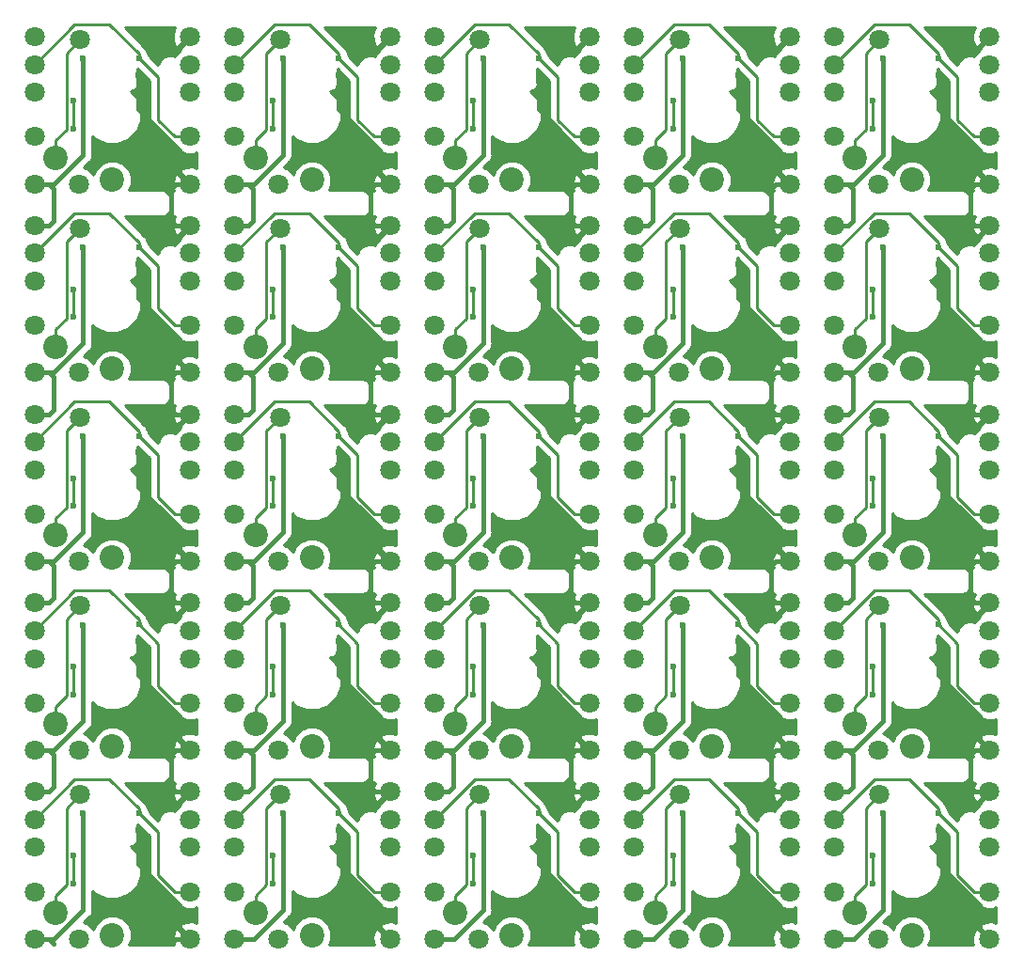
<source format=gtl>
G04 #@! TF.GenerationSoftware,KiCad,Pcbnew,5.0.2-bee76a0~70~ubuntu18.04.1*
G04 #@! TF.CreationDate,2020-03-10T01:09:00+09:00*
G04 #@! TF.ProjectId,choc,63686f63-2e6b-4696-9361-645f70636258,rev?*
G04 #@! TF.SameCoordinates,Original*
G04 #@! TF.FileFunction,Copper,L1,Top*
G04 #@! TF.FilePolarity,Positive*
%FSLAX46Y46*%
G04 Gerber Fmt 4.6, Leading zero omitted, Abs format (unit mm)*
G04 Created by KiCad (PCBNEW 5.0.2-bee76a0~70~ubuntu18.04.1) date 2020年03月10日 01時09分00秒*
%MOMM*%
%LPD*%
G01*
G04 APERTURE LIST*
G04 #@! TA.AperFunction,ComponentPad*
%ADD10C,2.200000*%
G04 #@! TD*
G04 #@! TA.AperFunction,ComponentPad*
%ADD11C,1.800000*%
G04 #@! TD*
G04 #@! TA.AperFunction,ViaPad*
%ADD12C,0.600000*%
G04 #@! TD*
G04 #@! TA.AperFunction,Conductor*
%ADD13C,0.250000*%
G04 #@! TD*
G04 #@! TA.AperFunction,Conductor*
%ADD14C,0.400000*%
G04 #@! TD*
G04 #@! TA.AperFunction,Conductor*
%ADD15C,0.254000*%
G04 #@! TD*
G04 APERTURE END LIST*
D10*
G04 #@! TO.P,SW1,1*
G04 #@! TO.N,/COL0*
X123432000Y-107197000D03*
G04 #@! TO.P,SW1,2*
G04 #@! TO.N,Net-(D1-Pad2)*
X128532000Y-109197000D03*
G04 #@! TD*
G04 #@! TO.P,SW1,1*
G04 #@! TO.N,/COL0*
X105432000Y-107197000D03*
G04 #@! TO.P,SW1,2*
G04 #@! TO.N,Net-(D1-Pad2)*
X110532000Y-109197000D03*
G04 #@! TD*
G04 #@! TO.P,SW1,1*
G04 #@! TO.N,/COL0*
X87432000Y-107197000D03*
G04 #@! TO.P,SW1,2*
G04 #@! TO.N,Net-(D1-Pad2)*
X92532000Y-109197000D03*
G04 #@! TD*
G04 #@! TO.P,SW1,1*
G04 #@! TO.N,/COL0*
X69432000Y-107197000D03*
G04 #@! TO.P,SW1,2*
G04 #@! TO.N,Net-(D1-Pad2)*
X74532000Y-109197000D03*
G04 #@! TD*
G04 #@! TO.P,SW1,2*
G04 #@! TO.N,Net-(D1-Pad2)*
X74532000Y-41197000D03*
G04 #@! TO.P,SW1,1*
G04 #@! TO.N,/COL0*
X69432000Y-39197000D03*
G04 #@! TD*
G04 #@! TO.P,SW1,1*
G04 #@! TO.N,/COL0*
X141432000Y-90197000D03*
G04 #@! TO.P,SW1,2*
G04 #@! TO.N,Net-(D1-Pad2)*
X146532000Y-92197000D03*
G04 #@! TD*
D11*
G04 #@! TO.P,REF\002A\002A,1*
G04 #@! TO.N,/COL0*
X143632000Y-96547000D03*
G04 #@! TD*
G04 #@! TO.P,REF\002A\002A,1*
G04 #@! TO.N,/COL0*
X125632000Y-96547000D03*
G04 #@! TD*
G04 #@! TO.P,REF\002A\002A,1*
G04 #@! TO.N,/COL0*
X107632000Y-96547000D03*
G04 #@! TD*
G04 #@! TO.P,REF\002A\002A,1*
G04 #@! TO.N,/COL0*
X89632000Y-96547000D03*
G04 #@! TD*
G04 #@! TO.P,REF\002A\002A,1*
G04 #@! TO.N,/COL0*
X71632000Y-96547000D03*
G04 #@! TD*
G04 #@! TO.P,REF\002A\002A,1*
G04 #@! TO.N,/COL0*
X143632000Y-79547000D03*
G04 #@! TD*
G04 #@! TO.P,REF\002A\002A,1*
G04 #@! TO.N,/COL0*
X125632000Y-79547000D03*
G04 #@! TD*
G04 #@! TO.P,REF\002A\002A,1*
G04 #@! TO.N,/COL0*
X107632000Y-79547000D03*
G04 #@! TD*
G04 #@! TO.P,REF\002A\002A,1*
G04 #@! TO.N,/COL0*
X89632000Y-79547000D03*
G04 #@! TD*
G04 #@! TO.P,REF\002A\002A,1*
G04 #@! TO.N,/COL0*
X71632000Y-79547000D03*
G04 #@! TD*
G04 #@! TO.P,REF\002A\002A,1*
G04 #@! TO.N,/COL0*
X143632000Y-62547000D03*
G04 #@! TD*
G04 #@! TO.P,REF\002A\002A,1*
G04 #@! TO.N,/COL0*
X125632000Y-62547000D03*
G04 #@! TD*
G04 #@! TO.P,REF\002A\002A,1*
G04 #@! TO.N,/COL0*
X107632000Y-62547000D03*
G04 #@! TD*
G04 #@! TO.P,REF\002A\002A,1*
G04 #@! TO.N,/COL0*
X89632000Y-62547000D03*
G04 #@! TD*
G04 #@! TO.P,REF\002A\002A,1*
G04 #@! TO.N,/COL0*
X71632000Y-62547000D03*
G04 #@! TD*
G04 #@! TO.P,REF\002A\002A,1*
G04 #@! TO.N,/COL0*
X143632000Y-45547000D03*
G04 #@! TD*
G04 #@! TO.P,REF\002A\002A,1*
G04 #@! TO.N,/COL0*
X125632000Y-45547000D03*
G04 #@! TD*
G04 #@! TO.P,REF\002A\002A,1*
G04 #@! TO.N,/COL0*
X107632000Y-45547000D03*
G04 #@! TD*
G04 #@! TO.P,REF\002A\002A,1*
G04 #@! TO.N,/COL0*
X89632000Y-45547000D03*
G04 #@! TD*
G04 #@! TO.P,REF\002A\002A,1*
G04 #@! TO.N,/COL0*
X71632000Y-45547000D03*
G04 #@! TD*
G04 #@! TO.P,REF\002A\002A,1*
G04 #@! TO.N,/COL0*
X143632000Y-28547000D03*
G04 #@! TD*
G04 #@! TO.P,REF\002A\002A,1*
G04 #@! TO.N,/COL0*
X125632000Y-28547000D03*
G04 #@! TD*
G04 #@! TO.P,REF\002A\002A,1*
G04 #@! TO.N,/COL0*
X107632000Y-28547000D03*
G04 #@! TD*
G04 #@! TO.P,REF\002A\002A,1*
G04 #@! TO.N,/COL0*
X89632000Y-28547000D03*
G04 #@! TD*
G04 #@! TO.P,REF\002A\002A,1*
G04 #@! TO.N,/ROW0*
X139532000Y-101297000D03*
G04 #@! TD*
G04 #@! TO.P,REF\002A\002A,1*
G04 #@! TO.N,/ROW0*
X121532000Y-101297000D03*
G04 #@! TD*
G04 #@! TO.P,REF\002A\002A,1*
G04 #@! TO.N,/ROW0*
X103532000Y-101297000D03*
G04 #@! TD*
G04 #@! TO.P,REF\002A\002A,1*
G04 #@! TO.N,/ROW0*
X85532000Y-101297000D03*
G04 #@! TD*
G04 #@! TO.P,REF\002A\002A,1*
G04 #@! TO.N,/ROW0*
X67532000Y-101297000D03*
G04 #@! TD*
G04 #@! TO.P,REF\002A\002A,1*
G04 #@! TO.N,/ROW0*
X139532000Y-84297000D03*
G04 #@! TD*
G04 #@! TO.P,REF\002A\002A,1*
G04 #@! TO.N,/ROW0*
X121532000Y-84297000D03*
G04 #@! TD*
G04 #@! TO.P,REF\002A\002A,1*
G04 #@! TO.N,/ROW0*
X103532000Y-84297000D03*
G04 #@! TD*
G04 #@! TO.P,REF\002A\002A,1*
G04 #@! TO.N,/ROW0*
X85532000Y-84297000D03*
G04 #@! TD*
G04 #@! TO.P,REF\002A\002A,1*
G04 #@! TO.N,/ROW0*
X67532000Y-84297000D03*
G04 #@! TD*
G04 #@! TO.P,REF\002A\002A,1*
G04 #@! TO.N,/ROW0*
X139532000Y-67297000D03*
G04 #@! TD*
G04 #@! TO.P,REF\002A\002A,1*
G04 #@! TO.N,/ROW0*
X121532000Y-67297000D03*
G04 #@! TD*
G04 #@! TO.P,REF\002A\002A,1*
G04 #@! TO.N,/ROW0*
X103532000Y-67297000D03*
G04 #@! TD*
G04 #@! TO.P,REF\002A\002A,1*
G04 #@! TO.N,/ROW0*
X85532000Y-67297000D03*
G04 #@! TD*
G04 #@! TO.P,REF\002A\002A,1*
G04 #@! TO.N,/ROW0*
X67532000Y-67297000D03*
G04 #@! TD*
G04 #@! TO.P,REF\002A\002A,1*
G04 #@! TO.N,/ROW0*
X139532000Y-50297000D03*
G04 #@! TD*
G04 #@! TO.P,REF\002A\002A,1*
G04 #@! TO.N,/ROW0*
X121532000Y-50297000D03*
G04 #@! TD*
G04 #@! TO.P,REF\002A\002A,1*
G04 #@! TO.N,/ROW0*
X103532000Y-50297000D03*
G04 #@! TD*
G04 #@! TO.P,REF\002A\002A,1*
G04 #@! TO.N,/ROW0*
X85532000Y-50297000D03*
G04 #@! TD*
G04 #@! TO.P,REF\002A\002A,1*
G04 #@! TO.N,/ROW0*
X67532000Y-50297000D03*
G04 #@! TD*
G04 #@! TO.P,REF\002A\002A,1*
G04 #@! TO.N,/ROW0*
X139532000Y-33297000D03*
G04 #@! TD*
G04 #@! TO.P,REF\002A\002A,1*
G04 #@! TO.N,/ROW0*
X121532000Y-33297000D03*
G04 #@! TD*
G04 #@! TO.P,REF\002A\002A,1*
G04 #@! TO.N,/ROW0*
X103532000Y-33297000D03*
G04 #@! TD*
G04 #@! TO.P,REF\002A\002A,1*
G04 #@! TO.N,/ROW0*
X85532000Y-33297000D03*
G04 #@! TD*
G04 #@! TO.P,REF\002A\002A,1*
G04 #@! TO.N,GND*
X153532000Y-109547000D03*
G04 #@! TD*
G04 #@! TO.P,REF\002A\002A,1*
G04 #@! TO.N,GND*
X135532000Y-109547000D03*
G04 #@! TD*
G04 #@! TO.P,REF\002A\002A,1*
G04 #@! TO.N,GND*
X117532000Y-109547000D03*
G04 #@! TD*
G04 #@! TO.P,REF\002A\002A,1*
G04 #@! TO.N,GND*
X99532000Y-109547000D03*
G04 #@! TD*
G04 #@! TO.P,REF\002A\002A,1*
G04 #@! TO.N,GND*
X81532000Y-109547000D03*
G04 #@! TD*
G04 #@! TO.P,REF\002A\002A,1*
G04 #@! TO.N,GND*
X153532000Y-92547000D03*
G04 #@! TD*
G04 #@! TO.P,REF\002A\002A,1*
G04 #@! TO.N,GND*
X135532000Y-92547000D03*
G04 #@! TD*
G04 #@! TO.P,REF\002A\002A,1*
G04 #@! TO.N,GND*
X117532000Y-92547000D03*
G04 #@! TD*
G04 #@! TO.P,REF\002A\002A,1*
G04 #@! TO.N,GND*
X99532000Y-92547000D03*
G04 #@! TD*
G04 #@! TO.P,REF\002A\002A,1*
G04 #@! TO.N,GND*
X81532000Y-92547000D03*
G04 #@! TD*
G04 #@! TO.P,REF\002A\002A,1*
G04 #@! TO.N,GND*
X153532000Y-75547000D03*
G04 #@! TD*
G04 #@! TO.P,REF\002A\002A,1*
G04 #@! TO.N,GND*
X135532000Y-75547000D03*
G04 #@! TD*
G04 #@! TO.P,REF\002A\002A,1*
G04 #@! TO.N,GND*
X117532000Y-75547000D03*
G04 #@! TD*
G04 #@! TO.P,REF\002A\002A,1*
G04 #@! TO.N,GND*
X99532000Y-75547000D03*
G04 #@! TD*
G04 #@! TO.P,REF\002A\002A,1*
G04 #@! TO.N,GND*
X81532000Y-75547000D03*
G04 #@! TD*
G04 #@! TO.P,REF\002A\002A,1*
G04 #@! TO.N,GND*
X153532000Y-58547000D03*
G04 #@! TD*
G04 #@! TO.P,REF\002A\002A,1*
G04 #@! TO.N,GND*
X135532000Y-58547000D03*
G04 #@! TD*
G04 #@! TO.P,REF\002A\002A,1*
G04 #@! TO.N,GND*
X117532000Y-58547000D03*
G04 #@! TD*
G04 #@! TO.P,REF\002A\002A,1*
G04 #@! TO.N,GND*
X99532000Y-58547000D03*
G04 #@! TD*
G04 #@! TO.P,REF\002A\002A,1*
G04 #@! TO.N,GND*
X81532000Y-58547000D03*
G04 #@! TD*
G04 #@! TO.P,REF\002A\002A,1*
G04 #@! TO.N,GND*
X153532000Y-41547000D03*
G04 #@! TD*
G04 #@! TO.P,REF\002A\002A,1*
G04 #@! TO.N,GND*
X135532000Y-41547000D03*
G04 #@! TD*
G04 #@! TO.P,REF\002A\002A,1*
G04 #@! TO.N,GND*
X117532000Y-41547000D03*
G04 #@! TD*
G04 #@! TO.P,REF\002A\002A,1*
G04 #@! TO.N,GND*
X99532000Y-41547000D03*
G04 #@! TD*
G04 #@! TO.P,REF\002A\002A,1*
G04 #@! TO.N,GND*
X153532000Y-96297000D03*
G04 #@! TD*
G04 #@! TO.P,REF\002A\002A,1*
G04 #@! TO.N,GND*
X135532000Y-96297000D03*
G04 #@! TD*
G04 #@! TO.P,REF\002A\002A,1*
G04 #@! TO.N,GND*
X117532000Y-96297000D03*
G04 #@! TD*
G04 #@! TO.P,REF\002A\002A,1*
G04 #@! TO.N,GND*
X99532000Y-96297000D03*
G04 #@! TD*
G04 #@! TO.P,REF\002A\002A,1*
G04 #@! TO.N,GND*
X81532000Y-96297000D03*
G04 #@! TD*
G04 #@! TO.P,REF\002A\002A,1*
G04 #@! TO.N,GND*
X153532000Y-79297000D03*
G04 #@! TD*
G04 #@! TO.P,REF\002A\002A,1*
G04 #@! TO.N,GND*
X135532000Y-79297000D03*
G04 #@! TD*
G04 #@! TO.P,REF\002A\002A,1*
G04 #@! TO.N,GND*
X117532000Y-79297000D03*
G04 #@! TD*
G04 #@! TO.P,REF\002A\002A,1*
G04 #@! TO.N,GND*
X99532000Y-79297000D03*
G04 #@! TD*
G04 #@! TO.P,REF\002A\002A,1*
G04 #@! TO.N,GND*
X81532000Y-79297000D03*
G04 #@! TD*
G04 #@! TO.P,REF\002A\002A,1*
G04 #@! TO.N,GND*
X153532000Y-62297000D03*
G04 #@! TD*
G04 #@! TO.P,REF\002A\002A,1*
G04 #@! TO.N,GND*
X135532000Y-62297000D03*
G04 #@! TD*
G04 #@! TO.P,REF\002A\002A,1*
G04 #@! TO.N,GND*
X117532000Y-62297000D03*
G04 #@! TD*
G04 #@! TO.P,REF\002A\002A,1*
G04 #@! TO.N,GND*
X99532000Y-62297000D03*
G04 #@! TD*
G04 #@! TO.P,REF\002A\002A,1*
G04 #@! TO.N,GND*
X81532000Y-62297000D03*
G04 #@! TD*
G04 #@! TO.P,REF\002A\002A,1*
G04 #@! TO.N,GND*
X153532000Y-45297000D03*
G04 #@! TD*
G04 #@! TO.P,REF\002A\002A,1*
G04 #@! TO.N,GND*
X135532000Y-45297000D03*
G04 #@! TD*
G04 #@! TO.P,REF\002A\002A,1*
G04 #@! TO.N,GND*
X117532000Y-45297000D03*
G04 #@! TD*
G04 #@! TO.P,REF\002A\002A,1*
G04 #@! TO.N,GND*
X99532000Y-45297000D03*
G04 #@! TD*
G04 #@! TO.P,REF\002A\002A,1*
G04 #@! TO.N,GND*
X81532000Y-45297000D03*
G04 #@! TD*
G04 #@! TO.P,REF\002A\002A,1*
G04 #@! TO.N,GND*
X153532000Y-28297000D03*
G04 #@! TD*
G04 #@! TO.P,REF\002A\002A,1*
G04 #@! TO.N,GND*
X135532000Y-28297000D03*
G04 #@! TD*
G04 #@! TO.P,REF\002A\002A,1*
G04 #@! TO.N,GND*
X117532000Y-28297000D03*
G04 #@! TD*
G04 #@! TO.P,REF\002A\002A,1*
G04 #@! TO.N,GND*
X99532000Y-28297000D03*
G04 #@! TD*
G04 #@! TO.P,REF\002A\002A,1*
G04 #@! TO.N,/ROW0*
X153532000Y-101297000D03*
G04 #@! TD*
G04 #@! TO.P,REF\002A\002A,1*
G04 #@! TO.N,/ROW0*
X135532000Y-101297000D03*
G04 #@! TD*
G04 #@! TO.P,REF\002A\002A,1*
G04 #@! TO.N,/ROW0*
X117532000Y-101297000D03*
G04 #@! TD*
G04 #@! TO.P,REF\002A\002A,1*
G04 #@! TO.N,/ROW0*
X99532000Y-101297000D03*
G04 #@! TD*
G04 #@! TO.P,REF\002A\002A,1*
G04 #@! TO.N,/ROW0*
X81532000Y-101297000D03*
G04 #@! TD*
G04 #@! TO.P,REF\002A\002A,1*
G04 #@! TO.N,/ROW0*
X153532000Y-84297000D03*
G04 #@! TD*
G04 #@! TO.P,REF\002A\002A,1*
G04 #@! TO.N,/ROW0*
X135532000Y-84297000D03*
G04 #@! TD*
G04 #@! TO.P,REF\002A\002A,1*
G04 #@! TO.N,/ROW0*
X117532000Y-84297000D03*
G04 #@! TD*
G04 #@! TO.P,REF\002A\002A,1*
G04 #@! TO.N,/ROW0*
X99532000Y-84297000D03*
G04 #@! TD*
G04 #@! TO.P,REF\002A\002A,1*
G04 #@! TO.N,/ROW0*
X81532000Y-84297000D03*
G04 #@! TD*
G04 #@! TO.P,REF\002A\002A,1*
G04 #@! TO.N,/ROW0*
X153532000Y-67297000D03*
G04 #@! TD*
G04 #@! TO.P,REF\002A\002A,1*
G04 #@! TO.N,/ROW0*
X135532000Y-67297000D03*
G04 #@! TD*
G04 #@! TO.P,REF\002A\002A,1*
G04 #@! TO.N,/ROW0*
X117532000Y-67297000D03*
G04 #@! TD*
G04 #@! TO.P,REF\002A\002A,1*
G04 #@! TO.N,/ROW0*
X99532000Y-67297000D03*
G04 #@! TD*
G04 #@! TO.P,REF\002A\002A,1*
G04 #@! TO.N,/ROW0*
X81532000Y-67297000D03*
G04 #@! TD*
G04 #@! TO.P,REF\002A\002A,1*
G04 #@! TO.N,/ROW0*
X153532000Y-50297000D03*
G04 #@! TD*
G04 #@! TO.P,REF\002A\002A,1*
G04 #@! TO.N,/ROW0*
X135532000Y-50297000D03*
G04 #@! TD*
G04 #@! TO.P,REF\002A\002A,1*
G04 #@! TO.N,/ROW0*
X117532000Y-50297000D03*
G04 #@! TD*
G04 #@! TO.P,REF\002A\002A,1*
G04 #@! TO.N,/ROW0*
X99532000Y-50297000D03*
G04 #@! TD*
G04 #@! TO.P,REF\002A\002A,1*
G04 #@! TO.N,/ROW0*
X81532000Y-50297000D03*
G04 #@! TD*
G04 #@! TO.P,REF\002A\002A,1*
G04 #@! TO.N,/ROW0*
X153532000Y-33297000D03*
G04 #@! TD*
G04 #@! TO.P,REF\002A\002A,1*
G04 #@! TO.N,/ROW0*
X135532000Y-33297000D03*
G04 #@! TD*
G04 #@! TO.P,REF\002A\002A,1*
G04 #@! TO.N,/ROW0*
X117532000Y-33297000D03*
G04 #@! TD*
G04 #@! TO.P,REF\002A\002A,1*
G04 #@! TO.N,/ROW0*
X99532000Y-33297000D03*
G04 #@! TD*
G04 #@! TO.P,REF\002A\002A,1*
G04 #@! TO.N,Net-(L1-Pad1)*
X153532000Y-98797000D03*
G04 #@! TD*
G04 #@! TO.P,REF\002A\002A,1*
G04 #@! TO.N,Net-(L1-Pad1)*
X135532000Y-98797000D03*
G04 #@! TD*
G04 #@! TO.P,REF\002A\002A,1*
G04 #@! TO.N,Net-(L1-Pad1)*
X117532000Y-98797000D03*
G04 #@! TD*
G04 #@! TO.P,REF\002A\002A,1*
G04 #@! TO.N,Net-(L1-Pad1)*
X99532000Y-98797000D03*
G04 #@! TD*
G04 #@! TO.P,REF\002A\002A,1*
G04 #@! TO.N,Net-(L1-Pad1)*
X81532000Y-98797000D03*
G04 #@! TD*
G04 #@! TO.P,REF\002A\002A,1*
G04 #@! TO.N,Net-(L1-Pad1)*
X153532000Y-81797000D03*
G04 #@! TD*
G04 #@! TO.P,REF\002A\002A,1*
G04 #@! TO.N,Net-(L1-Pad1)*
X135532000Y-81797000D03*
G04 #@! TD*
G04 #@! TO.P,REF\002A\002A,1*
G04 #@! TO.N,Net-(L1-Pad1)*
X117532000Y-81797000D03*
G04 #@! TD*
G04 #@! TO.P,REF\002A\002A,1*
G04 #@! TO.N,Net-(L1-Pad1)*
X99532000Y-81797000D03*
G04 #@! TD*
G04 #@! TO.P,REF\002A\002A,1*
G04 #@! TO.N,Net-(L1-Pad1)*
X81532000Y-81797000D03*
G04 #@! TD*
G04 #@! TO.P,REF\002A\002A,1*
G04 #@! TO.N,Net-(L1-Pad1)*
X153532000Y-64797000D03*
G04 #@! TD*
G04 #@! TO.P,REF\002A\002A,1*
G04 #@! TO.N,Net-(L1-Pad1)*
X135532000Y-64797000D03*
G04 #@! TD*
G04 #@! TO.P,REF\002A\002A,1*
G04 #@! TO.N,Net-(L1-Pad1)*
X117532000Y-64797000D03*
G04 #@! TD*
G04 #@! TO.P,REF\002A\002A,1*
G04 #@! TO.N,Net-(L1-Pad1)*
X99532000Y-64797000D03*
G04 #@! TD*
G04 #@! TO.P,REF\002A\002A,1*
G04 #@! TO.N,Net-(L1-Pad1)*
X81532000Y-64797000D03*
G04 #@! TD*
G04 #@! TO.P,REF\002A\002A,1*
G04 #@! TO.N,Net-(L1-Pad1)*
X153532000Y-47797000D03*
G04 #@! TD*
G04 #@! TO.P,REF\002A\002A,1*
G04 #@! TO.N,Net-(L1-Pad1)*
X135532000Y-47797000D03*
G04 #@! TD*
G04 #@! TO.P,REF\002A\002A,1*
G04 #@! TO.N,Net-(L1-Pad1)*
X117532000Y-47797000D03*
G04 #@! TD*
G04 #@! TO.P,REF\002A\002A,1*
G04 #@! TO.N,Net-(L1-Pad1)*
X99532000Y-47797000D03*
G04 #@! TD*
G04 #@! TO.P,REF\002A\002A,1*
G04 #@! TO.N,Net-(L1-Pad1)*
X81532000Y-47797000D03*
G04 #@! TD*
G04 #@! TO.P,REF\002A\002A,1*
G04 #@! TO.N,Net-(L1-Pad1)*
X153532000Y-30797000D03*
G04 #@! TD*
G04 #@! TO.P,REF\002A\002A,1*
G04 #@! TO.N,Net-(L1-Pad1)*
X135532000Y-30797000D03*
G04 #@! TD*
G04 #@! TO.P,REF\002A\002A,1*
G04 #@! TO.N,Net-(L1-Pad1)*
X117532000Y-30797000D03*
G04 #@! TD*
G04 #@! TO.P,REF\002A\002A,1*
G04 #@! TO.N,Net-(L1-Pad1)*
X99532000Y-30797000D03*
G04 #@! TD*
D10*
G04 #@! TO.P,SW1,1*
G04 #@! TO.N,/COL0*
X141432000Y-107197000D03*
G04 #@! TO.P,SW1,2*
G04 #@! TO.N,Net-(D1-Pad2)*
X146532000Y-109197000D03*
G04 #@! TD*
G04 #@! TO.P,SW1,1*
G04 #@! TO.N,/COL0*
X123432000Y-90197000D03*
G04 #@! TO.P,SW1,2*
G04 #@! TO.N,Net-(D1-Pad2)*
X128532000Y-92197000D03*
G04 #@! TD*
G04 #@! TO.P,SW1,1*
G04 #@! TO.N,/COL0*
X105432000Y-90197000D03*
G04 #@! TO.P,SW1,2*
G04 #@! TO.N,Net-(D1-Pad2)*
X110532000Y-92197000D03*
G04 #@! TD*
G04 #@! TO.P,SW1,1*
G04 #@! TO.N,/COL0*
X87432000Y-90197000D03*
G04 #@! TO.P,SW1,2*
G04 #@! TO.N,Net-(D1-Pad2)*
X92532000Y-92197000D03*
G04 #@! TD*
G04 #@! TO.P,SW1,1*
G04 #@! TO.N,/COL0*
X69432000Y-90197000D03*
G04 #@! TO.P,SW1,2*
G04 #@! TO.N,Net-(D1-Pad2)*
X74532000Y-92197000D03*
G04 #@! TD*
G04 #@! TO.P,SW1,1*
G04 #@! TO.N,/COL0*
X141432000Y-73197000D03*
G04 #@! TO.P,SW1,2*
G04 #@! TO.N,Net-(D1-Pad2)*
X146532000Y-75197000D03*
G04 #@! TD*
G04 #@! TO.P,SW1,1*
G04 #@! TO.N,/COL0*
X123432000Y-73197000D03*
G04 #@! TO.P,SW1,2*
G04 #@! TO.N,Net-(D1-Pad2)*
X128532000Y-75197000D03*
G04 #@! TD*
G04 #@! TO.P,SW1,1*
G04 #@! TO.N,/COL0*
X105432000Y-73197000D03*
G04 #@! TO.P,SW1,2*
G04 #@! TO.N,Net-(D1-Pad2)*
X110532000Y-75197000D03*
G04 #@! TD*
G04 #@! TO.P,SW1,1*
G04 #@! TO.N,/COL0*
X87432000Y-73197000D03*
G04 #@! TO.P,SW1,2*
G04 #@! TO.N,Net-(D1-Pad2)*
X92532000Y-75197000D03*
G04 #@! TD*
G04 #@! TO.P,SW1,1*
G04 #@! TO.N,/COL0*
X69432000Y-73197000D03*
G04 #@! TO.P,SW1,2*
G04 #@! TO.N,Net-(D1-Pad2)*
X74532000Y-75197000D03*
G04 #@! TD*
G04 #@! TO.P,SW1,1*
G04 #@! TO.N,/COL0*
X141432000Y-56197000D03*
G04 #@! TO.P,SW1,2*
G04 #@! TO.N,Net-(D1-Pad2)*
X146532000Y-58197000D03*
G04 #@! TD*
G04 #@! TO.P,SW1,1*
G04 #@! TO.N,/COL0*
X123432000Y-56197000D03*
G04 #@! TO.P,SW1,2*
G04 #@! TO.N,Net-(D1-Pad2)*
X128532000Y-58197000D03*
G04 #@! TD*
G04 #@! TO.P,SW1,1*
G04 #@! TO.N,/COL0*
X105432000Y-56197000D03*
G04 #@! TO.P,SW1,2*
G04 #@! TO.N,Net-(D1-Pad2)*
X110532000Y-58197000D03*
G04 #@! TD*
G04 #@! TO.P,SW1,1*
G04 #@! TO.N,/COL0*
X87432000Y-56197000D03*
G04 #@! TO.P,SW1,2*
G04 #@! TO.N,Net-(D1-Pad2)*
X92532000Y-58197000D03*
G04 #@! TD*
G04 #@! TO.P,SW1,1*
G04 #@! TO.N,/COL0*
X69432000Y-56197000D03*
G04 #@! TO.P,SW1,2*
G04 #@! TO.N,Net-(D1-Pad2)*
X74532000Y-58197000D03*
G04 #@! TD*
G04 #@! TO.P,SW1,1*
G04 #@! TO.N,/COL0*
X141432000Y-39197000D03*
G04 #@! TO.P,SW1,2*
G04 #@! TO.N,Net-(D1-Pad2)*
X146532000Y-41197000D03*
G04 #@! TD*
G04 #@! TO.P,SW1,1*
G04 #@! TO.N,/COL0*
X123432000Y-39197000D03*
G04 #@! TO.P,SW1,2*
G04 #@! TO.N,Net-(D1-Pad2)*
X128532000Y-41197000D03*
G04 #@! TD*
G04 #@! TO.P,SW1,1*
G04 #@! TO.N,/COL0*
X105432000Y-39197000D03*
G04 #@! TO.P,SW1,2*
G04 #@! TO.N,Net-(D1-Pad2)*
X110532000Y-41197000D03*
G04 #@! TD*
G04 #@! TO.P,SW1,1*
G04 #@! TO.N,/COL0*
X87432000Y-39197000D03*
G04 #@! TO.P,SW1,2*
G04 #@! TO.N,Net-(D1-Pad2)*
X92532000Y-41197000D03*
G04 #@! TD*
D11*
G04 #@! TO.P,REF\002A\002A,1*
G04 #@! TO.N,VCC*
X139532000Y-96297000D03*
G04 #@! TD*
G04 #@! TO.P,REF\002A\002A,1*
G04 #@! TO.N,VCC*
X121532000Y-96297000D03*
G04 #@! TD*
G04 #@! TO.P,REF\002A\002A,1*
G04 #@! TO.N,VCC*
X103532000Y-96297000D03*
G04 #@! TD*
G04 #@! TO.P,REF\002A\002A,1*
G04 #@! TO.N,VCC*
X85532000Y-96297000D03*
G04 #@! TD*
G04 #@! TO.P,REF\002A\002A,1*
G04 #@! TO.N,VCC*
X67532000Y-96297000D03*
G04 #@! TD*
G04 #@! TO.P,REF\002A\002A,1*
G04 #@! TO.N,VCC*
X139532000Y-79297000D03*
G04 #@! TD*
G04 #@! TO.P,REF\002A\002A,1*
G04 #@! TO.N,VCC*
X121532000Y-79297000D03*
G04 #@! TD*
G04 #@! TO.P,REF\002A\002A,1*
G04 #@! TO.N,VCC*
X103532000Y-79297000D03*
G04 #@! TD*
G04 #@! TO.P,REF\002A\002A,1*
G04 #@! TO.N,VCC*
X85532000Y-79297000D03*
G04 #@! TD*
G04 #@! TO.P,REF\002A\002A,1*
G04 #@! TO.N,VCC*
X67532000Y-79297000D03*
G04 #@! TD*
G04 #@! TO.P,REF\002A\002A,1*
G04 #@! TO.N,VCC*
X139532000Y-62297000D03*
G04 #@! TD*
G04 #@! TO.P,REF\002A\002A,1*
G04 #@! TO.N,VCC*
X121532000Y-62297000D03*
G04 #@! TD*
G04 #@! TO.P,REF\002A\002A,1*
G04 #@! TO.N,VCC*
X103532000Y-62297000D03*
G04 #@! TD*
G04 #@! TO.P,REF\002A\002A,1*
G04 #@! TO.N,VCC*
X85532000Y-62297000D03*
G04 #@! TD*
G04 #@! TO.P,REF\002A\002A,1*
G04 #@! TO.N,VCC*
X67532000Y-62297000D03*
G04 #@! TD*
G04 #@! TO.P,REF\002A\002A,1*
G04 #@! TO.N,VCC*
X139532000Y-45297000D03*
G04 #@! TD*
G04 #@! TO.P,REF\002A\002A,1*
G04 #@! TO.N,VCC*
X121532000Y-45297000D03*
G04 #@! TD*
G04 #@! TO.P,REF\002A\002A,1*
G04 #@! TO.N,VCC*
X103532000Y-45297000D03*
G04 #@! TD*
G04 #@! TO.P,REF\002A\002A,1*
G04 #@! TO.N,VCC*
X85532000Y-45297000D03*
G04 #@! TD*
G04 #@! TO.P,REF\002A\002A,1*
G04 #@! TO.N,VCC*
X67532000Y-45297000D03*
G04 #@! TD*
G04 #@! TO.P,REF\002A\002A,1*
G04 #@! TO.N,VCC*
X139532000Y-28297000D03*
G04 #@! TD*
G04 #@! TO.P,REF\002A\002A,1*
G04 #@! TO.N,VCC*
X121532000Y-28297000D03*
G04 #@! TD*
G04 #@! TO.P,REF\002A\002A,1*
G04 #@! TO.N,VCC*
X103532000Y-28297000D03*
G04 #@! TD*
G04 #@! TO.P,REF\002A\002A,1*
G04 #@! TO.N,VCC*
X85532000Y-28297000D03*
G04 #@! TD*
G04 #@! TO.P,REF\002A\002A,1*
G04 #@! TO.N,VCC*
X139532000Y-109547000D03*
G04 #@! TD*
G04 #@! TO.P,REF\002A\002A,1*
G04 #@! TO.N,VCC*
X121532000Y-109547000D03*
G04 #@! TD*
G04 #@! TO.P,REF\002A\002A,1*
G04 #@! TO.N,VCC*
X103532000Y-109547000D03*
G04 #@! TD*
G04 #@! TO.P,REF\002A\002A,1*
G04 #@! TO.N,VCC*
X85532000Y-109547000D03*
G04 #@! TD*
G04 #@! TO.P,REF\002A\002A,1*
G04 #@! TO.N,VCC*
X67532000Y-109547000D03*
G04 #@! TD*
G04 #@! TO.P,REF\002A\002A,1*
G04 #@! TO.N,VCC*
X139532000Y-92547000D03*
G04 #@! TD*
G04 #@! TO.P,REF\002A\002A,1*
G04 #@! TO.N,VCC*
X121532000Y-92547000D03*
G04 #@! TD*
G04 #@! TO.P,REF\002A\002A,1*
G04 #@! TO.N,VCC*
X103532000Y-92547000D03*
G04 #@! TD*
G04 #@! TO.P,REF\002A\002A,1*
G04 #@! TO.N,VCC*
X85532000Y-92547000D03*
G04 #@! TD*
G04 #@! TO.P,REF\002A\002A,1*
G04 #@! TO.N,VCC*
X67532000Y-92547000D03*
G04 #@! TD*
G04 #@! TO.P,REF\002A\002A,1*
G04 #@! TO.N,VCC*
X139532000Y-75547000D03*
G04 #@! TD*
G04 #@! TO.P,REF\002A\002A,1*
G04 #@! TO.N,VCC*
X121532000Y-75547000D03*
G04 #@! TD*
G04 #@! TO.P,REF\002A\002A,1*
G04 #@! TO.N,VCC*
X103532000Y-75547000D03*
G04 #@! TD*
G04 #@! TO.P,REF\002A\002A,1*
G04 #@! TO.N,VCC*
X85532000Y-75547000D03*
G04 #@! TD*
G04 #@! TO.P,REF\002A\002A,1*
G04 #@! TO.N,VCC*
X67532000Y-75547000D03*
G04 #@! TD*
G04 #@! TO.P,REF\002A\002A,1*
G04 #@! TO.N,VCC*
X139532000Y-58547000D03*
G04 #@! TD*
G04 #@! TO.P,REF\002A\002A,1*
G04 #@! TO.N,VCC*
X121532000Y-58547000D03*
G04 #@! TD*
G04 #@! TO.P,REF\002A\002A,1*
G04 #@! TO.N,VCC*
X103532000Y-58547000D03*
G04 #@! TD*
G04 #@! TO.P,REF\002A\002A,1*
G04 #@! TO.N,VCC*
X85532000Y-58547000D03*
G04 #@! TD*
G04 #@! TO.P,REF\002A\002A,1*
G04 #@! TO.N,VCC*
X67532000Y-58547000D03*
G04 #@! TD*
G04 #@! TO.P,REF\002A\002A,1*
G04 #@! TO.N,VCC*
X139532000Y-41547000D03*
G04 #@! TD*
G04 #@! TO.P,REF\002A\002A,1*
G04 #@! TO.N,VCC*
X121532000Y-41547000D03*
G04 #@! TD*
G04 #@! TO.P,REF\002A\002A,1*
G04 #@! TO.N,VCC*
X103532000Y-41547000D03*
G04 #@! TD*
G04 #@! TO.P,REF\002A\002A,1*
G04 #@! TO.N,VCC*
X85532000Y-41547000D03*
G04 #@! TD*
G04 #@! TO.P,REF\002A\002A,1*
G04 #@! TO.N,Net-(L1-Pad3)*
X139532000Y-98797000D03*
G04 #@! TD*
G04 #@! TO.P,REF\002A\002A,1*
G04 #@! TO.N,Net-(L1-Pad3)*
X121532000Y-98797000D03*
G04 #@! TD*
G04 #@! TO.P,REF\002A\002A,1*
G04 #@! TO.N,Net-(L1-Pad3)*
X103532000Y-98797000D03*
G04 #@! TD*
G04 #@! TO.P,REF\002A\002A,1*
G04 #@! TO.N,Net-(L1-Pad3)*
X85532000Y-98797000D03*
G04 #@! TD*
G04 #@! TO.P,REF\002A\002A,1*
G04 #@! TO.N,Net-(L1-Pad3)*
X67532000Y-98797000D03*
G04 #@! TD*
G04 #@! TO.P,REF\002A\002A,1*
G04 #@! TO.N,Net-(L1-Pad3)*
X139532000Y-81797000D03*
G04 #@! TD*
G04 #@! TO.P,REF\002A\002A,1*
G04 #@! TO.N,Net-(L1-Pad3)*
X121532000Y-81797000D03*
G04 #@! TD*
G04 #@! TO.P,REF\002A\002A,1*
G04 #@! TO.N,Net-(L1-Pad3)*
X103532000Y-81797000D03*
G04 #@! TD*
G04 #@! TO.P,REF\002A\002A,1*
G04 #@! TO.N,Net-(L1-Pad3)*
X85532000Y-81797000D03*
G04 #@! TD*
G04 #@! TO.P,REF\002A\002A,1*
G04 #@! TO.N,Net-(L1-Pad3)*
X67532000Y-81797000D03*
G04 #@! TD*
G04 #@! TO.P,REF\002A\002A,1*
G04 #@! TO.N,Net-(L1-Pad3)*
X139532000Y-64797000D03*
G04 #@! TD*
G04 #@! TO.P,REF\002A\002A,1*
G04 #@! TO.N,Net-(L1-Pad3)*
X121532000Y-64797000D03*
G04 #@! TD*
G04 #@! TO.P,REF\002A\002A,1*
G04 #@! TO.N,Net-(L1-Pad3)*
X103532000Y-64797000D03*
G04 #@! TD*
G04 #@! TO.P,REF\002A\002A,1*
G04 #@! TO.N,Net-(L1-Pad3)*
X85532000Y-64797000D03*
G04 #@! TD*
G04 #@! TO.P,REF\002A\002A,1*
G04 #@! TO.N,Net-(L1-Pad3)*
X67532000Y-64797000D03*
G04 #@! TD*
G04 #@! TO.P,REF\002A\002A,1*
G04 #@! TO.N,Net-(L1-Pad3)*
X139532000Y-47797000D03*
G04 #@! TD*
G04 #@! TO.P,REF\002A\002A,1*
G04 #@! TO.N,Net-(L1-Pad3)*
X121532000Y-47797000D03*
G04 #@! TD*
G04 #@! TO.P,REF\002A\002A,1*
G04 #@! TO.N,Net-(L1-Pad3)*
X103532000Y-47797000D03*
G04 #@! TD*
G04 #@! TO.P,REF\002A\002A,1*
G04 #@! TO.N,Net-(L1-Pad3)*
X85532000Y-47797000D03*
G04 #@! TD*
G04 #@! TO.P,REF\002A\002A,1*
G04 #@! TO.N,Net-(L1-Pad3)*
X67532000Y-47797000D03*
G04 #@! TD*
G04 #@! TO.P,REF\002A\002A,1*
G04 #@! TO.N,Net-(L1-Pad3)*
X139532000Y-30797000D03*
G04 #@! TD*
G04 #@! TO.P,REF\002A\002A,1*
G04 #@! TO.N,Net-(L1-Pad3)*
X121532000Y-30797000D03*
G04 #@! TD*
G04 #@! TO.P,REF\002A\002A,1*
G04 #@! TO.N,Net-(L1-Pad3)*
X103532000Y-30797000D03*
G04 #@! TD*
G04 #@! TO.P,REF\002A\002A,1*
G04 #@! TO.N,Net-(L1-Pad3)*
X85532000Y-30797000D03*
G04 #@! TD*
G04 #@! TO.P,REF\002A\002A,1*
G04 #@! TO.N,/COL0*
X143532000Y-109547000D03*
G04 #@! TD*
G04 #@! TO.P,REF\002A\002A,1*
G04 #@! TO.N,/COL0*
X125532000Y-109547000D03*
G04 #@! TD*
G04 #@! TO.P,REF\002A\002A,1*
G04 #@! TO.N,/COL0*
X107532000Y-109547000D03*
G04 #@! TD*
G04 #@! TO.P,REF\002A\002A,1*
G04 #@! TO.N,/COL0*
X89532000Y-109547000D03*
G04 #@! TD*
G04 #@! TO.P,REF\002A\002A,1*
G04 #@! TO.N,/COL0*
X71532000Y-109547000D03*
G04 #@! TD*
G04 #@! TO.P,REF\002A\002A,1*
G04 #@! TO.N,/COL0*
X143532000Y-92547000D03*
G04 #@! TD*
G04 #@! TO.P,REF\002A\002A,1*
G04 #@! TO.N,/COL0*
X125532000Y-92547000D03*
G04 #@! TD*
G04 #@! TO.P,REF\002A\002A,1*
G04 #@! TO.N,/COL0*
X107532000Y-92547000D03*
G04 #@! TD*
G04 #@! TO.P,REF\002A\002A,1*
G04 #@! TO.N,/COL0*
X89532000Y-92547000D03*
G04 #@! TD*
G04 #@! TO.P,REF\002A\002A,1*
G04 #@! TO.N,/COL0*
X71532000Y-92547000D03*
G04 #@! TD*
G04 #@! TO.P,REF\002A\002A,1*
G04 #@! TO.N,/COL0*
X143532000Y-75547000D03*
G04 #@! TD*
G04 #@! TO.P,REF\002A\002A,1*
G04 #@! TO.N,/COL0*
X125532000Y-75547000D03*
G04 #@! TD*
G04 #@! TO.P,REF\002A\002A,1*
G04 #@! TO.N,/COL0*
X107532000Y-75547000D03*
G04 #@! TD*
G04 #@! TO.P,REF\002A\002A,1*
G04 #@! TO.N,/COL0*
X89532000Y-75547000D03*
G04 #@! TD*
G04 #@! TO.P,REF\002A\002A,1*
G04 #@! TO.N,/COL0*
X71532000Y-75547000D03*
G04 #@! TD*
G04 #@! TO.P,REF\002A\002A,1*
G04 #@! TO.N,/COL0*
X143532000Y-58547000D03*
G04 #@! TD*
G04 #@! TO.P,REF\002A\002A,1*
G04 #@! TO.N,/COL0*
X125532000Y-58547000D03*
G04 #@! TD*
G04 #@! TO.P,REF\002A\002A,1*
G04 #@! TO.N,/COL0*
X107532000Y-58547000D03*
G04 #@! TD*
G04 #@! TO.P,REF\002A\002A,1*
G04 #@! TO.N,/COL0*
X89532000Y-58547000D03*
G04 #@! TD*
G04 #@! TO.P,REF\002A\002A,1*
G04 #@! TO.N,/COL0*
X71532000Y-58547000D03*
G04 #@! TD*
G04 #@! TO.P,REF\002A\002A,1*
G04 #@! TO.N,/COL0*
X143532000Y-41547000D03*
G04 #@! TD*
G04 #@! TO.P,REF\002A\002A,1*
G04 #@! TO.N,/COL0*
X125532000Y-41547000D03*
G04 #@! TD*
G04 #@! TO.P,REF\002A\002A,1*
G04 #@! TO.N,/COL0*
X107532000Y-41547000D03*
G04 #@! TD*
G04 #@! TO.P,REF\002A\002A,1*
G04 #@! TO.N,/COL0*
X89532000Y-41547000D03*
G04 #@! TD*
G04 #@! TO.P,REF\002A\002A,1*
G04 #@! TO.N,Net-(L1-Pad1)*
X139532000Y-105297000D03*
G04 #@! TD*
G04 #@! TO.P,REF\002A\002A,1*
G04 #@! TO.N,Net-(L1-Pad1)*
X121532000Y-105297000D03*
G04 #@! TD*
G04 #@! TO.P,REF\002A\002A,1*
G04 #@! TO.N,Net-(L1-Pad1)*
X103532000Y-105297000D03*
G04 #@! TD*
G04 #@! TO.P,REF\002A\002A,1*
G04 #@! TO.N,Net-(L1-Pad1)*
X85532000Y-105297000D03*
G04 #@! TD*
G04 #@! TO.P,REF\002A\002A,1*
G04 #@! TO.N,Net-(L1-Pad1)*
X67532000Y-105297000D03*
G04 #@! TD*
G04 #@! TO.P,REF\002A\002A,1*
G04 #@! TO.N,Net-(L1-Pad1)*
X139532000Y-88297000D03*
G04 #@! TD*
G04 #@! TO.P,REF\002A\002A,1*
G04 #@! TO.N,Net-(L1-Pad1)*
X121532000Y-88297000D03*
G04 #@! TD*
G04 #@! TO.P,REF\002A\002A,1*
G04 #@! TO.N,Net-(L1-Pad1)*
X103532000Y-88297000D03*
G04 #@! TD*
G04 #@! TO.P,REF\002A\002A,1*
G04 #@! TO.N,Net-(L1-Pad1)*
X85532000Y-88297000D03*
G04 #@! TD*
G04 #@! TO.P,REF\002A\002A,1*
G04 #@! TO.N,Net-(L1-Pad1)*
X67532000Y-88297000D03*
G04 #@! TD*
G04 #@! TO.P,REF\002A\002A,1*
G04 #@! TO.N,Net-(L1-Pad1)*
X139532000Y-71297000D03*
G04 #@! TD*
G04 #@! TO.P,REF\002A\002A,1*
G04 #@! TO.N,Net-(L1-Pad1)*
X121532000Y-71297000D03*
G04 #@! TD*
G04 #@! TO.P,REF\002A\002A,1*
G04 #@! TO.N,Net-(L1-Pad1)*
X103532000Y-71297000D03*
G04 #@! TD*
G04 #@! TO.P,REF\002A\002A,1*
G04 #@! TO.N,Net-(L1-Pad1)*
X85532000Y-71297000D03*
G04 #@! TD*
G04 #@! TO.P,REF\002A\002A,1*
G04 #@! TO.N,Net-(L1-Pad1)*
X67532000Y-71297000D03*
G04 #@! TD*
G04 #@! TO.P,REF\002A\002A,1*
G04 #@! TO.N,Net-(L1-Pad1)*
X139532000Y-54297000D03*
G04 #@! TD*
G04 #@! TO.P,REF\002A\002A,1*
G04 #@! TO.N,Net-(L1-Pad1)*
X121532000Y-54297000D03*
G04 #@! TD*
G04 #@! TO.P,REF\002A\002A,1*
G04 #@! TO.N,Net-(L1-Pad1)*
X103532000Y-54297000D03*
G04 #@! TD*
G04 #@! TO.P,REF\002A\002A,1*
G04 #@! TO.N,Net-(L1-Pad1)*
X85532000Y-54297000D03*
G04 #@! TD*
G04 #@! TO.P,REF\002A\002A,1*
G04 #@! TO.N,Net-(L1-Pad1)*
X67532000Y-54297000D03*
G04 #@! TD*
G04 #@! TO.P,REF\002A\002A,1*
G04 #@! TO.N,Net-(L1-Pad1)*
X139532000Y-37297000D03*
G04 #@! TD*
G04 #@! TO.P,REF\002A\002A,1*
G04 #@! TO.N,Net-(L1-Pad1)*
X121532000Y-37297000D03*
G04 #@! TD*
G04 #@! TO.P,REF\002A\002A,1*
G04 #@! TO.N,Net-(L1-Pad1)*
X103532000Y-37297000D03*
G04 #@! TD*
G04 #@! TO.P,REF\002A\002A,1*
G04 #@! TO.N,Net-(L1-Pad1)*
X85532000Y-37297000D03*
G04 #@! TD*
G04 #@! TO.P,REF\002A\002A,1*
G04 #@! TO.N,Net-(L1-Pad3)*
X153532000Y-105297000D03*
G04 #@! TD*
G04 #@! TO.P,REF\002A\002A,1*
G04 #@! TO.N,Net-(L1-Pad3)*
X135532000Y-105297000D03*
G04 #@! TD*
G04 #@! TO.P,REF\002A\002A,1*
G04 #@! TO.N,Net-(L1-Pad3)*
X117532000Y-105297000D03*
G04 #@! TD*
G04 #@! TO.P,REF\002A\002A,1*
G04 #@! TO.N,Net-(L1-Pad3)*
X99532000Y-105297000D03*
G04 #@! TD*
G04 #@! TO.P,REF\002A\002A,1*
G04 #@! TO.N,Net-(L1-Pad3)*
X81532000Y-105297000D03*
G04 #@! TD*
G04 #@! TO.P,REF\002A\002A,1*
G04 #@! TO.N,Net-(L1-Pad3)*
X153532000Y-88297000D03*
G04 #@! TD*
G04 #@! TO.P,REF\002A\002A,1*
G04 #@! TO.N,Net-(L1-Pad3)*
X135532000Y-88297000D03*
G04 #@! TD*
G04 #@! TO.P,REF\002A\002A,1*
G04 #@! TO.N,Net-(L1-Pad3)*
X117532000Y-88297000D03*
G04 #@! TD*
G04 #@! TO.P,REF\002A\002A,1*
G04 #@! TO.N,Net-(L1-Pad3)*
X99532000Y-88297000D03*
G04 #@! TD*
G04 #@! TO.P,REF\002A\002A,1*
G04 #@! TO.N,Net-(L1-Pad3)*
X81532000Y-88297000D03*
G04 #@! TD*
G04 #@! TO.P,REF\002A\002A,1*
G04 #@! TO.N,Net-(L1-Pad3)*
X153532000Y-71297000D03*
G04 #@! TD*
G04 #@! TO.P,REF\002A\002A,1*
G04 #@! TO.N,Net-(L1-Pad3)*
X135532000Y-71297000D03*
G04 #@! TD*
G04 #@! TO.P,REF\002A\002A,1*
G04 #@! TO.N,Net-(L1-Pad3)*
X117532000Y-71297000D03*
G04 #@! TD*
G04 #@! TO.P,REF\002A\002A,1*
G04 #@! TO.N,Net-(L1-Pad3)*
X99532000Y-71297000D03*
G04 #@! TD*
G04 #@! TO.P,REF\002A\002A,1*
G04 #@! TO.N,Net-(L1-Pad3)*
X81532000Y-71297000D03*
G04 #@! TD*
G04 #@! TO.P,REF\002A\002A,1*
G04 #@! TO.N,Net-(L1-Pad3)*
X153532000Y-54297000D03*
G04 #@! TD*
G04 #@! TO.P,REF\002A\002A,1*
G04 #@! TO.N,Net-(L1-Pad3)*
X135532000Y-54297000D03*
G04 #@! TD*
G04 #@! TO.P,REF\002A\002A,1*
G04 #@! TO.N,Net-(L1-Pad3)*
X117532000Y-54297000D03*
G04 #@! TD*
G04 #@! TO.P,REF\002A\002A,1*
G04 #@! TO.N,Net-(L1-Pad3)*
X99532000Y-54297000D03*
G04 #@! TD*
G04 #@! TO.P,REF\002A\002A,1*
G04 #@! TO.N,Net-(L1-Pad3)*
X81532000Y-54297000D03*
G04 #@! TD*
G04 #@! TO.P,REF\002A\002A,1*
G04 #@! TO.N,Net-(L1-Pad3)*
X153532000Y-37297000D03*
G04 #@! TD*
G04 #@! TO.P,REF\002A\002A,1*
G04 #@! TO.N,Net-(L1-Pad3)*
X135532000Y-37297000D03*
G04 #@! TD*
G04 #@! TO.P,REF\002A\002A,1*
G04 #@! TO.N,Net-(L1-Pad3)*
X117532000Y-37297000D03*
G04 #@! TD*
G04 #@! TO.P,REF\002A\002A,1*
G04 #@! TO.N,Net-(L1-Pad3)*
X99532000Y-37297000D03*
G04 #@! TD*
G04 #@! TO.P,REF\002A\002A,1*
G04 #@! TO.N,/COL0*
X71532000Y-41547000D03*
G04 #@! TD*
G04 #@! TO.P,REF\002A\002A,1*
G04 #@! TO.N,Net-(L1-Pad1)*
X67532000Y-37297000D03*
G04 #@! TD*
G04 #@! TO.P,REF\002A\002A,1*
G04 #@! TO.N,Net-(L1-Pad3)*
X67532000Y-30797000D03*
G04 #@! TD*
G04 #@! TO.P,REF\002A\002A,1*
G04 #@! TO.N,Net-(L1-Pad3)*
X81532000Y-37297000D03*
G04 #@! TD*
G04 #@! TO.P,REF\002A\002A,1*
G04 #@! TO.N,Net-(L1-Pad1)*
X81532000Y-30797000D03*
G04 #@! TD*
G04 #@! TO.P,REF\002A\002A,1*
G04 #@! TO.N,/ROW0*
X81532000Y-33297000D03*
G04 #@! TD*
G04 #@! TO.P,REF\002A\002A,1*
G04 #@! TO.N,/ROW0*
X67532000Y-33297000D03*
G04 #@! TD*
G04 #@! TO.P,REF\002A\002A,1*
G04 #@! TO.N,/COL0*
X71632000Y-28547000D03*
G04 #@! TD*
G04 #@! TO.P,REF\002A\002A,1*
G04 #@! TO.N,GND*
X81532000Y-28297000D03*
G04 #@! TD*
G04 #@! TO.P,REF\002A\002A,1*
G04 #@! TO.N,GND*
X81532000Y-41547000D03*
G04 #@! TD*
G04 #@! TO.P,REF\002A\002A,1*
G04 #@! TO.N,VCC*
X67532000Y-41547000D03*
G04 #@! TD*
G04 #@! TO.P,REF\002A\002A,1*
G04 #@! TO.N,VCC*
X67532000Y-28297000D03*
G04 #@! TD*
D12*
G04 #@! TO.N,/ROW0*
X71032000Y-36547000D03*
X71032000Y-34047000D03*
X89032000Y-36547000D03*
X107032000Y-36547000D03*
X125032000Y-36547000D03*
X143032000Y-36547000D03*
X71032000Y-53547000D03*
X89032000Y-53547000D03*
X107032000Y-53547000D03*
X125032000Y-53547000D03*
X143032000Y-53547000D03*
X71032000Y-70547000D03*
X89032000Y-70547000D03*
X107032000Y-70547000D03*
X125032000Y-70547000D03*
X143032000Y-70547000D03*
X71032000Y-87547000D03*
X89032000Y-87547000D03*
X107032000Y-87547000D03*
X125032000Y-87547000D03*
X143032000Y-87547000D03*
X71032000Y-104547000D03*
X89032000Y-104547000D03*
X107032000Y-104547000D03*
X125032000Y-104547000D03*
X143032000Y-104547000D03*
X89032000Y-34047000D03*
X107032000Y-34047000D03*
X125032000Y-34047000D03*
X143032000Y-34047000D03*
X71032000Y-51047000D03*
X89032000Y-51047000D03*
X107032000Y-51047000D03*
X125032000Y-51047000D03*
X143032000Y-51047000D03*
X71032000Y-68047000D03*
X89032000Y-68047000D03*
X107032000Y-68047000D03*
X125032000Y-68047000D03*
X143032000Y-68047000D03*
X71032000Y-85047000D03*
X89032000Y-85047000D03*
X107032000Y-85047000D03*
X125032000Y-85047000D03*
X143032000Y-85047000D03*
X71032000Y-102047000D03*
X89032000Y-102047000D03*
X107032000Y-102047000D03*
X125032000Y-102047000D03*
X143032000Y-102047000D03*
G04 #@! TO.N,Net-(L1-Pad3)*
X76932000Y-30247000D03*
X94932000Y-30247000D03*
X112932000Y-30247000D03*
X130932000Y-30247000D03*
X148932000Y-30247000D03*
X76932000Y-47247000D03*
X94932000Y-47247000D03*
X112932000Y-47247000D03*
X130932000Y-47247000D03*
X148932000Y-47247000D03*
X76932000Y-64247000D03*
X94932000Y-64247000D03*
X112932000Y-64247000D03*
X130932000Y-64247000D03*
X148932000Y-64247000D03*
X76932000Y-81247000D03*
X94932000Y-81247000D03*
X112932000Y-81247000D03*
X130932000Y-81247000D03*
X148932000Y-81247000D03*
X76932000Y-98247000D03*
X94932000Y-98247000D03*
X112932000Y-98247000D03*
X130932000Y-98247000D03*
X148932000Y-98247000D03*
G04 #@! TO.N,GND*
X76922000Y-31752000D03*
X94922000Y-31752000D03*
X112922000Y-31752000D03*
X130922000Y-31752000D03*
X148922000Y-31752000D03*
X76922000Y-48752000D03*
X94922000Y-48752000D03*
X112922000Y-48752000D03*
X130922000Y-48752000D03*
X148922000Y-48752000D03*
X76922000Y-65752000D03*
X94922000Y-65752000D03*
X112922000Y-65752000D03*
X130922000Y-65752000D03*
X148922000Y-65752000D03*
X76922000Y-82752000D03*
X94922000Y-82752000D03*
X112922000Y-82752000D03*
X130922000Y-82752000D03*
X148922000Y-82752000D03*
X76922000Y-99752000D03*
X94922000Y-99752000D03*
X112922000Y-99752000D03*
X130922000Y-99752000D03*
X148922000Y-99752000D03*
X77458000Y-33909000D03*
X72632000Y-39751000D03*
X95458000Y-33909000D03*
X113458000Y-33909000D03*
X131458000Y-33909000D03*
X149458000Y-33909000D03*
X77458000Y-50909000D03*
X95458000Y-50909000D03*
X113458000Y-50909000D03*
X131458000Y-50909000D03*
X149458000Y-50909000D03*
X77458000Y-67909000D03*
X95458000Y-67909000D03*
X113458000Y-67909000D03*
X131458000Y-67909000D03*
X149458000Y-67909000D03*
X77458000Y-84909000D03*
X95458000Y-84909000D03*
X113458000Y-84909000D03*
X131458000Y-84909000D03*
X149458000Y-84909000D03*
X77458000Y-101909000D03*
X95458000Y-101909000D03*
X113458000Y-101909000D03*
X131458000Y-101909000D03*
X149458000Y-101909000D03*
X90632000Y-39751000D03*
X108632000Y-39751000D03*
X126632000Y-39751000D03*
X144632000Y-39751000D03*
X72632000Y-56751000D03*
X90632000Y-56751000D03*
X108632000Y-56751000D03*
X126632000Y-56751000D03*
X144632000Y-56751000D03*
X72632000Y-73751000D03*
X90632000Y-73751000D03*
X108632000Y-73751000D03*
X126632000Y-73751000D03*
X144632000Y-73751000D03*
X72632000Y-90751000D03*
X90632000Y-90751000D03*
X108632000Y-90751000D03*
X126632000Y-90751000D03*
X144632000Y-90751000D03*
X72632000Y-107751000D03*
X90632000Y-107751000D03*
X108632000Y-107751000D03*
X126632000Y-107751000D03*
X144632000Y-107751000D03*
G04 #@! TO.N,VCC*
X71922000Y-30252000D03*
X89922000Y-30252000D03*
X107922000Y-30252000D03*
X125922000Y-30252000D03*
X143922000Y-30252000D03*
X71922000Y-47252000D03*
X89922000Y-47252000D03*
X107922000Y-47252000D03*
X125922000Y-47252000D03*
X143922000Y-47252000D03*
X71922000Y-64252000D03*
X89922000Y-64252000D03*
X107922000Y-64252000D03*
X125922000Y-64252000D03*
X143922000Y-64252000D03*
X71922000Y-81252000D03*
X89922000Y-81252000D03*
X107922000Y-81252000D03*
X125922000Y-81252000D03*
X143922000Y-81252000D03*
X71922000Y-98252000D03*
X89922000Y-98252000D03*
X107922000Y-98252000D03*
X125922000Y-98252000D03*
X143922000Y-98252000D03*
G04 #@! TD*
D13*
G04 #@! TO.N,/ROW0*
X71032000Y-36547000D02*
X71032000Y-34047000D01*
X89032000Y-36547000D02*
X89032000Y-34047000D01*
X107032000Y-36547000D02*
X107032000Y-34047000D01*
X125032000Y-36547000D02*
X125032000Y-34047000D01*
X143032000Y-36547000D02*
X143032000Y-34047000D01*
X71032000Y-53547000D02*
X71032000Y-51047000D01*
X89032000Y-53547000D02*
X89032000Y-51047000D01*
X107032000Y-53547000D02*
X107032000Y-51047000D01*
X125032000Y-53547000D02*
X125032000Y-51047000D01*
X143032000Y-53547000D02*
X143032000Y-51047000D01*
X71032000Y-70547000D02*
X71032000Y-68047000D01*
X89032000Y-70547000D02*
X89032000Y-68047000D01*
X107032000Y-70547000D02*
X107032000Y-68047000D01*
X125032000Y-70547000D02*
X125032000Y-68047000D01*
X143032000Y-70547000D02*
X143032000Y-68047000D01*
X71032000Y-87547000D02*
X71032000Y-85047000D01*
X89032000Y-87547000D02*
X89032000Y-85047000D01*
X107032000Y-87547000D02*
X107032000Y-85047000D01*
X125032000Y-87547000D02*
X125032000Y-85047000D01*
X143032000Y-87547000D02*
X143032000Y-85047000D01*
X71032000Y-104547000D02*
X71032000Y-102047000D01*
X89032000Y-104547000D02*
X89032000Y-102047000D01*
X107032000Y-104547000D02*
X107032000Y-102047000D01*
X125032000Y-104547000D02*
X125032000Y-102047000D01*
X143032000Y-104547000D02*
X143032000Y-102047000D01*
G04 #@! TO.N,Net-(L1-Pad3)*
X71156990Y-27172010D02*
X67532000Y-30797000D01*
X74282000Y-27172010D02*
X71156990Y-27172010D01*
X76932000Y-30247000D02*
X76932000Y-29822010D01*
X76932000Y-29822010D02*
X74282000Y-27172010D01*
X80259208Y-37297000D02*
X81532000Y-37297000D01*
X78632000Y-35784002D02*
X80144998Y-37297000D01*
X80144998Y-37297000D02*
X80259208Y-37297000D01*
X78632000Y-31947000D02*
X78632000Y-35784002D01*
X76932000Y-30247000D02*
X78632000Y-31947000D01*
X98144998Y-37297000D02*
X98259208Y-37297000D01*
X116144998Y-37297000D02*
X116259208Y-37297000D01*
X134144998Y-37297000D02*
X134259208Y-37297000D01*
X152144998Y-37297000D02*
X152259208Y-37297000D01*
X80144998Y-54297000D02*
X80259208Y-54297000D01*
X98144998Y-54297000D02*
X98259208Y-54297000D01*
X116144998Y-54297000D02*
X116259208Y-54297000D01*
X134144998Y-54297000D02*
X134259208Y-54297000D01*
X152144998Y-54297000D02*
X152259208Y-54297000D01*
X80144998Y-71297000D02*
X80259208Y-71297000D01*
X98144998Y-71297000D02*
X98259208Y-71297000D01*
X116144998Y-71297000D02*
X116259208Y-71297000D01*
X134144998Y-71297000D02*
X134259208Y-71297000D01*
X152144998Y-71297000D02*
X152259208Y-71297000D01*
X80144998Y-88297000D02*
X80259208Y-88297000D01*
X98144998Y-88297000D02*
X98259208Y-88297000D01*
X116144998Y-88297000D02*
X116259208Y-88297000D01*
X134144998Y-88297000D02*
X134259208Y-88297000D01*
X152144998Y-88297000D02*
X152259208Y-88297000D01*
X80144998Y-105297000D02*
X80259208Y-105297000D01*
X98144998Y-105297000D02*
X98259208Y-105297000D01*
X116144998Y-105297000D02*
X116259208Y-105297000D01*
X134144998Y-105297000D02*
X134259208Y-105297000D01*
X152144998Y-105297000D02*
X152259208Y-105297000D01*
X98259208Y-37297000D02*
X99532000Y-37297000D01*
X116259208Y-37297000D02*
X117532000Y-37297000D01*
X134259208Y-37297000D02*
X135532000Y-37297000D01*
X152259208Y-37297000D02*
X153532000Y-37297000D01*
X80259208Y-54297000D02*
X81532000Y-54297000D01*
X98259208Y-54297000D02*
X99532000Y-54297000D01*
X116259208Y-54297000D02*
X117532000Y-54297000D01*
X134259208Y-54297000D02*
X135532000Y-54297000D01*
X152259208Y-54297000D02*
X153532000Y-54297000D01*
X80259208Y-71297000D02*
X81532000Y-71297000D01*
X98259208Y-71297000D02*
X99532000Y-71297000D01*
X116259208Y-71297000D02*
X117532000Y-71297000D01*
X134259208Y-71297000D02*
X135532000Y-71297000D01*
X152259208Y-71297000D02*
X153532000Y-71297000D01*
X80259208Y-88297000D02*
X81532000Y-88297000D01*
X98259208Y-88297000D02*
X99532000Y-88297000D01*
X116259208Y-88297000D02*
X117532000Y-88297000D01*
X134259208Y-88297000D02*
X135532000Y-88297000D01*
X152259208Y-88297000D02*
X153532000Y-88297000D01*
X80259208Y-105297000D02*
X81532000Y-105297000D01*
X98259208Y-105297000D02*
X99532000Y-105297000D01*
X116259208Y-105297000D02*
X117532000Y-105297000D01*
X134259208Y-105297000D02*
X135532000Y-105297000D01*
X152259208Y-105297000D02*
X153532000Y-105297000D01*
X94932000Y-29822010D02*
X92282000Y-27172010D01*
X112932000Y-29822010D02*
X110282000Y-27172010D01*
X130932000Y-29822010D02*
X128282000Y-27172010D01*
X148932000Y-29822010D02*
X146282000Y-27172010D01*
X76932000Y-46822010D02*
X74282000Y-44172010D01*
X94932000Y-46822010D02*
X92282000Y-44172010D01*
X112932000Y-46822010D02*
X110282000Y-44172010D01*
X130932000Y-46822010D02*
X128282000Y-44172010D01*
X148932000Y-46822010D02*
X146282000Y-44172010D01*
X76932000Y-63822010D02*
X74282000Y-61172010D01*
X94932000Y-63822010D02*
X92282000Y-61172010D01*
X112932000Y-63822010D02*
X110282000Y-61172010D01*
X130932000Y-63822010D02*
X128282000Y-61172010D01*
X148932000Y-63822010D02*
X146282000Y-61172010D01*
X76932000Y-80822010D02*
X74282000Y-78172010D01*
X94932000Y-80822010D02*
X92282000Y-78172010D01*
X112932000Y-80822010D02*
X110282000Y-78172010D01*
X130932000Y-80822010D02*
X128282000Y-78172010D01*
X148932000Y-80822010D02*
X146282000Y-78172010D01*
X76932000Y-97822010D02*
X74282000Y-95172010D01*
X94932000Y-97822010D02*
X92282000Y-95172010D01*
X112932000Y-97822010D02*
X110282000Y-95172010D01*
X130932000Y-97822010D02*
X128282000Y-95172010D01*
X148932000Y-97822010D02*
X146282000Y-95172010D01*
X94932000Y-30247000D02*
X96632000Y-31947000D01*
X112932000Y-30247000D02*
X114632000Y-31947000D01*
X130932000Y-30247000D02*
X132632000Y-31947000D01*
X148932000Y-30247000D02*
X150632000Y-31947000D01*
X76932000Y-47247000D02*
X78632000Y-48947000D01*
X94932000Y-47247000D02*
X96632000Y-48947000D01*
X112932000Y-47247000D02*
X114632000Y-48947000D01*
X130932000Y-47247000D02*
X132632000Y-48947000D01*
X148932000Y-47247000D02*
X150632000Y-48947000D01*
X76932000Y-64247000D02*
X78632000Y-65947000D01*
X94932000Y-64247000D02*
X96632000Y-65947000D01*
X112932000Y-64247000D02*
X114632000Y-65947000D01*
X130932000Y-64247000D02*
X132632000Y-65947000D01*
X148932000Y-64247000D02*
X150632000Y-65947000D01*
X76932000Y-81247000D02*
X78632000Y-82947000D01*
X94932000Y-81247000D02*
X96632000Y-82947000D01*
X112932000Y-81247000D02*
X114632000Y-82947000D01*
X130932000Y-81247000D02*
X132632000Y-82947000D01*
X148932000Y-81247000D02*
X150632000Y-82947000D01*
X76932000Y-98247000D02*
X78632000Y-99947000D01*
X94932000Y-98247000D02*
X96632000Y-99947000D01*
X112932000Y-98247000D02*
X114632000Y-99947000D01*
X130932000Y-98247000D02*
X132632000Y-99947000D01*
X148932000Y-98247000D02*
X150632000Y-99947000D01*
X96632000Y-35784002D02*
X98144998Y-37297000D01*
X114632000Y-35784002D02*
X116144998Y-37297000D01*
X132632000Y-35784002D02*
X134144998Y-37297000D01*
X150632000Y-35784002D02*
X152144998Y-37297000D01*
X78632000Y-52784002D02*
X80144998Y-54297000D01*
X96632000Y-52784002D02*
X98144998Y-54297000D01*
X114632000Y-52784002D02*
X116144998Y-54297000D01*
X132632000Y-52784002D02*
X134144998Y-54297000D01*
X150632000Y-52784002D02*
X152144998Y-54297000D01*
X78632000Y-69784002D02*
X80144998Y-71297000D01*
X96632000Y-69784002D02*
X98144998Y-71297000D01*
X114632000Y-69784002D02*
X116144998Y-71297000D01*
X132632000Y-69784002D02*
X134144998Y-71297000D01*
X150632000Y-69784002D02*
X152144998Y-71297000D01*
X78632000Y-86784002D02*
X80144998Y-88297000D01*
X96632000Y-86784002D02*
X98144998Y-88297000D01*
X114632000Y-86784002D02*
X116144998Y-88297000D01*
X132632000Y-86784002D02*
X134144998Y-88297000D01*
X150632000Y-86784002D02*
X152144998Y-88297000D01*
X78632000Y-103784002D02*
X80144998Y-105297000D01*
X96632000Y-103784002D02*
X98144998Y-105297000D01*
X114632000Y-103784002D02*
X116144998Y-105297000D01*
X132632000Y-103784002D02*
X134144998Y-105297000D01*
X150632000Y-103784002D02*
X152144998Y-105297000D01*
X94932000Y-30247000D02*
X94932000Y-29822010D01*
X112932000Y-30247000D02*
X112932000Y-29822010D01*
X130932000Y-30247000D02*
X130932000Y-29822010D01*
X148932000Y-30247000D02*
X148932000Y-29822010D01*
X76932000Y-47247000D02*
X76932000Y-46822010D01*
X94932000Y-47247000D02*
X94932000Y-46822010D01*
X112932000Y-47247000D02*
X112932000Y-46822010D01*
X130932000Y-47247000D02*
X130932000Y-46822010D01*
X148932000Y-47247000D02*
X148932000Y-46822010D01*
X76932000Y-64247000D02*
X76932000Y-63822010D01*
X94932000Y-64247000D02*
X94932000Y-63822010D01*
X112932000Y-64247000D02*
X112932000Y-63822010D01*
X130932000Y-64247000D02*
X130932000Y-63822010D01*
X148932000Y-64247000D02*
X148932000Y-63822010D01*
X76932000Y-81247000D02*
X76932000Y-80822010D01*
X94932000Y-81247000D02*
X94932000Y-80822010D01*
X112932000Y-81247000D02*
X112932000Y-80822010D01*
X130932000Y-81247000D02*
X130932000Y-80822010D01*
X148932000Y-81247000D02*
X148932000Y-80822010D01*
X76932000Y-98247000D02*
X76932000Y-97822010D01*
X94932000Y-98247000D02*
X94932000Y-97822010D01*
X112932000Y-98247000D02*
X112932000Y-97822010D01*
X130932000Y-98247000D02*
X130932000Y-97822010D01*
X148932000Y-98247000D02*
X148932000Y-97822010D01*
X89156990Y-27172010D02*
X85532000Y-30797000D01*
X107156990Y-27172010D02*
X103532000Y-30797000D01*
X125156990Y-27172010D02*
X121532000Y-30797000D01*
X143156990Y-27172010D02*
X139532000Y-30797000D01*
X71156990Y-44172010D02*
X67532000Y-47797000D01*
X89156990Y-44172010D02*
X85532000Y-47797000D01*
X107156990Y-44172010D02*
X103532000Y-47797000D01*
X125156990Y-44172010D02*
X121532000Y-47797000D01*
X143156990Y-44172010D02*
X139532000Y-47797000D01*
X71156990Y-61172010D02*
X67532000Y-64797000D01*
X89156990Y-61172010D02*
X85532000Y-64797000D01*
X107156990Y-61172010D02*
X103532000Y-64797000D01*
X125156990Y-61172010D02*
X121532000Y-64797000D01*
X143156990Y-61172010D02*
X139532000Y-64797000D01*
X71156990Y-78172010D02*
X67532000Y-81797000D01*
X89156990Y-78172010D02*
X85532000Y-81797000D01*
X107156990Y-78172010D02*
X103532000Y-81797000D01*
X125156990Y-78172010D02*
X121532000Y-81797000D01*
X143156990Y-78172010D02*
X139532000Y-81797000D01*
X71156990Y-95172010D02*
X67532000Y-98797000D01*
X89156990Y-95172010D02*
X85532000Y-98797000D01*
X107156990Y-95172010D02*
X103532000Y-98797000D01*
X125156990Y-95172010D02*
X121532000Y-98797000D01*
X143156990Y-95172010D02*
X139532000Y-98797000D01*
X96632000Y-31947000D02*
X96632000Y-35784002D01*
X114632000Y-31947000D02*
X114632000Y-35784002D01*
X132632000Y-31947000D02*
X132632000Y-35784002D01*
X150632000Y-31947000D02*
X150632000Y-35784002D01*
X78632000Y-48947000D02*
X78632000Y-52784002D01*
X96632000Y-48947000D02*
X96632000Y-52784002D01*
X114632000Y-48947000D02*
X114632000Y-52784002D01*
X132632000Y-48947000D02*
X132632000Y-52784002D01*
X150632000Y-48947000D02*
X150632000Y-52784002D01*
X78632000Y-65947000D02*
X78632000Y-69784002D01*
X96632000Y-65947000D02*
X96632000Y-69784002D01*
X114632000Y-65947000D02*
X114632000Y-69784002D01*
X132632000Y-65947000D02*
X132632000Y-69784002D01*
X150632000Y-65947000D02*
X150632000Y-69784002D01*
X78632000Y-82947000D02*
X78632000Y-86784002D01*
X96632000Y-82947000D02*
X96632000Y-86784002D01*
X114632000Y-82947000D02*
X114632000Y-86784002D01*
X132632000Y-82947000D02*
X132632000Y-86784002D01*
X150632000Y-82947000D02*
X150632000Y-86784002D01*
X78632000Y-99947000D02*
X78632000Y-103784002D01*
X96632000Y-99947000D02*
X96632000Y-103784002D01*
X114632000Y-99947000D02*
X114632000Y-103784002D01*
X132632000Y-99947000D02*
X132632000Y-103784002D01*
X150632000Y-99947000D02*
X150632000Y-103784002D01*
X92282000Y-27172010D02*
X89156990Y-27172010D01*
X110282000Y-27172010D02*
X107156990Y-27172010D01*
X128282000Y-27172010D02*
X125156990Y-27172010D01*
X146282000Y-27172010D02*
X143156990Y-27172010D01*
X74282000Y-44172010D02*
X71156990Y-44172010D01*
X92282000Y-44172010D02*
X89156990Y-44172010D01*
X110282000Y-44172010D02*
X107156990Y-44172010D01*
X128282000Y-44172010D02*
X125156990Y-44172010D01*
X146282000Y-44172010D02*
X143156990Y-44172010D01*
X74282000Y-61172010D02*
X71156990Y-61172010D01*
X92282000Y-61172010D02*
X89156990Y-61172010D01*
X110282000Y-61172010D02*
X107156990Y-61172010D01*
X128282000Y-61172010D02*
X125156990Y-61172010D01*
X146282000Y-61172010D02*
X143156990Y-61172010D01*
X74282000Y-78172010D02*
X71156990Y-78172010D01*
X92282000Y-78172010D02*
X89156990Y-78172010D01*
X110282000Y-78172010D02*
X107156990Y-78172010D01*
X128282000Y-78172010D02*
X125156990Y-78172010D01*
X146282000Y-78172010D02*
X143156990Y-78172010D01*
X74282000Y-95172010D02*
X71156990Y-95172010D01*
X92282000Y-95172010D02*
X89156990Y-95172010D01*
X110282000Y-95172010D02*
X107156990Y-95172010D01*
X128282000Y-95172010D02*
X125156990Y-95172010D01*
X146282000Y-95172010D02*
X143156990Y-95172010D01*
D14*
G04 #@! TO.N,GND*
X76922000Y-34816478D02*
X76922000Y-32562000D01*
X80632001Y-38526479D02*
X76922000Y-34816478D01*
X80632001Y-40647001D02*
X80632001Y-38526479D01*
X76922000Y-32562000D02*
X76922000Y-31752000D01*
X81532000Y-41547000D02*
X80632001Y-40647001D01*
X98632001Y-40647001D02*
X98632001Y-38526479D01*
X116632001Y-40647001D02*
X116632001Y-38526479D01*
X134632001Y-40647001D02*
X134632001Y-38526479D01*
X152632001Y-40647001D02*
X152632001Y-38526479D01*
X80632001Y-57647001D02*
X80632001Y-55526479D01*
X98632001Y-57647001D02*
X98632001Y-55526479D01*
X116632001Y-57647001D02*
X116632001Y-55526479D01*
X134632001Y-57647001D02*
X134632001Y-55526479D01*
X152632001Y-57647001D02*
X152632001Y-55526479D01*
X80632001Y-74647001D02*
X80632001Y-72526479D01*
X98632001Y-74647001D02*
X98632001Y-72526479D01*
X116632001Y-74647001D02*
X116632001Y-72526479D01*
X134632001Y-74647001D02*
X134632001Y-72526479D01*
X152632001Y-74647001D02*
X152632001Y-72526479D01*
X80632001Y-91647001D02*
X80632001Y-89526479D01*
X98632001Y-91647001D02*
X98632001Y-89526479D01*
X116632001Y-91647001D02*
X116632001Y-89526479D01*
X134632001Y-91647001D02*
X134632001Y-89526479D01*
X152632001Y-91647001D02*
X152632001Y-89526479D01*
X80632001Y-108647001D02*
X80632001Y-106526479D01*
X98632001Y-108647001D02*
X98632001Y-106526479D01*
X116632001Y-108647001D02*
X116632001Y-106526479D01*
X134632001Y-108647001D02*
X134632001Y-106526479D01*
X152632001Y-108647001D02*
X152632001Y-106526479D01*
X99532000Y-41547000D02*
X98632001Y-40647001D01*
X117532000Y-41547000D02*
X116632001Y-40647001D01*
X135532000Y-41547000D02*
X134632001Y-40647001D01*
X153532000Y-41547000D02*
X152632001Y-40647001D01*
X81532000Y-58547000D02*
X80632001Y-57647001D01*
X99532000Y-58547000D02*
X98632001Y-57647001D01*
X117532000Y-58547000D02*
X116632001Y-57647001D01*
X135532000Y-58547000D02*
X134632001Y-57647001D01*
X153532000Y-58547000D02*
X152632001Y-57647001D01*
X81532000Y-75547000D02*
X80632001Y-74647001D01*
X99532000Y-75547000D02*
X98632001Y-74647001D01*
X117532000Y-75547000D02*
X116632001Y-74647001D01*
X135532000Y-75547000D02*
X134632001Y-74647001D01*
X153532000Y-75547000D02*
X152632001Y-74647001D01*
X81532000Y-92547000D02*
X80632001Y-91647001D01*
X99532000Y-92547000D02*
X98632001Y-91647001D01*
X117532000Y-92547000D02*
X116632001Y-91647001D01*
X135532000Y-92547000D02*
X134632001Y-91647001D01*
X153532000Y-92547000D02*
X152632001Y-91647001D01*
X81532000Y-109547000D02*
X80632001Y-108647001D01*
X99532000Y-109547000D02*
X98632001Y-108647001D01*
X117532000Y-109547000D02*
X116632001Y-108647001D01*
X135532000Y-109547000D02*
X134632001Y-108647001D01*
X153532000Y-109547000D02*
X152632001Y-108647001D01*
X94922000Y-32562000D02*
X94922000Y-31752000D01*
X112922000Y-32562000D02*
X112922000Y-31752000D01*
X130922000Y-32562000D02*
X130922000Y-31752000D01*
X148922000Y-32562000D02*
X148922000Y-31752000D01*
X76922000Y-49562000D02*
X76922000Y-48752000D01*
X94922000Y-49562000D02*
X94922000Y-48752000D01*
X112922000Y-49562000D02*
X112922000Y-48752000D01*
X130922000Y-49562000D02*
X130922000Y-48752000D01*
X148922000Y-49562000D02*
X148922000Y-48752000D01*
X76922000Y-66562000D02*
X76922000Y-65752000D01*
X94922000Y-66562000D02*
X94922000Y-65752000D01*
X112922000Y-66562000D02*
X112922000Y-65752000D01*
X130922000Y-66562000D02*
X130922000Y-65752000D01*
X148922000Y-66562000D02*
X148922000Y-65752000D01*
X76922000Y-83562000D02*
X76922000Y-82752000D01*
X94922000Y-83562000D02*
X94922000Y-82752000D01*
X112922000Y-83562000D02*
X112922000Y-82752000D01*
X130922000Y-83562000D02*
X130922000Y-82752000D01*
X148922000Y-83562000D02*
X148922000Y-82752000D01*
X76922000Y-100562000D02*
X76922000Y-99752000D01*
X94922000Y-100562000D02*
X94922000Y-99752000D01*
X112922000Y-100562000D02*
X112922000Y-99752000D01*
X130922000Y-100562000D02*
X130922000Y-99752000D01*
X148922000Y-100562000D02*
X148922000Y-99752000D01*
X98632001Y-38526479D02*
X94922000Y-34816478D01*
X116632001Y-38526479D02*
X112922000Y-34816478D01*
X134632001Y-38526479D02*
X130922000Y-34816478D01*
X152632001Y-38526479D02*
X148922000Y-34816478D01*
X80632001Y-55526479D02*
X76922000Y-51816478D01*
X98632001Y-55526479D02*
X94922000Y-51816478D01*
X116632001Y-55526479D02*
X112922000Y-51816478D01*
X134632001Y-55526479D02*
X130922000Y-51816478D01*
X152632001Y-55526479D02*
X148922000Y-51816478D01*
X80632001Y-72526479D02*
X76922000Y-68816478D01*
X98632001Y-72526479D02*
X94922000Y-68816478D01*
X116632001Y-72526479D02*
X112922000Y-68816478D01*
X134632001Y-72526479D02*
X130922000Y-68816478D01*
X152632001Y-72526479D02*
X148922000Y-68816478D01*
X80632001Y-89526479D02*
X76922000Y-85816478D01*
X98632001Y-89526479D02*
X94922000Y-85816478D01*
X116632001Y-89526479D02*
X112922000Y-85816478D01*
X134632001Y-89526479D02*
X130922000Y-85816478D01*
X152632001Y-89526479D02*
X148922000Y-85816478D01*
X80632001Y-106526479D02*
X76922000Y-102816478D01*
X98632001Y-106526479D02*
X94922000Y-102816478D01*
X116632001Y-106526479D02*
X112922000Y-102816478D01*
X134632001Y-106526479D02*
X130922000Y-102816478D01*
X152632001Y-106526479D02*
X148922000Y-102816478D01*
X94922000Y-34816478D02*
X94922000Y-32562000D01*
X112922000Y-34816478D02*
X112922000Y-32562000D01*
X130922000Y-34816478D02*
X130922000Y-32562000D01*
X148922000Y-34816478D02*
X148922000Y-32562000D01*
X76922000Y-51816478D02*
X76922000Y-49562000D01*
X94922000Y-51816478D02*
X94922000Y-49562000D01*
X112922000Y-51816478D02*
X112922000Y-49562000D01*
X130922000Y-51816478D02*
X130922000Y-49562000D01*
X148922000Y-51816478D02*
X148922000Y-49562000D01*
X76922000Y-68816478D02*
X76922000Y-66562000D01*
X94922000Y-68816478D02*
X94922000Y-66562000D01*
X112922000Y-68816478D02*
X112922000Y-66562000D01*
X130922000Y-68816478D02*
X130922000Y-66562000D01*
X148922000Y-68816478D02*
X148922000Y-66562000D01*
X76922000Y-85816478D02*
X76922000Y-83562000D01*
X94922000Y-85816478D02*
X94922000Y-83562000D01*
X112922000Y-85816478D02*
X112922000Y-83562000D01*
X130922000Y-85816478D02*
X130922000Y-83562000D01*
X148922000Y-85816478D02*
X148922000Y-83562000D01*
X76922000Y-102816478D02*
X76922000Y-100562000D01*
X94922000Y-102816478D02*
X94922000Y-100562000D01*
X112922000Y-102816478D02*
X112922000Y-100562000D01*
X130922000Y-102816478D02*
X130922000Y-100562000D01*
X148922000Y-102816478D02*
X148922000Y-100562000D01*
X79831990Y-44869782D02*
X80259208Y-45297000D01*
X79831990Y-41974218D02*
X79831990Y-44869782D01*
X80259208Y-45297000D02*
X81532000Y-45297000D01*
X80259208Y-41547000D02*
X79831990Y-41974218D01*
X81532000Y-41547000D02*
X80259208Y-41547000D01*
X99532000Y-41547000D02*
X98259208Y-41547000D01*
X117532000Y-41547000D02*
X116259208Y-41547000D01*
X135532000Y-41547000D02*
X134259208Y-41547000D01*
X153532000Y-41547000D02*
X152259208Y-41547000D01*
X81532000Y-58547000D02*
X80259208Y-58547000D01*
X99532000Y-58547000D02*
X98259208Y-58547000D01*
X117532000Y-58547000D02*
X116259208Y-58547000D01*
X135532000Y-58547000D02*
X134259208Y-58547000D01*
X153532000Y-58547000D02*
X152259208Y-58547000D01*
X81532000Y-75547000D02*
X80259208Y-75547000D01*
X99532000Y-75547000D02*
X98259208Y-75547000D01*
X117532000Y-75547000D02*
X116259208Y-75547000D01*
X135532000Y-75547000D02*
X134259208Y-75547000D01*
X153532000Y-75547000D02*
X152259208Y-75547000D01*
X81532000Y-92547000D02*
X80259208Y-92547000D01*
X99532000Y-92547000D02*
X98259208Y-92547000D01*
X117532000Y-92547000D02*
X116259208Y-92547000D01*
X135532000Y-92547000D02*
X134259208Y-92547000D01*
X153532000Y-92547000D02*
X152259208Y-92547000D01*
X81532000Y-109547000D02*
X80259208Y-109547000D01*
X98259208Y-41547000D02*
X97831990Y-41974218D01*
X116259208Y-41547000D02*
X115831990Y-41974218D01*
X134259208Y-41547000D02*
X133831990Y-41974218D01*
X152259208Y-41547000D02*
X151831990Y-41974218D01*
X80259208Y-58547000D02*
X79831990Y-58974218D01*
X98259208Y-58547000D02*
X97831990Y-58974218D01*
X116259208Y-58547000D02*
X115831990Y-58974218D01*
X134259208Y-58547000D02*
X133831990Y-58974218D01*
X152259208Y-58547000D02*
X151831990Y-58974218D01*
X80259208Y-75547000D02*
X79831990Y-75974218D01*
X98259208Y-75547000D02*
X97831990Y-75974218D01*
X116259208Y-75547000D02*
X115831990Y-75974218D01*
X134259208Y-75547000D02*
X133831990Y-75974218D01*
X152259208Y-75547000D02*
X151831990Y-75974218D01*
X80259208Y-92547000D02*
X79831990Y-92974218D01*
X98259208Y-92547000D02*
X97831990Y-92974218D01*
X116259208Y-92547000D02*
X115831990Y-92974218D01*
X134259208Y-92547000D02*
X133831990Y-92974218D01*
X152259208Y-92547000D02*
X151831990Y-92974218D01*
X80259208Y-109547000D02*
X79831990Y-109974218D01*
X98259208Y-45297000D02*
X99532000Y-45297000D01*
X116259208Y-45297000D02*
X117532000Y-45297000D01*
X134259208Y-45297000D02*
X135532000Y-45297000D01*
X152259208Y-45297000D02*
X153532000Y-45297000D01*
X80259208Y-62297000D02*
X81532000Y-62297000D01*
X98259208Y-62297000D02*
X99532000Y-62297000D01*
X116259208Y-62297000D02*
X117532000Y-62297000D01*
X134259208Y-62297000D02*
X135532000Y-62297000D01*
X152259208Y-62297000D02*
X153532000Y-62297000D01*
X80259208Y-79297000D02*
X81532000Y-79297000D01*
X98259208Y-79297000D02*
X99532000Y-79297000D01*
X116259208Y-79297000D02*
X117532000Y-79297000D01*
X134259208Y-79297000D02*
X135532000Y-79297000D01*
X152259208Y-79297000D02*
X153532000Y-79297000D01*
X80259208Y-96297000D02*
X81532000Y-96297000D01*
X98259208Y-96297000D02*
X99532000Y-96297000D01*
X116259208Y-96297000D02*
X117532000Y-96297000D01*
X134259208Y-96297000D02*
X135532000Y-96297000D01*
X152259208Y-96297000D02*
X153532000Y-96297000D01*
X97831990Y-41974218D02*
X97831990Y-44869782D01*
X115831990Y-41974218D02*
X115831990Y-44869782D01*
X133831990Y-41974218D02*
X133831990Y-44869782D01*
X151831990Y-41974218D02*
X151831990Y-44869782D01*
X79831990Y-58974218D02*
X79831990Y-61869782D01*
X97831990Y-58974218D02*
X97831990Y-61869782D01*
X115831990Y-58974218D02*
X115831990Y-61869782D01*
X133831990Y-58974218D02*
X133831990Y-61869782D01*
X151831990Y-58974218D02*
X151831990Y-61869782D01*
X79831990Y-75974218D02*
X79831990Y-78869782D01*
X97831990Y-75974218D02*
X97831990Y-78869782D01*
X115831990Y-75974218D02*
X115831990Y-78869782D01*
X133831990Y-75974218D02*
X133831990Y-78869782D01*
X151831990Y-75974218D02*
X151831990Y-78869782D01*
X79831990Y-92974218D02*
X79831990Y-95869782D01*
X97831990Y-92974218D02*
X97831990Y-95869782D01*
X115831990Y-92974218D02*
X115831990Y-95869782D01*
X133831990Y-92974218D02*
X133831990Y-95869782D01*
X151831990Y-92974218D02*
X151831990Y-95869782D01*
X97831990Y-44869782D02*
X98259208Y-45297000D01*
X115831990Y-44869782D02*
X116259208Y-45297000D01*
X133831990Y-44869782D02*
X134259208Y-45297000D01*
X151831990Y-44869782D02*
X152259208Y-45297000D01*
X79831990Y-61869782D02*
X80259208Y-62297000D01*
X97831990Y-61869782D02*
X98259208Y-62297000D01*
X115831990Y-61869782D02*
X116259208Y-62297000D01*
X133831990Y-61869782D02*
X134259208Y-62297000D01*
X151831990Y-61869782D02*
X152259208Y-62297000D01*
X79831990Y-78869782D02*
X80259208Y-79297000D01*
X97831990Y-78869782D02*
X98259208Y-79297000D01*
X115831990Y-78869782D02*
X116259208Y-79297000D01*
X133831990Y-78869782D02*
X134259208Y-79297000D01*
X151831990Y-78869782D02*
X152259208Y-79297000D01*
X79831990Y-95869782D02*
X80259208Y-96297000D01*
X97831990Y-95869782D02*
X98259208Y-96297000D01*
X115831990Y-95869782D02*
X116259208Y-96297000D01*
X133831990Y-95869782D02*
X134259208Y-96297000D01*
X151831990Y-95869782D02*
X152259208Y-96297000D01*
D13*
G04 #@! TO.N,/COL0*
X69432000Y-39447000D02*
X69432000Y-39197000D01*
X69432000Y-37641366D02*
X69432000Y-39197000D01*
X70406999Y-36666367D02*
X69432000Y-37641366D01*
X70406999Y-29772001D02*
X70406999Y-36666367D01*
X71632000Y-28547000D02*
X70406999Y-29772001D01*
X87432000Y-37641366D02*
X87432000Y-39197000D01*
X105432000Y-37641366D02*
X105432000Y-39197000D01*
X123432000Y-37641366D02*
X123432000Y-39197000D01*
X141432000Y-37641366D02*
X141432000Y-39197000D01*
X69432000Y-54641366D02*
X69432000Y-56197000D01*
X87432000Y-54641366D02*
X87432000Y-56197000D01*
X105432000Y-54641366D02*
X105432000Y-56197000D01*
X123432000Y-54641366D02*
X123432000Y-56197000D01*
X141432000Y-54641366D02*
X141432000Y-56197000D01*
X69432000Y-71641366D02*
X69432000Y-73197000D01*
X87432000Y-71641366D02*
X87432000Y-73197000D01*
X105432000Y-71641366D02*
X105432000Y-73197000D01*
X123432000Y-71641366D02*
X123432000Y-73197000D01*
X141432000Y-71641366D02*
X141432000Y-73197000D01*
X69432000Y-88641366D02*
X69432000Y-90197000D01*
X87432000Y-88641366D02*
X87432000Y-90197000D01*
X105432000Y-88641366D02*
X105432000Y-90197000D01*
X123432000Y-88641366D02*
X123432000Y-90197000D01*
X141432000Y-88641366D02*
X141432000Y-90197000D01*
X69432000Y-105641366D02*
X69432000Y-107197000D01*
X87432000Y-105641366D02*
X87432000Y-107197000D01*
X105432000Y-105641366D02*
X105432000Y-107197000D01*
X123432000Y-105641366D02*
X123432000Y-107197000D01*
X141432000Y-105641366D02*
X141432000Y-107197000D01*
X89632000Y-28547000D02*
X88406999Y-29772001D01*
X107632000Y-28547000D02*
X106406999Y-29772001D01*
X125632000Y-28547000D02*
X124406999Y-29772001D01*
X143632000Y-28547000D02*
X142406999Y-29772001D01*
X71632000Y-45547000D02*
X70406999Y-46772001D01*
X89632000Y-45547000D02*
X88406999Y-46772001D01*
X107632000Y-45547000D02*
X106406999Y-46772001D01*
X125632000Y-45547000D02*
X124406999Y-46772001D01*
X143632000Y-45547000D02*
X142406999Y-46772001D01*
X71632000Y-62547000D02*
X70406999Y-63772001D01*
X89632000Y-62547000D02*
X88406999Y-63772001D01*
X107632000Y-62547000D02*
X106406999Y-63772001D01*
X125632000Y-62547000D02*
X124406999Y-63772001D01*
X143632000Y-62547000D02*
X142406999Y-63772001D01*
X71632000Y-79547000D02*
X70406999Y-80772001D01*
X89632000Y-79547000D02*
X88406999Y-80772001D01*
X107632000Y-79547000D02*
X106406999Y-80772001D01*
X125632000Y-79547000D02*
X124406999Y-80772001D01*
X143632000Y-79547000D02*
X142406999Y-80772001D01*
X71632000Y-96547000D02*
X70406999Y-97772001D01*
X89632000Y-96547000D02*
X88406999Y-97772001D01*
X107632000Y-96547000D02*
X106406999Y-97772001D01*
X125632000Y-96547000D02*
X124406999Y-97772001D01*
X143632000Y-96547000D02*
X142406999Y-97772001D01*
X88406999Y-29772001D02*
X88406999Y-36666367D01*
X106406999Y-29772001D02*
X106406999Y-36666367D01*
X124406999Y-29772001D02*
X124406999Y-36666367D01*
X142406999Y-29772001D02*
X142406999Y-36666367D01*
X70406999Y-46772001D02*
X70406999Y-53666367D01*
X88406999Y-46772001D02*
X88406999Y-53666367D01*
X106406999Y-46772001D02*
X106406999Y-53666367D01*
X124406999Y-46772001D02*
X124406999Y-53666367D01*
X142406999Y-46772001D02*
X142406999Y-53666367D01*
X70406999Y-63772001D02*
X70406999Y-70666367D01*
X88406999Y-63772001D02*
X88406999Y-70666367D01*
X106406999Y-63772001D02*
X106406999Y-70666367D01*
X124406999Y-63772001D02*
X124406999Y-70666367D01*
X142406999Y-63772001D02*
X142406999Y-70666367D01*
X70406999Y-80772001D02*
X70406999Y-87666367D01*
X88406999Y-80772001D02*
X88406999Y-87666367D01*
X106406999Y-80772001D02*
X106406999Y-87666367D01*
X124406999Y-80772001D02*
X124406999Y-87666367D01*
X142406999Y-80772001D02*
X142406999Y-87666367D01*
X70406999Y-97772001D02*
X70406999Y-104666367D01*
X88406999Y-97772001D02*
X88406999Y-104666367D01*
X106406999Y-97772001D02*
X106406999Y-104666367D01*
X124406999Y-97772001D02*
X124406999Y-104666367D01*
X142406999Y-97772001D02*
X142406999Y-104666367D01*
X88406999Y-36666367D02*
X87432000Y-37641366D01*
X106406999Y-36666367D02*
X105432000Y-37641366D01*
X124406999Y-36666367D02*
X123432000Y-37641366D01*
X142406999Y-36666367D02*
X141432000Y-37641366D01*
X70406999Y-53666367D02*
X69432000Y-54641366D01*
X88406999Y-53666367D02*
X87432000Y-54641366D01*
X106406999Y-53666367D02*
X105432000Y-54641366D01*
X124406999Y-53666367D02*
X123432000Y-54641366D01*
X142406999Y-53666367D02*
X141432000Y-54641366D01*
X70406999Y-70666367D02*
X69432000Y-71641366D01*
X88406999Y-70666367D02*
X87432000Y-71641366D01*
X106406999Y-70666367D02*
X105432000Y-71641366D01*
X124406999Y-70666367D02*
X123432000Y-71641366D01*
X142406999Y-70666367D02*
X141432000Y-71641366D01*
X70406999Y-87666367D02*
X69432000Y-88641366D01*
X88406999Y-87666367D02*
X87432000Y-88641366D01*
X106406999Y-87666367D02*
X105432000Y-88641366D01*
X124406999Y-87666367D02*
X123432000Y-88641366D01*
X142406999Y-87666367D02*
X141432000Y-88641366D01*
X70406999Y-104666367D02*
X69432000Y-105641366D01*
X88406999Y-104666367D02*
X87432000Y-105641366D01*
X106406999Y-104666367D02*
X105432000Y-105641366D01*
X124406999Y-104666367D02*
X123432000Y-105641366D01*
X142406999Y-104666367D02*
X141432000Y-105641366D01*
X87432000Y-39447000D02*
X87432000Y-39197000D01*
X105432000Y-39447000D02*
X105432000Y-39197000D01*
X123432000Y-39447000D02*
X123432000Y-39197000D01*
X141432000Y-39447000D02*
X141432000Y-39197000D01*
X69432000Y-56447000D02*
X69432000Y-56197000D01*
X87432000Y-56447000D02*
X87432000Y-56197000D01*
X105432000Y-56447000D02*
X105432000Y-56197000D01*
X123432000Y-56447000D02*
X123432000Y-56197000D01*
X141432000Y-56447000D02*
X141432000Y-56197000D01*
X69432000Y-73447000D02*
X69432000Y-73197000D01*
X87432000Y-73447000D02*
X87432000Y-73197000D01*
X105432000Y-73447000D02*
X105432000Y-73197000D01*
X123432000Y-73447000D02*
X123432000Y-73197000D01*
X141432000Y-73447000D02*
X141432000Y-73197000D01*
X69432000Y-90447000D02*
X69432000Y-90197000D01*
X87432000Y-90447000D02*
X87432000Y-90197000D01*
X105432000Y-90447000D02*
X105432000Y-90197000D01*
X123432000Y-90447000D02*
X123432000Y-90197000D01*
X141432000Y-90447000D02*
X141432000Y-90197000D01*
X69432000Y-107447000D02*
X69432000Y-107197000D01*
X87432000Y-107447000D02*
X87432000Y-107197000D01*
X105432000Y-107447000D02*
X105432000Y-107197000D01*
X123432000Y-107447000D02*
X123432000Y-107197000D01*
X141432000Y-107447000D02*
X141432000Y-107197000D01*
D14*
G04 #@! TO.N,VCC*
X71922000Y-38927002D02*
X71922000Y-31062000D01*
X71922000Y-31062000D02*
X71922000Y-30252000D01*
X69302002Y-41547000D02*
X71922000Y-38927002D01*
X67532000Y-41547000D02*
X69302002Y-41547000D01*
X89922000Y-31062000D02*
X89922000Y-30252000D01*
X107922000Y-31062000D02*
X107922000Y-30252000D01*
X125922000Y-31062000D02*
X125922000Y-30252000D01*
X143922000Y-31062000D02*
X143922000Y-30252000D01*
X71922000Y-48062000D02*
X71922000Y-47252000D01*
X89922000Y-48062000D02*
X89922000Y-47252000D01*
X107922000Y-48062000D02*
X107922000Y-47252000D01*
X125922000Y-48062000D02*
X125922000Y-47252000D01*
X143922000Y-48062000D02*
X143922000Y-47252000D01*
X71922000Y-65062000D02*
X71922000Y-64252000D01*
X89922000Y-65062000D02*
X89922000Y-64252000D01*
X107922000Y-65062000D02*
X107922000Y-64252000D01*
X125922000Y-65062000D02*
X125922000Y-64252000D01*
X143922000Y-65062000D02*
X143922000Y-64252000D01*
X71922000Y-82062000D02*
X71922000Y-81252000D01*
X89922000Y-82062000D02*
X89922000Y-81252000D01*
X107922000Y-82062000D02*
X107922000Y-81252000D01*
X125922000Y-82062000D02*
X125922000Y-81252000D01*
X143922000Y-82062000D02*
X143922000Y-81252000D01*
X71922000Y-99062000D02*
X71922000Y-98252000D01*
X89922000Y-99062000D02*
X89922000Y-98252000D01*
X107922000Y-99062000D02*
X107922000Y-98252000D01*
X125922000Y-99062000D02*
X125922000Y-98252000D01*
X143922000Y-99062000D02*
X143922000Y-98252000D01*
X85532000Y-41547000D02*
X87302002Y-41547000D01*
X103532000Y-41547000D02*
X105302002Y-41547000D01*
X121532000Y-41547000D02*
X123302002Y-41547000D01*
X139532000Y-41547000D02*
X141302002Y-41547000D01*
X67532000Y-58547000D02*
X69302002Y-58547000D01*
X85532000Y-58547000D02*
X87302002Y-58547000D01*
X103532000Y-58547000D02*
X105302002Y-58547000D01*
X121532000Y-58547000D02*
X123302002Y-58547000D01*
X139532000Y-58547000D02*
X141302002Y-58547000D01*
X67532000Y-75547000D02*
X69302002Y-75547000D01*
X85532000Y-75547000D02*
X87302002Y-75547000D01*
X103532000Y-75547000D02*
X105302002Y-75547000D01*
X121532000Y-75547000D02*
X123302002Y-75547000D01*
X139532000Y-75547000D02*
X141302002Y-75547000D01*
X67532000Y-92547000D02*
X69302002Y-92547000D01*
X85532000Y-92547000D02*
X87302002Y-92547000D01*
X103532000Y-92547000D02*
X105302002Y-92547000D01*
X121532000Y-92547000D02*
X123302002Y-92547000D01*
X139532000Y-92547000D02*
X141302002Y-92547000D01*
X67532000Y-109547000D02*
X69302002Y-109547000D01*
X85532000Y-109547000D02*
X87302002Y-109547000D01*
X103532000Y-109547000D02*
X105302002Y-109547000D01*
X121532000Y-109547000D02*
X123302002Y-109547000D01*
X139532000Y-109547000D02*
X141302002Y-109547000D01*
X89922000Y-38927002D02*
X89922000Y-31062000D01*
X107922000Y-38927002D02*
X107922000Y-31062000D01*
X125922000Y-38927002D02*
X125922000Y-31062000D01*
X143922000Y-38927002D02*
X143922000Y-31062000D01*
X71922000Y-55927002D02*
X71922000Y-48062000D01*
X89922000Y-55927002D02*
X89922000Y-48062000D01*
X107922000Y-55927002D02*
X107922000Y-48062000D01*
X125922000Y-55927002D02*
X125922000Y-48062000D01*
X143922000Y-55927002D02*
X143922000Y-48062000D01*
X71922000Y-72927002D02*
X71922000Y-65062000D01*
X89922000Y-72927002D02*
X89922000Y-65062000D01*
X107922000Y-72927002D02*
X107922000Y-65062000D01*
X125922000Y-72927002D02*
X125922000Y-65062000D01*
X143922000Y-72927002D02*
X143922000Y-65062000D01*
X71922000Y-89927002D02*
X71922000Y-82062000D01*
X89922000Y-89927002D02*
X89922000Y-82062000D01*
X107922000Y-89927002D02*
X107922000Y-82062000D01*
X125922000Y-89927002D02*
X125922000Y-82062000D01*
X143922000Y-89927002D02*
X143922000Y-82062000D01*
X71922000Y-106927002D02*
X71922000Y-99062000D01*
X89922000Y-106927002D02*
X89922000Y-99062000D01*
X107922000Y-106927002D02*
X107922000Y-99062000D01*
X125922000Y-106927002D02*
X125922000Y-99062000D01*
X143922000Y-106927002D02*
X143922000Y-99062000D01*
X87302002Y-41547000D02*
X89922000Y-38927002D01*
X105302002Y-41547000D02*
X107922000Y-38927002D01*
X123302002Y-41547000D02*
X125922000Y-38927002D01*
X141302002Y-41547000D02*
X143922000Y-38927002D01*
X69302002Y-58547000D02*
X71922000Y-55927002D01*
X87302002Y-58547000D02*
X89922000Y-55927002D01*
X105302002Y-58547000D02*
X107922000Y-55927002D01*
X123302002Y-58547000D02*
X125922000Y-55927002D01*
X141302002Y-58547000D02*
X143922000Y-55927002D01*
X69302002Y-75547000D02*
X71922000Y-72927002D01*
X87302002Y-75547000D02*
X89922000Y-72927002D01*
X105302002Y-75547000D02*
X107922000Y-72927002D01*
X123302002Y-75547000D02*
X125922000Y-72927002D01*
X141302002Y-75547000D02*
X143922000Y-72927002D01*
X69302002Y-92547000D02*
X71922000Y-89927002D01*
X87302002Y-92547000D02*
X89922000Y-89927002D01*
X105302002Y-92547000D02*
X107922000Y-89927002D01*
X123302002Y-92547000D02*
X125922000Y-89927002D01*
X141302002Y-92547000D02*
X143922000Y-89927002D01*
X69302002Y-109547000D02*
X71922000Y-106927002D01*
X87302002Y-109547000D02*
X89922000Y-106927002D01*
X105302002Y-109547000D02*
X107922000Y-106927002D01*
X123302002Y-109547000D02*
X125922000Y-106927002D01*
X141302002Y-109547000D02*
X143922000Y-106927002D01*
X68804792Y-45297000D02*
X67532000Y-45297000D01*
X69232010Y-44869782D02*
X68804792Y-45297000D01*
X69232010Y-41974218D02*
X69232010Y-44869782D01*
X68804792Y-41547000D02*
X69232010Y-41974218D01*
X67532000Y-41547000D02*
X68804792Y-41547000D01*
X86804792Y-45297000D02*
X85532000Y-45297000D01*
X104804792Y-45297000D02*
X103532000Y-45297000D01*
X122804792Y-45297000D02*
X121532000Y-45297000D01*
X140804792Y-45297000D02*
X139532000Y-45297000D01*
X68804792Y-62297000D02*
X67532000Y-62297000D01*
X86804792Y-62297000D02*
X85532000Y-62297000D01*
X104804792Y-62297000D02*
X103532000Y-62297000D01*
X122804792Y-62297000D02*
X121532000Y-62297000D01*
X140804792Y-62297000D02*
X139532000Y-62297000D01*
X68804792Y-79297000D02*
X67532000Y-79297000D01*
X86804792Y-79297000D02*
X85532000Y-79297000D01*
X104804792Y-79297000D02*
X103532000Y-79297000D01*
X122804792Y-79297000D02*
X121532000Y-79297000D01*
X140804792Y-79297000D02*
X139532000Y-79297000D01*
X68804792Y-96297000D02*
X67532000Y-96297000D01*
X86804792Y-96297000D02*
X85532000Y-96297000D01*
X104804792Y-96297000D02*
X103532000Y-96297000D01*
X122804792Y-96297000D02*
X121532000Y-96297000D01*
X140804792Y-96297000D02*
X139532000Y-96297000D01*
X87232010Y-41974218D02*
X87232010Y-44869782D01*
X105232010Y-41974218D02*
X105232010Y-44869782D01*
X123232010Y-41974218D02*
X123232010Y-44869782D01*
X141232010Y-41974218D02*
X141232010Y-44869782D01*
X69232010Y-58974218D02*
X69232010Y-61869782D01*
X87232010Y-58974218D02*
X87232010Y-61869782D01*
X105232010Y-58974218D02*
X105232010Y-61869782D01*
X123232010Y-58974218D02*
X123232010Y-61869782D01*
X141232010Y-58974218D02*
X141232010Y-61869782D01*
X69232010Y-75974218D02*
X69232010Y-78869782D01*
X87232010Y-75974218D02*
X87232010Y-78869782D01*
X105232010Y-75974218D02*
X105232010Y-78869782D01*
X123232010Y-75974218D02*
X123232010Y-78869782D01*
X141232010Y-75974218D02*
X141232010Y-78869782D01*
X69232010Y-92974218D02*
X69232010Y-95869782D01*
X87232010Y-92974218D02*
X87232010Y-95869782D01*
X105232010Y-92974218D02*
X105232010Y-95869782D01*
X123232010Y-92974218D02*
X123232010Y-95869782D01*
X141232010Y-92974218D02*
X141232010Y-95869782D01*
X86804792Y-41547000D02*
X87232010Y-41974218D01*
X104804792Y-41547000D02*
X105232010Y-41974218D01*
X122804792Y-41547000D02*
X123232010Y-41974218D01*
X140804792Y-41547000D02*
X141232010Y-41974218D01*
X68804792Y-58547000D02*
X69232010Y-58974218D01*
X86804792Y-58547000D02*
X87232010Y-58974218D01*
X104804792Y-58547000D02*
X105232010Y-58974218D01*
X122804792Y-58547000D02*
X123232010Y-58974218D01*
X140804792Y-58547000D02*
X141232010Y-58974218D01*
X68804792Y-75547000D02*
X69232010Y-75974218D01*
X86804792Y-75547000D02*
X87232010Y-75974218D01*
X104804792Y-75547000D02*
X105232010Y-75974218D01*
X122804792Y-75547000D02*
X123232010Y-75974218D01*
X140804792Y-75547000D02*
X141232010Y-75974218D01*
X68804792Y-92547000D02*
X69232010Y-92974218D01*
X86804792Y-92547000D02*
X87232010Y-92974218D01*
X104804792Y-92547000D02*
X105232010Y-92974218D01*
X122804792Y-92547000D02*
X123232010Y-92974218D01*
X140804792Y-92547000D02*
X141232010Y-92974218D01*
X68804792Y-109547000D02*
X69232010Y-109974218D01*
X85532000Y-41547000D02*
X86804792Y-41547000D01*
X103532000Y-41547000D02*
X104804792Y-41547000D01*
X121532000Y-41547000D02*
X122804792Y-41547000D01*
X139532000Y-41547000D02*
X140804792Y-41547000D01*
X67532000Y-58547000D02*
X68804792Y-58547000D01*
X85532000Y-58547000D02*
X86804792Y-58547000D01*
X103532000Y-58547000D02*
X104804792Y-58547000D01*
X121532000Y-58547000D02*
X122804792Y-58547000D01*
X139532000Y-58547000D02*
X140804792Y-58547000D01*
X67532000Y-75547000D02*
X68804792Y-75547000D01*
X85532000Y-75547000D02*
X86804792Y-75547000D01*
X103532000Y-75547000D02*
X104804792Y-75547000D01*
X121532000Y-75547000D02*
X122804792Y-75547000D01*
X139532000Y-75547000D02*
X140804792Y-75547000D01*
X67532000Y-92547000D02*
X68804792Y-92547000D01*
X85532000Y-92547000D02*
X86804792Y-92547000D01*
X103532000Y-92547000D02*
X104804792Y-92547000D01*
X121532000Y-92547000D02*
X122804792Y-92547000D01*
X139532000Y-92547000D02*
X140804792Y-92547000D01*
X67532000Y-109547000D02*
X68804792Y-109547000D01*
X87232010Y-44869782D02*
X86804792Y-45297000D01*
X105232010Y-44869782D02*
X104804792Y-45297000D01*
X123232010Y-44869782D02*
X122804792Y-45297000D01*
X141232010Y-44869782D02*
X140804792Y-45297000D01*
X69232010Y-61869782D02*
X68804792Y-62297000D01*
X87232010Y-61869782D02*
X86804792Y-62297000D01*
X105232010Y-61869782D02*
X104804792Y-62297000D01*
X123232010Y-61869782D02*
X122804792Y-62297000D01*
X141232010Y-61869782D02*
X140804792Y-62297000D01*
X69232010Y-78869782D02*
X68804792Y-79297000D01*
X87232010Y-78869782D02*
X86804792Y-79297000D01*
X105232010Y-78869782D02*
X104804792Y-79297000D01*
X123232010Y-78869782D02*
X122804792Y-79297000D01*
X141232010Y-78869782D02*
X140804792Y-79297000D01*
X69232010Y-95869782D02*
X68804792Y-96297000D01*
X87232010Y-95869782D02*
X86804792Y-96297000D01*
X105232010Y-95869782D02*
X104804792Y-96297000D01*
X123232010Y-95869782D02*
X122804792Y-96297000D01*
X141232010Y-95869782D02*
X140804792Y-96297000D01*
G04 #@! TD*
D15*
G04 #@! TO.N,GND*
G36*
X149872000Y-100261802D02*
X149872001Y-103709150D01*
X149857112Y-103784002D01*
X149872001Y-103858854D01*
X149916097Y-104080539D01*
X150084072Y-104331931D01*
X150147528Y-104374331D01*
X151554671Y-105781476D01*
X151597069Y-105844929D01*
X151660522Y-105887327D01*
X151660524Y-105887329D01*
X151736214Y-105937903D01*
X151848461Y-106012904D01*
X152070146Y-106057000D01*
X152070150Y-106057000D01*
X152144997Y-106071888D01*
X152187958Y-106063343D01*
X152230690Y-106166507D01*
X152662493Y-106598310D01*
X153226670Y-106832000D01*
X153837330Y-106832000D01*
X154097001Y-106724441D01*
X154097001Y-108119204D01*
X153772664Y-108000542D01*
X153162540Y-108026161D01*
X152717852Y-108210357D01*
X152631446Y-108466841D01*
X153532000Y-109367395D01*
X153546143Y-109353253D01*
X153725748Y-109532858D01*
X153711605Y-109547000D01*
X153725748Y-109561143D01*
X153546143Y-109740748D01*
X153532000Y-109726605D01*
X153517858Y-109740748D01*
X153338253Y-109561143D01*
X153352395Y-109547000D01*
X152451841Y-108646446D01*
X152195357Y-108732852D01*
X151985542Y-109306336D01*
X152011161Y-109916460D01*
X152092156Y-110112000D01*
X148030945Y-110112000D01*
X148267000Y-109542113D01*
X148267000Y-108851887D01*
X148002862Y-108214201D01*
X147514799Y-107726138D01*
X146877113Y-107462000D01*
X146186887Y-107462000D01*
X145549201Y-107726138D01*
X145061138Y-108214201D01*
X144851273Y-108720860D01*
X144833310Y-108677493D01*
X144401507Y-108245690D01*
X143964991Y-108064879D01*
X144454283Y-107575587D01*
X144524001Y-107529003D01*
X144708552Y-107252803D01*
X144757000Y-107009239D01*
X144757000Y-107009238D01*
X144773358Y-106927002D01*
X144757000Y-106844765D01*
X144757000Y-105248453D01*
X145039392Y-105530845D01*
X146007866Y-105932000D01*
X147056134Y-105932000D01*
X148024608Y-105530845D01*
X148765845Y-104789608D01*
X149167000Y-103821134D01*
X149167000Y-102772866D01*
X148765845Y-101804392D01*
X148163761Y-101202308D01*
X148190447Y-101197000D01*
X148393175Y-101156675D01*
X148623066Y-101003066D01*
X148776675Y-100773175D01*
X148830615Y-100502000D01*
X148817000Y-100433553D01*
X148817000Y-99206801D01*
X149872000Y-100261802D01*
X149872000Y-100261802D01*
G37*
X149872000Y-100261802D02*
X149872001Y-103709150D01*
X149857112Y-103784002D01*
X149872001Y-103858854D01*
X149916097Y-104080539D01*
X150084072Y-104331931D01*
X150147528Y-104374331D01*
X151554671Y-105781476D01*
X151597069Y-105844929D01*
X151660522Y-105887327D01*
X151660524Y-105887329D01*
X151736214Y-105937903D01*
X151848461Y-106012904D01*
X152070146Y-106057000D01*
X152070150Y-106057000D01*
X152144997Y-106071888D01*
X152187958Y-106063343D01*
X152230690Y-106166507D01*
X152662493Y-106598310D01*
X153226670Y-106832000D01*
X153837330Y-106832000D01*
X154097001Y-106724441D01*
X154097001Y-108119204D01*
X153772664Y-108000542D01*
X153162540Y-108026161D01*
X152717852Y-108210357D01*
X152631446Y-108466841D01*
X153532000Y-109367395D01*
X153546143Y-109353253D01*
X153725748Y-109532858D01*
X153711605Y-109547000D01*
X153725748Y-109561143D01*
X153546143Y-109740748D01*
X153532000Y-109726605D01*
X153517858Y-109740748D01*
X153338253Y-109561143D01*
X153352395Y-109547000D01*
X152451841Y-108646446D01*
X152195357Y-108732852D01*
X151985542Y-109306336D01*
X152011161Y-109916460D01*
X152092156Y-110112000D01*
X148030945Y-110112000D01*
X148267000Y-109542113D01*
X148267000Y-108851887D01*
X148002862Y-108214201D01*
X147514799Y-107726138D01*
X146877113Y-107462000D01*
X146186887Y-107462000D01*
X145549201Y-107726138D01*
X145061138Y-108214201D01*
X144851273Y-108720860D01*
X144833310Y-108677493D01*
X144401507Y-108245690D01*
X143964991Y-108064879D01*
X144454283Y-107575587D01*
X144524001Y-107529003D01*
X144708552Y-107252803D01*
X144757000Y-107009239D01*
X144757000Y-107009238D01*
X144773358Y-106927002D01*
X144757000Y-106844765D01*
X144757000Y-105248453D01*
X145039392Y-105530845D01*
X146007866Y-105932000D01*
X147056134Y-105932000D01*
X148024608Y-105530845D01*
X148765845Y-104789608D01*
X149167000Y-103821134D01*
X149167000Y-102772866D01*
X148765845Y-101804392D01*
X148163761Y-101202308D01*
X148190447Y-101197000D01*
X148393175Y-101156675D01*
X148623066Y-101003066D01*
X148776675Y-100773175D01*
X148830615Y-100502000D01*
X148817000Y-100433553D01*
X148817000Y-99206801D01*
X149872000Y-100261802D01*
G36*
X131872000Y-100261802D02*
X131872001Y-103709150D01*
X131857112Y-103784002D01*
X131872001Y-103858854D01*
X131916097Y-104080539D01*
X132084072Y-104331931D01*
X132147528Y-104374331D01*
X133554671Y-105781476D01*
X133597069Y-105844929D01*
X133660522Y-105887327D01*
X133660524Y-105887329D01*
X133736214Y-105937903D01*
X133848461Y-106012904D01*
X134070146Y-106057000D01*
X134070150Y-106057000D01*
X134144997Y-106071888D01*
X134187958Y-106063343D01*
X134230690Y-106166507D01*
X134662493Y-106598310D01*
X135226670Y-106832000D01*
X135837330Y-106832000D01*
X136097000Y-106724441D01*
X136097001Y-108119204D01*
X135772664Y-108000542D01*
X135162540Y-108026161D01*
X134717852Y-108210357D01*
X134631446Y-108466841D01*
X135532000Y-109367395D01*
X135546143Y-109353253D01*
X135725748Y-109532858D01*
X135711605Y-109547000D01*
X135725748Y-109561143D01*
X135546143Y-109740748D01*
X135532000Y-109726605D01*
X135517858Y-109740748D01*
X135338253Y-109561143D01*
X135352395Y-109547000D01*
X134451841Y-108646446D01*
X134195357Y-108732852D01*
X133985542Y-109306336D01*
X134011161Y-109916460D01*
X134092156Y-110112000D01*
X130030945Y-110112000D01*
X130267000Y-109542113D01*
X130267000Y-108851887D01*
X130002862Y-108214201D01*
X129514799Y-107726138D01*
X128877113Y-107462000D01*
X128186887Y-107462000D01*
X127549201Y-107726138D01*
X127061138Y-108214201D01*
X126851273Y-108720860D01*
X126833310Y-108677493D01*
X126401507Y-108245690D01*
X125964991Y-108064879D01*
X126454283Y-107575587D01*
X126524001Y-107529003D01*
X126708552Y-107252803D01*
X126757000Y-107009239D01*
X126757000Y-107009238D01*
X126773358Y-106927002D01*
X126757000Y-106844765D01*
X126757000Y-105248453D01*
X127039392Y-105530845D01*
X128007866Y-105932000D01*
X129056134Y-105932000D01*
X130024608Y-105530845D01*
X130765845Y-104789608D01*
X131167000Y-103821134D01*
X131167000Y-102772866D01*
X130765845Y-101804392D01*
X130163761Y-101202308D01*
X130190447Y-101197000D01*
X130393175Y-101156675D01*
X130623066Y-101003066D01*
X130776675Y-100773175D01*
X130830615Y-100502000D01*
X130817000Y-100433553D01*
X130817000Y-99206801D01*
X131872000Y-100261802D01*
X131872000Y-100261802D01*
G37*
X131872000Y-100261802D02*
X131872001Y-103709150D01*
X131857112Y-103784002D01*
X131872001Y-103858854D01*
X131916097Y-104080539D01*
X132084072Y-104331931D01*
X132147528Y-104374331D01*
X133554671Y-105781476D01*
X133597069Y-105844929D01*
X133660522Y-105887327D01*
X133660524Y-105887329D01*
X133736214Y-105937903D01*
X133848461Y-106012904D01*
X134070146Y-106057000D01*
X134070150Y-106057000D01*
X134144997Y-106071888D01*
X134187958Y-106063343D01*
X134230690Y-106166507D01*
X134662493Y-106598310D01*
X135226670Y-106832000D01*
X135837330Y-106832000D01*
X136097000Y-106724441D01*
X136097001Y-108119204D01*
X135772664Y-108000542D01*
X135162540Y-108026161D01*
X134717852Y-108210357D01*
X134631446Y-108466841D01*
X135532000Y-109367395D01*
X135546143Y-109353253D01*
X135725748Y-109532858D01*
X135711605Y-109547000D01*
X135725748Y-109561143D01*
X135546143Y-109740748D01*
X135532000Y-109726605D01*
X135517858Y-109740748D01*
X135338253Y-109561143D01*
X135352395Y-109547000D01*
X134451841Y-108646446D01*
X134195357Y-108732852D01*
X133985542Y-109306336D01*
X134011161Y-109916460D01*
X134092156Y-110112000D01*
X130030945Y-110112000D01*
X130267000Y-109542113D01*
X130267000Y-108851887D01*
X130002862Y-108214201D01*
X129514799Y-107726138D01*
X128877113Y-107462000D01*
X128186887Y-107462000D01*
X127549201Y-107726138D01*
X127061138Y-108214201D01*
X126851273Y-108720860D01*
X126833310Y-108677493D01*
X126401507Y-108245690D01*
X125964991Y-108064879D01*
X126454283Y-107575587D01*
X126524001Y-107529003D01*
X126708552Y-107252803D01*
X126757000Y-107009239D01*
X126757000Y-107009238D01*
X126773358Y-106927002D01*
X126757000Y-106844765D01*
X126757000Y-105248453D01*
X127039392Y-105530845D01*
X128007866Y-105932000D01*
X129056134Y-105932000D01*
X130024608Y-105530845D01*
X130765845Y-104789608D01*
X131167000Y-103821134D01*
X131167000Y-102772866D01*
X130765845Y-101804392D01*
X130163761Y-101202308D01*
X130190447Y-101197000D01*
X130393175Y-101156675D01*
X130623066Y-101003066D01*
X130776675Y-100773175D01*
X130830615Y-100502000D01*
X130817000Y-100433553D01*
X130817000Y-99206801D01*
X131872000Y-100261802D01*
G36*
X95872000Y-100261802D02*
X95872001Y-103709150D01*
X95857112Y-103784002D01*
X95872001Y-103858854D01*
X95916097Y-104080539D01*
X96084072Y-104331931D01*
X96147528Y-104374331D01*
X97554671Y-105781476D01*
X97597069Y-105844929D01*
X97660522Y-105887327D01*
X97660524Y-105887329D01*
X97736214Y-105937903D01*
X97848461Y-106012904D01*
X98070146Y-106057000D01*
X98070150Y-106057000D01*
X98144997Y-106071888D01*
X98187958Y-106063343D01*
X98230690Y-106166507D01*
X98662493Y-106598310D01*
X99226670Y-106832000D01*
X99837330Y-106832000D01*
X100097000Y-106724441D01*
X100097001Y-108119204D01*
X99772664Y-108000542D01*
X99162540Y-108026161D01*
X98717852Y-108210357D01*
X98631446Y-108466841D01*
X99532000Y-109367395D01*
X99546143Y-109353253D01*
X99725748Y-109532858D01*
X99711605Y-109547000D01*
X99725748Y-109561143D01*
X99546143Y-109740748D01*
X99532000Y-109726605D01*
X99517858Y-109740748D01*
X99338253Y-109561143D01*
X99352395Y-109547000D01*
X98451841Y-108646446D01*
X98195357Y-108732852D01*
X97985542Y-109306336D01*
X98011161Y-109916460D01*
X98092156Y-110112000D01*
X94030945Y-110112000D01*
X94267000Y-109542113D01*
X94267000Y-108851887D01*
X94002862Y-108214201D01*
X93514799Y-107726138D01*
X92877113Y-107462000D01*
X92186887Y-107462000D01*
X91549201Y-107726138D01*
X91061138Y-108214201D01*
X90851273Y-108720860D01*
X90833310Y-108677493D01*
X90401507Y-108245690D01*
X89964991Y-108064879D01*
X90454283Y-107575587D01*
X90524001Y-107529003D01*
X90708552Y-107252803D01*
X90757000Y-107009239D01*
X90757000Y-107009238D01*
X90773358Y-106927002D01*
X90757000Y-106844765D01*
X90757000Y-105248453D01*
X91039392Y-105530845D01*
X92007866Y-105932000D01*
X93056134Y-105932000D01*
X94024608Y-105530845D01*
X94765845Y-104789608D01*
X95167000Y-103821134D01*
X95167000Y-102772866D01*
X94765845Y-101804392D01*
X94163761Y-101202308D01*
X94190447Y-101197000D01*
X94393175Y-101156675D01*
X94623066Y-101003066D01*
X94776675Y-100773175D01*
X94830615Y-100502000D01*
X94817000Y-100433553D01*
X94817000Y-99206801D01*
X95872000Y-100261802D01*
X95872000Y-100261802D01*
G37*
X95872000Y-100261802D02*
X95872001Y-103709150D01*
X95857112Y-103784002D01*
X95872001Y-103858854D01*
X95916097Y-104080539D01*
X96084072Y-104331931D01*
X96147528Y-104374331D01*
X97554671Y-105781476D01*
X97597069Y-105844929D01*
X97660522Y-105887327D01*
X97660524Y-105887329D01*
X97736214Y-105937903D01*
X97848461Y-106012904D01*
X98070146Y-106057000D01*
X98070150Y-106057000D01*
X98144997Y-106071888D01*
X98187958Y-106063343D01*
X98230690Y-106166507D01*
X98662493Y-106598310D01*
X99226670Y-106832000D01*
X99837330Y-106832000D01*
X100097000Y-106724441D01*
X100097001Y-108119204D01*
X99772664Y-108000542D01*
X99162540Y-108026161D01*
X98717852Y-108210357D01*
X98631446Y-108466841D01*
X99532000Y-109367395D01*
X99546143Y-109353253D01*
X99725748Y-109532858D01*
X99711605Y-109547000D01*
X99725748Y-109561143D01*
X99546143Y-109740748D01*
X99532000Y-109726605D01*
X99517858Y-109740748D01*
X99338253Y-109561143D01*
X99352395Y-109547000D01*
X98451841Y-108646446D01*
X98195357Y-108732852D01*
X97985542Y-109306336D01*
X98011161Y-109916460D01*
X98092156Y-110112000D01*
X94030945Y-110112000D01*
X94267000Y-109542113D01*
X94267000Y-108851887D01*
X94002862Y-108214201D01*
X93514799Y-107726138D01*
X92877113Y-107462000D01*
X92186887Y-107462000D01*
X91549201Y-107726138D01*
X91061138Y-108214201D01*
X90851273Y-108720860D01*
X90833310Y-108677493D01*
X90401507Y-108245690D01*
X89964991Y-108064879D01*
X90454283Y-107575587D01*
X90524001Y-107529003D01*
X90708552Y-107252803D01*
X90757000Y-107009239D01*
X90757000Y-107009238D01*
X90773358Y-106927002D01*
X90757000Y-106844765D01*
X90757000Y-105248453D01*
X91039392Y-105530845D01*
X92007866Y-105932000D01*
X93056134Y-105932000D01*
X94024608Y-105530845D01*
X94765845Y-104789608D01*
X95167000Y-103821134D01*
X95167000Y-102772866D01*
X94765845Y-101804392D01*
X94163761Y-101202308D01*
X94190447Y-101197000D01*
X94393175Y-101156675D01*
X94623066Y-101003066D01*
X94776675Y-100773175D01*
X94830615Y-100502000D01*
X94817000Y-100433553D01*
X94817000Y-99206801D01*
X95872000Y-100261802D01*
G36*
X113872000Y-100261802D02*
X113872001Y-103709150D01*
X113857112Y-103784002D01*
X113872001Y-103858854D01*
X113916097Y-104080539D01*
X114084072Y-104331931D01*
X114147528Y-104374331D01*
X115554671Y-105781476D01*
X115597069Y-105844929D01*
X115660522Y-105887327D01*
X115660524Y-105887329D01*
X115736214Y-105937903D01*
X115848461Y-106012904D01*
X116070146Y-106057000D01*
X116070150Y-106057000D01*
X116144997Y-106071888D01*
X116187958Y-106063343D01*
X116230690Y-106166507D01*
X116662493Y-106598310D01*
X117226670Y-106832000D01*
X117837330Y-106832000D01*
X118097000Y-106724441D01*
X118097001Y-108119204D01*
X117772664Y-108000542D01*
X117162540Y-108026161D01*
X116717852Y-108210357D01*
X116631446Y-108466841D01*
X117532000Y-109367395D01*
X117546143Y-109353253D01*
X117725748Y-109532858D01*
X117711605Y-109547000D01*
X117725748Y-109561143D01*
X117546143Y-109740748D01*
X117532000Y-109726605D01*
X117517858Y-109740748D01*
X117338253Y-109561143D01*
X117352395Y-109547000D01*
X116451841Y-108646446D01*
X116195357Y-108732852D01*
X115985542Y-109306336D01*
X116011161Y-109916460D01*
X116092156Y-110112000D01*
X112030945Y-110112000D01*
X112267000Y-109542113D01*
X112267000Y-108851887D01*
X112002862Y-108214201D01*
X111514799Y-107726138D01*
X110877113Y-107462000D01*
X110186887Y-107462000D01*
X109549201Y-107726138D01*
X109061138Y-108214201D01*
X108851273Y-108720860D01*
X108833310Y-108677493D01*
X108401507Y-108245690D01*
X107964991Y-108064879D01*
X108454283Y-107575587D01*
X108524001Y-107529003D01*
X108708552Y-107252803D01*
X108757000Y-107009239D01*
X108757000Y-107009238D01*
X108773358Y-106927002D01*
X108757000Y-106844765D01*
X108757000Y-105248453D01*
X109039392Y-105530845D01*
X110007866Y-105932000D01*
X111056134Y-105932000D01*
X112024608Y-105530845D01*
X112765845Y-104789608D01*
X113167000Y-103821134D01*
X113167000Y-102772866D01*
X112765845Y-101804392D01*
X112163761Y-101202308D01*
X112190447Y-101197000D01*
X112393175Y-101156675D01*
X112623066Y-101003066D01*
X112776675Y-100773175D01*
X112830615Y-100502000D01*
X112817000Y-100433553D01*
X112817000Y-99206801D01*
X113872000Y-100261802D01*
X113872000Y-100261802D01*
G37*
X113872000Y-100261802D02*
X113872001Y-103709150D01*
X113857112Y-103784002D01*
X113872001Y-103858854D01*
X113916097Y-104080539D01*
X114084072Y-104331931D01*
X114147528Y-104374331D01*
X115554671Y-105781476D01*
X115597069Y-105844929D01*
X115660522Y-105887327D01*
X115660524Y-105887329D01*
X115736214Y-105937903D01*
X115848461Y-106012904D01*
X116070146Y-106057000D01*
X116070150Y-106057000D01*
X116144997Y-106071888D01*
X116187958Y-106063343D01*
X116230690Y-106166507D01*
X116662493Y-106598310D01*
X117226670Y-106832000D01*
X117837330Y-106832000D01*
X118097000Y-106724441D01*
X118097001Y-108119204D01*
X117772664Y-108000542D01*
X117162540Y-108026161D01*
X116717852Y-108210357D01*
X116631446Y-108466841D01*
X117532000Y-109367395D01*
X117546143Y-109353253D01*
X117725748Y-109532858D01*
X117711605Y-109547000D01*
X117725748Y-109561143D01*
X117546143Y-109740748D01*
X117532000Y-109726605D01*
X117517858Y-109740748D01*
X117338253Y-109561143D01*
X117352395Y-109547000D01*
X116451841Y-108646446D01*
X116195357Y-108732852D01*
X115985542Y-109306336D01*
X116011161Y-109916460D01*
X116092156Y-110112000D01*
X112030945Y-110112000D01*
X112267000Y-109542113D01*
X112267000Y-108851887D01*
X112002862Y-108214201D01*
X111514799Y-107726138D01*
X110877113Y-107462000D01*
X110186887Y-107462000D01*
X109549201Y-107726138D01*
X109061138Y-108214201D01*
X108851273Y-108720860D01*
X108833310Y-108677493D01*
X108401507Y-108245690D01*
X107964991Y-108064879D01*
X108454283Y-107575587D01*
X108524001Y-107529003D01*
X108708552Y-107252803D01*
X108757000Y-107009239D01*
X108757000Y-107009238D01*
X108773358Y-106927002D01*
X108757000Y-106844765D01*
X108757000Y-105248453D01*
X109039392Y-105530845D01*
X110007866Y-105932000D01*
X111056134Y-105932000D01*
X112024608Y-105530845D01*
X112765845Y-104789608D01*
X113167000Y-103821134D01*
X113167000Y-102772866D01*
X112765845Y-101804392D01*
X112163761Y-101202308D01*
X112190447Y-101197000D01*
X112393175Y-101156675D01*
X112623066Y-101003066D01*
X112776675Y-100773175D01*
X112830615Y-100502000D01*
X112817000Y-100433553D01*
X112817000Y-99206801D01*
X113872000Y-100261802D01*
G36*
X77872000Y-100261802D02*
X77872001Y-103709150D01*
X77857112Y-103784002D01*
X77872001Y-103858854D01*
X77916097Y-104080539D01*
X78084072Y-104331931D01*
X78147528Y-104374331D01*
X79554671Y-105781476D01*
X79597069Y-105844929D01*
X79660522Y-105887327D01*
X79660524Y-105887329D01*
X79736214Y-105937903D01*
X79848461Y-106012904D01*
X80070146Y-106057000D01*
X80070150Y-106057000D01*
X80144997Y-106071888D01*
X80187958Y-106063343D01*
X80230690Y-106166507D01*
X80662493Y-106598310D01*
X81226670Y-106832000D01*
X81837330Y-106832000D01*
X82097000Y-106724441D01*
X82097001Y-108119204D01*
X81772664Y-108000542D01*
X81162540Y-108026161D01*
X80717852Y-108210357D01*
X80631446Y-108466841D01*
X81532000Y-109367395D01*
X81546143Y-109353253D01*
X81725748Y-109532858D01*
X81711605Y-109547000D01*
X81725748Y-109561143D01*
X81546143Y-109740748D01*
X81532000Y-109726605D01*
X81517858Y-109740748D01*
X81338253Y-109561143D01*
X81352395Y-109547000D01*
X80451841Y-108646446D01*
X80195357Y-108732852D01*
X79985542Y-109306336D01*
X80011161Y-109916460D01*
X80092156Y-110112000D01*
X76030945Y-110112000D01*
X76267000Y-109542113D01*
X76267000Y-108851887D01*
X76002862Y-108214201D01*
X75514799Y-107726138D01*
X74877113Y-107462000D01*
X74186887Y-107462000D01*
X73549201Y-107726138D01*
X73061138Y-108214201D01*
X72851273Y-108720860D01*
X72833310Y-108677493D01*
X72401507Y-108245690D01*
X71964991Y-108064879D01*
X72454283Y-107575587D01*
X72524001Y-107529003D01*
X72708552Y-107252803D01*
X72757000Y-107009239D01*
X72757000Y-107009238D01*
X72773358Y-106927002D01*
X72757000Y-106844765D01*
X72757000Y-105248453D01*
X73039392Y-105530845D01*
X74007866Y-105932000D01*
X75056134Y-105932000D01*
X76024608Y-105530845D01*
X76765845Y-104789608D01*
X77167000Y-103821134D01*
X77167000Y-102772866D01*
X76765845Y-101804392D01*
X76163761Y-101202308D01*
X76190447Y-101197000D01*
X76393175Y-101156675D01*
X76623066Y-101003066D01*
X76776675Y-100773175D01*
X76830615Y-100502000D01*
X76817000Y-100433553D01*
X76817000Y-99206801D01*
X77872000Y-100261802D01*
X77872000Y-100261802D01*
G37*
X77872000Y-100261802D02*
X77872001Y-103709150D01*
X77857112Y-103784002D01*
X77872001Y-103858854D01*
X77916097Y-104080539D01*
X78084072Y-104331931D01*
X78147528Y-104374331D01*
X79554671Y-105781476D01*
X79597069Y-105844929D01*
X79660522Y-105887327D01*
X79660524Y-105887329D01*
X79736214Y-105937903D01*
X79848461Y-106012904D01*
X80070146Y-106057000D01*
X80070150Y-106057000D01*
X80144997Y-106071888D01*
X80187958Y-106063343D01*
X80230690Y-106166507D01*
X80662493Y-106598310D01*
X81226670Y-106832000D01*
X81837330Y-106832000D01*
X82097000Y-106724441D01*
X82097001Y-108119204D01*
X81772664Y-108000542D01*
X81162540Y-108026161D01*
X80717852Y-108210357D01*
X80631446Y-108466841D01*
X81532000Y-109367395D01*
X81546143Y-109353253D01*
X81725748Y-109532858D01*
X81711605Y-109547000D01*
X81725748Y-109561143D01*
X81546143Y-109740748D01*
X81532000Y-109726605D01*
X81517858Y-109740748D01*
X81338253Y-109561143D01*
X81352395Y-109547000D01*
X80451841Y-108646446D01*
X80195357Y-108732852D01*
X79985542Y-109306336D01*
X80011161Y-109916460D01*
X80092156Y-110112000D01*
X76030945Y-110112000D01*
X76267000Y-109542113D01*
X76267000Y-108851887D01*
X76002862Y-108214201D01*
X75514799Y-107726138D01*
X74877113Y-107462000D01*
X74186887Y-107462000D01*
X73549201Y-107726138D01*
X73061138Y-108214201D01*
X72851273Y-108720860D01*
X72833310Y-108677493D01*
X72401507Y-108245690D01*
X71964991Y-108064879D01*
X72454283Y-107575587D01*
X72524001Y-107529003D01*
X72708552Y-107252803D01*
X72757000Y-107009239D01*
X72757000Y-107009238D01*
X72773358Y-106927002D01*
X72757000Y-106844765D01*
X72757000Y-105248453D01*
X73039392Y-105530845D01*
X74007866Y-105932000D01*
X75056134Y-105932000D01*
X76024608Y-105530845D01*
X76765845Y-104789608D01*
X77167000Y-103821134D01*
X77167000Y-102772866D01*
X76765845Y-101804392D01*
X76163761Y-101202308D01*
X76190447Y-101197000D01*
X76393175Y-101156675D01*
X76623066Y-101003066D01*
X76776675Y-100773175D01*
X76830615Y-100502000D01*
X76817000Y-100433553D01*
X76817000Y-99206801D01*
X77872000Y-100261802D01*
G36*
X151788143Y-95290857D02*
X152014727Y-95442255D01*
X152204068Y-95479917D01*
X152195357Y-95482852D01*
X151985542Y-96056336D01*
X152011161Y-96666460D01*
X152195357Y-97111148D01*
X152451841Y-97197554D01*
X153352395Y-96297000D01*
X153338253Y-96282858D01*
X153517858Y-96103253D01*
X153532000Y-96117395D01*
X153546143Y-96103253D01*
X153725748Y-96282858D01*
X153711605Y-96297000D01*
X153725748Y-96311143D01*
X153546143Y-96490748D01*
X153532000Y-96476605D01*
X152631446Y-97377159D01*
X152670290Y-97492461D01*
X152662493Y-97495690D01*
X152230690Y-97927493D01*
X152181450Y-98046369D01*
X151977766Y-97962000D01*
X151526234Y-97962000D01*
X151109074Y-98134793D01*
X150789793Y-98454074D01*
X150621111Y-98861309D01*
X149867000Y-98107199D01*
X149867000Y-98061017D01*
X149724655Y-97717365D01*
X149676494Y-97669204D01*
X149647904Y-97525473D01*
X149479929Y-97274081D01*
X149416473Y-97231681D01*
X147666791Y-95482000D01*
X150964538Y-95482000D01*
X151032000Y-95495419D01*
X151099461Y-95482000D01*
X151099462Y-95482000D01*
X151299273Y-95442255D01*
X151525857Y-95290857D01*
X151657000Y-95094587D01*
X151788143Y-95290857D01*
X151788143Y-95290857D01*
G37*
X151788143Y-95290857D02*
X152014727Y-95442255D01*
X152204068Y-95479917D01*
X152195357Y-95482852D01*
X151985542Y-96056336D01*
X152011161Y-96666460D01*
X152195357Y-97111148D01*
X152451841Y-97197554D01*
X153352395Y-96297000D01*
X153338253Y-96282858D01*
X153517858Y-96103253D01*
X153532000Y-96117395D01*
X153546143Y-96103253D01*
X153725748Y-96282858D01*
X153711605Y-96297000D01*
X153725748Y-96311143D01*
X153546143Y-96490748D01*
X153532000Y-96476605D01*
X152631446Y-97377159D01*
X152670290Y-97492461D01*
X152662493Y-97495690D01*
X152230690Y-97927493D01*
X152181450Y-98046369D01*
X151977766Y-97962000D01*
X151526234Y-97962000D01*
X151109074Y-98134793D01*
X150789793Y-98454074D01*
X150621111Y-98861309D01*
X149867000Y-98107199D01*
X149867000Y-98061017D01*
X149724655Y-97717365D01*
X149676494Y-97669204D01*
X149647904Y-97525473D01*
X149479929Y-97274081D01*
X149416473Y-97231681D01*
X147666791Y-95482000D01*
X150964538Y-95482000D01*
X151032000Y-95495419D01*
X151099461Y-95482000D01*
X151099462Y-95482000D01*
X151299273Y-95442255D01*
X151525857Y-95290857D01*
X151657000Y-95094587D01*
X151788143Y-95290857D01*
G36*
X97788143Y-95290857D02*
X98014727Y-95442255D01*
X98204068Y-95479917D01*
X98195357Y-95482852D01*
X97985542Y-96056336D01*
X98011161Y-96666460D01*
X98195357Y-97111148D01*
X98451841Y-97197554D01*
X99352395Y-96297000D01*
X99338253Y-96282858D01*
X99517858Y-96103253D01*
X99532000Y-96117395D01*
X99546143Y-96103253D01*
X99725748Y-96282858D01*
X99711605Y-96297000D01*
X99725748Y-96311143D01*
X99546143Y-96490748D01*
X99532000Y-96476605D01*
X98631446Y-97377159D01*
X98670290Y-97492461D01*
X98662493Y-97495690D01*
X98230690Y-97927493D01*
X98181450Y-98046369D01*
X97977766Y-97962000D01*
X97526234Y-97962000D01*
X97109074Y-98134793D01*
X96789793Y-98454074D01*
X96621111Y-98861309D01*
X95867000Y-98107199D01*
X95867000Y-98061017D01*
X95724655Y-97717365D01*
X95676494Y-97669204D01*
X95647904Y-97525473D01*
X95479929Y-97274081D01*
X95416473Y-97231681D01*
X93666791Y-95482000D01*
X96964538Y-95482000D01*
X97032000Y-95495419D01*
X97099461Y-95482000D01*
X97099462Y-95482000D01*
X97299273Y-95442255D01*
X97525857Y-95290857D01*
X97657000Y-95094587D01*
X97788143Y-95290857D01*
X97788143Y-95290857D01*
G37*
X97788143Y-95290857D02*
X98014727Y-95442255D01*
X98204068Y-95479917D01*
X98195357Y-95482852D01*
X97985542Y-96056336D01*
X98011161Y-96666460D01*
X98195357Y-97111148D01*
X98451841Y-97197554D01*
X99352395Y-96297000D01*
X99338253Y-96282858D01*
X99517858Y-96103253D01*
X99532000Y-96117395D01*
X99546143Y-96103253D01*
X99725748Y-96282858D01*
X99711605Y-96297000D01*
X99725748Y-96311143D01*
X99546143Y-96490748D01*
X99532000Y-96476605D01*
X98631446Y-97377159D01*
X98670290Y-97492461D01*
X98662493Y-97495690D01*
X98230690Y-97927493D01*
X98181450Y-98046369D01*
X97977766Y-97962000D01*
X97526234Y-97962000D01*
X97109074Y-98134793D01*
X96789793Y-98454074D01*
X96621111Y-98861309D01*
X95867000Y-98107199D01*
X95867000Y-98061017D01*
X95724655Y-97717365D01*
X95676494Y-97669204D01*
X95647904Y-97525473D01*
X95479929Y-97274081D01*
X95416473Y-97231681D01*
X93666791Y-95482000D01*
X96964538Y-95482000D01*
X97032000Y-95495419D01*
X97099461Y-95482000D01*
X97099462Y-95482000D01*
X97299273Y-95442255D01*
X97525857Y-95290857D01*
X97657000Y-95094587D01*
X97788143Y-95290857D01*
G36*
X115788143Y-95290857D02*
X116014727Y-95442255D01*
X116204068Y-95479917D01*
X116195357Y-95482852D01*
X115985542Y-96056336D01*
X116011161Y-96666460D01*
X116195357Y-97111148D01*
X116451841Y-97197554D01*
X117352395Y-96297000D01*
X117338253Y-96282858D01*
X117517858Y-96103253D01*
X117532000Y-96117395D01*
X117546143Y-96103253D01*
X117725748Y-96282858D01*
X117711605Y-96297000D01*
X117725748Y-96311143D01*
X117546143Y-96490748D01*
X117532000Y-96476605D01*
X116631446Y-97377159D01*
X116670290Y-97492461D01*
X116662493Y-97495690D01*
X116230690Y-97927493D01*
X116181450Y-98046369D01*
X115977766Y-97962000D01*
X115526234Y-97962000D01*
X115109074Y-98134793D01*
X114789793Y-98454074D01*
X114621111Y-98861309D01*
X113867000Y-98107199D01*
X113867000Y-98061017D01*
X113724655Y-97717365D01*
X113676494Y-97669204D01*
X113647904Y-97525473D01*
X113479929Y-97274081D01*
X113416473Y-97231681D01*
X111666791Y-95482000D01*
X114964538Y-95482000D01*
X115032000Y-95495419D01*
X115099461Y-95482000D01*
X115099462Y-95482000D01*
X115299273Y-95442255D01*
X115525857Y-95290857D01*
X115657000Y-95094587D01*
X115788143Y-95290857D01*
X115788143Y-95290857D01*
G37*
X115788143Y-95290857D02*
X116014727Y-95442255D01*
X116204068Y-95479917D01*
X116195357Y-95482852D01*
X115985542Y-96056336D01*
X116011161Y-96666460D01*
X116195357Y-97111148D01*
X116451841Y-97197554D01*
X117352395Y-96297000D01*
X117338253Y-96282858D01*
X117517858Y-96103253D01*
X117532000Y-96117395D01*
X117546143Y-96103253D01*
X117725748Y-96282858D01*
X117711605Y-96297000D01*
X117725748Y-96311143D01*
X117546143Y-96490748D01*
X117532000Y-96476605D01*
X116631446Y-97377159D01*
X116670290Y-97492461D01*
X116662493Y-97495690D01*
X116230690Y-97927493D01*
X116181450Y-98046369D01*
X115977766Y-97962000D01*
X115526234Y-97962000D01*
X115109074Y-98134793D01*
X114789793Y-98454074D01*
X114621111Y-98861309D01*
X113867000Y-98107199D01*
X113867000Y-98061017D01*
X113724655Y-97717365D01*
X113676494Y-97669204D01*
X113647904Y-97525473D01*
X113479929Y-97274081D01*
X113416473Y-97231681D01*
X111666791Y-95482000D01*
X114964538Y-95482000D01*
X115032000Y-95495419D01*
X115099461Y-95482000D01*
X115099462Y-95482000D01*
X115299273Y-95442255D01*
X115525857Y-95290857D01*
X115657000Y-95094587D01*
X115788143Y-95290857D01*
G36*
X133788143Y-95290857D02*
X134014727Y-95442255D01*
X134204068Y-95479917D01*
X134195357Y-95482852D01*
X133985542Y-96056336D01*
X134011161Y-96666460D01*
X134195357Y-97111148D01*
X134451841Y-97197554D01*
X135352395Y-96297000D01*
X135338253Y-96282858D01*
X135517858Y-96103253D01*
X135532000Y-96117395D01*
X135546143Y-96103253D01*
X135725748Y-96282858D01*
X135711605Y-96297000D01*
X135725748Y-96311143D01*
X135546143Y-96490748D01*
X135532000Y-96476605D01*
X134631446Y-97377159D01*
X134670290Y-97492461D01*
X134662493Y-97495690D01*
X134230690Y-97927493D01*
X134181450Y-98046369D01*
X133977766Y-97962000D01*
X133526234Y-97962000D01*
X133109074Y-98134793D01*
X132789793Y-98454074D01*
X132621111Y-98861309D01*
X131867000Y-98107199D01*
X131867000Y-98061017D01*
X131724655Y-97717365D01*
X131676494Y-97669204D01*
X131647904Y-97525473D01*
X131479929Y-97274081D01*
X131416473Y-97231681D01*
X129666791Y-95482000D01*
X132964538Y-95482000D01*
X133032000Y-95495419D01*
X133099461Y-95482000D01*
X133099462Y-95482000D01*
X133299273Y-95442255D01*
X133525857Y-95290857D01*
X133657000Y-95094587D01*
X133788143Y-95290857D01*
X133788143Y-95290857D01*
G37*
X133788143Y-95290857D02*
X134014727Y-95442255D01*
X134204068Y-95479917D01*
X134195357Y-95482852D01*
X133985542Y-96056336D01*
X134011161Y-96666460D01*
X134195357Y-97111148D01*
X134451841Y-97197554D01*
X135352395Y-96297000D01*
X135338253Y-96282858D01*
X135517858Y-96103253D01*
X135532000Y-96117395D01*
X135546143Y-96103253D01*
X135725748Y-96282858D01*
X135711605Y-96297000D01*
X135725748Y-96311143D01*
X135546143Y-96490748D01*
X135532000Y-96476605D01*
X134631446Y-97377159D01*
X134670290Y-97492461D01*
X134662493Y-97495690D01*
X134230690Y-97927493D01*
X134181450Y-98046369D01*
X133977766Y-97962000D01*
X133526234Y-97962000D01*
X133109074Y-98134793D01*
X132789793Y-98454074D01*
X132621111Y-98861309D01*
X131867000Y-98107199D01*
X131867000Y-98061017D01*
X131724655Y-97717365D01*
X131676494Y-97669204D01*
X131647904Y-97525473D01*
X131479929Y-97274081D01*
X131416473Y-97231681D01*
X129666791Y-95482000D01*
X132964538Y-95482000D01*
X133032000Y-95495419D01*
X133099461Y-95482000D01*
X133099462Y-95482000D01*
X133299273Y-95442255D01*
X133525857Y-95290857D01*
X133657000Y-95094587D01*
X133788143Y-95290857D01*
G36*
X79788143Y-95290857D02*
X80014727Y-95442255D01*
X80204068Y-95479917D01*
X80195357Y-95482852D01*
X79985542Y-96056336D01*
X80011161Y-96666460D01*
X80195357Y-97111148D01*
X80451841Y-97197554D01*
X81352395Y-96297000D01*
X81338253Y-96282858D01*
X81517858Y-96103253D01*
X81532000Y-96117395D01*
X81546143Y-96103253D01*
X81725748Y-96282858D01*
X81711605Y-96297000D01*
X81725748Y-96311143D01*
X81546143Y-96490748D01*
X81532000Y-96476605D01*
X80631446Y-97377159D01*
X80670290Y-97492461D01*
X80662493Y-97495690D01*
X80230690Y-97927493D01*
X80181450Y-98046369D01*
X79977766Y-97962000D01*
X79526234Y-97962000D01*
X79109074Y-98134793D01*
X78789793Y-98454074D01*
X78621111Y-98861309D01*
X77867000Y-98107199D01*
X77867000Y-98061017D01*
X77724655Y-97717365D01*
X77676494Y-97669204D01*
X77647904Y-97525473D01*
X77479929Y-97274081D01*
X77416473Y-97231681D01*
X75666791Y-95482000D01*
X78964538Y-95482000D01*
X79032000Y-95495419D01*
X79099461Y-95482000D01*
X79099462Y-95482000D01*
X79299273Y-95442255D01*
X79525857Y-95290857D01*
X79657000Y-95094587D01*
X79788143Y-95290857D01*
X79788143Y-95290857D01*
G37*
X79788143Y-95290857D02*
X80014727Y-95442255D01*
X80204068Y-95479917D01*
X80195357Y-95482852D01*
X79985542Y-96056336D01*
X80011161Y-96666460D01*
X80195357Y-97111148D01*
X80451841Y-97197554D01*
X81352395Y-96297000D01*
X81338253Y-96282858D01*
X81517858Y-96103253D01*
X81532000Y-96117395D01*
X81546143Y-96103253D01*
X81725748Y-96282858D01*
X81711605Y-96297000D01*
X81725748Y-96311143D01*
X81546143Y-96490748D01*
X81532000Y-96476605D01*
X80631446Y-97377159D01*
X80670290Y-97492461D01*
X80662493Y-97495690D01*
X80230690Y-97927493D01*
X80181450Y-98046369D01*
X79977766Y-97962000D01*
X79526234Y-97962000D01*
X79109074Y-98134793D01*
X78789793Y-98454074D01*
X78621111Y-98861309D01*
X77867000Y-98107199D01*
X77867000Y-98061017D01*
X77724655Y-97717365D01*
X77676494Y-97669204D01*
X77647904Y-97525473D01*
X77479929Y-97274081D01*
X77416473Y-97231681D01*
X75666791Y-95482000D01*
X78964538Y-95482000D01*
X79032000Y-95495419D01*
X79099461Y-95482000D01*
X79099462Y-95482000D01*
X79299273Y-95442255D01*
X79525857Y-95290857D01*
X79657000Y-95094587D01*
X79788143Y-95290857D01*
G36*
X77872000Y-83261802D02*
X77872001Y-86709150D01*
X77857112Y-86784002D01*
X77872001Y-86858854D01*
X77916097Y-87080539D01*
X78084072Y-87331931D01*
X78147528Y-87374331D01*
X79554671Y-88781476D01*
X79597069Y-88844929D01*
X79660522Y-88887327D01*
X79660524Y-88887329D01*
X79736214Y-88937903D01*
X79848461Y-89012904D01*
X80070146Y-89057000D01*
X80070150Y-89057000D01*
X80144997Y-89071888D01*
X80187958Y-89063343D01*
X80230690Y-89166507D01*
X80662493Y-89598310D01*
X81226670Y-89832000D01*
X81837330Y-89832000D01*
X82097000Y-89724441D01*
X82097001Y-91119204D01*
X81772664Y-91000542D01*
X81162540Y-91026161D01*
X80717852Y-91210357D01*
X80631446Y-91466841D01*
X81532000Y-92367395D01*
X81546143Y-92353253D01*
X81725748Y-92532858D01*
X81711605Y-92547000D01*
X81725748Y-92561143D01*
X81546143Y-92740748D01*
X81532000Y-92726605D01*
X81517858Y-92740748D01*
X81338253Y-92561143D01*
X81352395Y-92547000D01*
X80451841Y-91646446D01*
X80195357Y-91732852D01*
X79985542Y-92306336D01*
X80011161Y-92916460D01*
X80101472Y-93134490D01*
X80014727Y-93151745D01*
X79788143Y-93303143D01*
X79657000Y-93499413D01*
X79525857Y-93303143D01*
X79299273Y-93151745D01*
X79099462Y-93112000D01*
X79032000Y-93098581D01*
X78964539Y-93112000D01*
X76030945Y-93112000D01*
X76267000Y-92542113D01*
X76267000Y-91851887D01*
X76002862Y-91214201D01*
X75514799Y-90726138D01*
X74877113Y-90462000D01*
X74186887Y-90462000D01*
X73549201Y-90726138D01*
X73061138Y-91214201D01*
X72851273Y-91720860D01*
X72833310Y-91677493D01*
X72401507Y-91245690D01*
X71964991Y-91064879D01*
X72454283Y-90575587D01*
X72524001Y-90529003D01*
X72708552Y-90252803D01*
X72757000Y-90009239D01*
X72757000Y-90009238D01*
X72773358Y-89927002D01*
X72757000Y-89844765D01*
X72757000Y-88248453D01*
X73039392Y-88530845D01*
X74007866Y-88932000D01*
X75056134Y-88932000D01*
X76024608Y-88530845D01*
X76765845Y-87789608D01*
X77167000Y-86821134D01*
X77167000Y-85772866D01*
X76765845Y-84804392D01*
X76163761Y-84202308D01*
X76190447Y-84197000D01*
X76393175Y-84156675D01*
X76623066Y-84003066D01*
X76776675Y-83773175D01*
X76830615Y-83502000D01*
X76817000Y-83433553D01*
X76817000Y-82206801D01*
X77872000Y-83261802D01*
X77872000Y-83261802D01*
G37*
X77872000Y-83261802D02*
X77872001Y-86709150D01*
X77857112Y-86784002D01*
X77872001Y-86858854D01*
X77916097Y-87080539D01*
X78084072Y-87331931D01*
X78147528Y-87374331D01*
X79554671Y-88781476D01*
X79597069Y-88844929D01*
X79660522Y-88887327D01*
X79660524Y-88887329D01*
X79736214Y-88937903D01*
X79848461Y-89012904D01*
X80070146Y-89057000D01*
X80070150Y-89057000D01*
X80144997Y-89071888D01*
X80187958Y-89063343D01*
X80230690Y-89166507D01*
X80662493Y-89598310D01*
X81226670Y-89832000D01*
X81837330Y-89832000D01*
X82097000Y-89724441D01*
X82097001Y-91119204D01*
X81772664Y-91000542D01*
X81162540Y-91026161D01*
X80717852Y-91210357D01*
X80631446Y-91466841D01*
X81532000Y-92367395D01*
X81546143Y-92353253D01*
X81725748Y-92532858D01*
X81711605Y-92547000D01*
X81725748Y-92561143D01*
X81546143Y-92740748D01*
X81532000Y-92726605D01*
X81517858Y-92740748D01*
X81338253Y-92561143D01*
X81352395Y-92547000D01*
X80451841Y-91646446D01*
X80195357Y-91732852D01*
X79985542Y-92306336D01*
X80011161Y-92916460D01*
X80101472Y-93134490D01*
X80014727Y-93151745D01*
X79788143Y-93303143D01*
X79657000Y-93499413D01*
X79525857Y-93303143D01*
X79299273Y-93151745D01*
X79099462Y-93112000D01*
X79032000Y-93098581D01*
X78964539Y-93112000D01*
X76030945Y-93112000D01*
X76267000Y-92542113D01*
X76267000Y-91851887D01*
X76002862Y-91214201D01*
X75514799Y-90726138D01*
X74877113Y-90462000D01*
X74186887Y-90462000D01*
X73549201Y-90726138D01*
X73061138Y-91214201D01*
X72851273Y-91720860D01*
X72833310Y-91677493D01*
X72401507Y-91245690D01*
X71964991Y-91064879D01*
X72454283Y-90575587D01*
X72524001Y-90529003D01*
X72708552Y-90252803D01*
X72757000Y-90009239D01*
X72757000Y-90009238D01*
X72773358Y-89927002D01*
X72757000Y-89844765D01*
X72757000Y-88248453D01*
X73039392Y-88530845D01*
X74007866Y-88932000D01*
X75056134Y-88932000D01*
X76024608Y-88530845D01*
X76765845Y-87789608D01*
X77167000Y-86821134D01*
X77167000Y-85772866D01*
X76765845Y-84804392D01*
X76163761Y-84202308D01*
X76190447Y-84197000D01*
X76393175Y-84156675D01*
X76623066Y-84003066D01*
X76776675Y-83773175D01*
X76830615Y-83502000D01*
X76817000Y-83433553D01*
X76817000Y-82206801D01*
X77872000Y-83261802D01*
G36*
X131872000Y-83261802D02*
X131872001Y-86709150D01*
X131857112Y-86784002D01*
X131872001Y-86858854D01*
X131916097Y-87080539D01*
X132084072Y-87331931D01*
X132147528Y-87374331D01*
X133554671Y-88781476D01*
X133597069Y-88844929D01*
X133660522Y-88887327D01*
X133660524Y-88887329D01*
X133736214Y-88937903D01*
X133848461Y-89012904D01*
X134070146Y-89057000D01*
X134070150Y-89057000D01*
X134144997Y-89071888D01*
X134187958Y-89063343D01*
X134230690Y-89166507D01*
X134662493Y-89598310D01*
X135226670Y-89832000D01*
X135837330Y-89832000D01*
X136097000Y-89724441D01*
X136097001Y-91119204D01*
X135772664Y-91000542D01*
X135162540Y-91026161D01*
X134717852Y-91210357D01*
X134631446Y-91466841D01*
X135532000Y-92367395D01*
X135546143Y-92353253D01*
X135725748Y-92532858D01*
X135711605Y-92547000D01*
X135725748Y-92561143D01*
X135546143Y-92740748D01*
X135532000Y-92726605D01*
X135517858Y-92740748D01*
X135338253Y-92561143D01*
X135352395Y-92547000D01*
X134451841Y-91646446D01*
X134195357Y-91732852D01*
X133985542Y-92306336D01*
X134011161Y-92916460D01*
X134101472Y-93134490D01*
X134014727Y-93151745D01*
X133788143Y-93303143D01*
X133657000Y-93499413D01*
X133525857Y-93303143D01*
X133299273Y-93151745D01*
X133099462Y-93112000D01*
X133032000Y-93098581D01*
X132964539Y-93112000D01*
X130030945Y-93112000D01*
X130267000Y-92542113D01*
X130267000Y-91851887D01*
X130002862Y-91214201D01*
X129514799Y-90726138D01*
X128877113Y-90462000D01*
X128186887Y-90462000D01*
X127549201Y-90726138D01*
X127061138Y-91214201D01*
X126851273Y-91720860D01*
X126833310Y-91677493D01*
X126401507Y-91245690D01*
X125964991Y-91064879D01*
X126454283Y-90575587D01*
X126524001Y-90529003D01*
X126708552Y-90252803D01*
X126757000Y-90009239D01*
X126757000Y-90009238D01*
X126773358Y-89927002D01*
X126757000Y-89844765D01*
X126757000Y-88248453D01*
X127039392Y-88530845D01*
X128007866Y-88932000D01*
X129056134Y-88932000D01*
X130024608Y-88530845D01*
X130765845Y-87789608D01*
X131167000Y-86821134D01*
X131167000Y-85772866D01*
X130765845Y-84804392D01*
X130163761Y-84202308D01*
X130190447Y-84197000D01*
X130393175Y-84156675D01*
X130623066Y-84003066D01*
X130776675Y-83773175D01*
X130830615Y-83502000D01*
X130817000Y-83433553D01*
X130817000Y-82206801D01*
X131872000Y-83261802D01*
X131872000Y-83261802D01*
G37*
X131872000Y-83261802D02*
X131872001Y-86709150D01*
X131857112Y-86784002D01*
X131872001Y-86858854D01*
X131916097Y-87080539D01*
X132084072Y-87331931D01*
X132147528Y-87374331D01*
X133554671Y-88781476D01*
X133597069Y-88844929D01*
X133660522Y-88887327D01*
X133660524Y-88887329D01*
X133736214Y-88937903D01*
X133848461Y-89012904D01*
X134070146Y-89057000D01*
X134070150Y-89057000D01*
X134144997Y-89071888D01*
X134187958Y-89063343D01*
X134230690Y-89166507D01*
X134662493Y-89598310D01*
X135226670Y-89832000D01*
X135837330Y-89832000D01*
X136097000Y-89724441D01*
X136097001Y-91119204D01*
X135772664Y-91000542D01*
X135162540Y-91026161D01*
X134717852Y-91210357D01*
X134631446Y-91466841D01*
X135532000Y-92367395D01*
X135546143Y-92353253D01*
X135725748Y-92532858D01*
X135711605Y-92547000D01*
X135725748Y-92561143D01*
X135546143Y-92740748D01*
X135532000Y-92726605D01*
X135517858Y-92740748D01*
X135338253Y-92561143D01*
X135352395Y-92547000D01*
X134451841Y-91646446D01*
X134195357Y-91732852D01*
X133985542Y-92306336D01*
X134011161Y-92916460D01*
X134101472Y-93134490D01*
X134014727Y-93151745D01*
X133788143Y-93303143D01*
X133657000Y-93499413D01*
X133525857Y-93303143D01*
X133299273Y-93151745D01*
X133099462Y-93112000D01*
X133032000Y-93098581D01*
X132964539Y-93112000D01*
X130030945Y-93112000D01*
X130267000Y-92542113D01*
X130267000Y-91851887D01*
X130002862Y-91214201D01*
X129514799Y-90726138D01*
X128877113Y-90462000D01*
X128186887Y-90462000D01*
X127549201Y-90726138D01*
X127061138Y-91214201D01*
X126851273Y-91720860D01*
X126833310Y-91677493D01*
X126401507Y-91245690D01*
X125964991Y-91064879D01*
X126454283Y-90575587D01*
X126524001Y-90529003D01*
X126708552Y-90252803D01*
X126757000Y-90009239D01*
X126757000Y-90009238D01*
X126773358Y-89927002D01*
X126757000Y-89844765D01*
X126757000Y-88248453D01*
X127039392Y-88530845D01*
X128007866Y-88932000D01*
X129056134Y-88932000D01*
X130024608Y-88530845D01*
X130765845Y-87789608D01*
X131167000Y-86821134D01*
X131167000Y-85772866D01*
X130765845Y-84804392D01*
X130163761Y-84202308D01*
X130190447Y-84197000D01*
X130393175Y-84156675D01*
X130623066Y-84003066D01*
X130776675Y-83773175D01*
X130830615Y-83502000D01*
X130817000Y-83433553D01*
X130817000Y-82206801D01*
X131872000Y-83261802D01*
G36*
X113872000Y-83261802D02*
X113872001Y-86709150D01*
X113857112Y-86784002D01*
X113872001Y-86858854D01*
X113916097Y-87080539D01*
X114084072Y-87331931D01*
X114147528Y-87374331D01*
X115554671Y-88781476D01*
X115597069Y-88844929D01*
X115660522Y-88887327D01*
X115660524Y-88887329D01*
X115736214Y-88937903D01*
X115848461Y-89012904D01*
X116070146Y-89057000D01*
X116070150Y-89057000D01*
X116144997Y-89071888D01*
X116187958Y-89063343D01*
X116230690Y-89166507D01*
X116662493Y-89598310D01*
X117226670Y-89832000D01*
X117837330Y-89832000D01*
X118097000Y-89724441D01*
X118097001Y-91119204D01*
X117772664Y-91000542D01*
X117162540Y-91026161D01*
X116717852Y-91210357D01*
X116631446Y-91466841D01*
X117532000Y-92367395D01*
X117546143Y-92353253D01*
X117725748Y-92532858D01*
X117711605Y-92547000D01*
X117725748Y-92561143D01*
X117546143Y-92740748D01*
X117532000Y-92726605D01*
X117517858Y-92740748D01*
X117338253Y-92561143D01*
X117352395Y-92547000D01*
X116451841Y-91646446D01*
X116195357Y-91732852D01*
X115985542Y-92306336D01*
X116011161Y-92916460D01*
X116101472Y-93134490D01*
X116014727Y-93151745D01*
X115788143Y-93303143D01*
X115657000Y-93499413D01*
X115525857Y-93303143D01*
X115299273Y-93151745D01*
X115099462Y-93112000D01*
X115032000Y-93098581D01*
X114964539Y-93112000D01*
X112030945Y-93112000D01*
X112267000Y-92542113D01*
X112267000Y-91851887D01*
X112002862Y-91214201D01*
X111514799Y-90726138D01*
X110877113Y-90462000D01*
X110186887Y-90462000D01*
X109549201Y-90726138D01*
X109061138Y-91214201D01*
X108851273Y-91720860D01*
X108833310Y-91677493D01*
X108401507Y-91245690D01*
X107964991Y-91064879D01*
X108454283Y-90575587D01*
X108524001Y-90529003D01*
X108708552Y-90252803D01*
X108757000Y-90009239D01*
X108757000Y-90009238D01*
X108773358Y-89927002D01*
X108757000Y-89844765D01*
X108757000Y-88248453D01*
X109039392Y-88530845D01*
X110007866Y-88932000D01*
X111056134Y-88932000D01*
X112024608Y-88530845D01*
X112765845Y-87789608D01*
X113167000Y-86821134D01*
X113167000Y-85772866D01*
X112765845Y-84804392D01*
X112163761Y-84202308D01*
X112190447Y-84197000D01*
X112393175Y-84156675D01*
X112623066Y-84003066D01*
X112776675Y-83773175D01*
X112830615Y-83502000D01*
X112817000Y-83433553D01*
X112817000Y-82206801D01*
X113872000Y-83261802D01*
X113872000Y-83261802D01*
G37*
X113872000Y-83261802D02*
X113872001Y-86709150D01*
X113857112Y-86784002D01*
X113872001Y-86858854D01*
X113916097Y-87080539D01*
X114084072Y-87331931D01*
X114147528Y-87374331D01*
X115554671Y-88781476D01*
X115597069Y-88844929D01*
X115660522Y-88887327D01*
X115660524Y-88887329D01*
X115736214Y-88937903D01*
X115848461Y-89012904D01*
X116070146Y-89057000D01*
X116070150Y-89057000D01*
X116144997Y-89071888D01*
X116187958Y-89063343D01*
X116230690Y-89166507D01*
X116662493Y-89598310D01*
X117226670Y-89832000D01*
X117837330Y-89832000D01*
X118097000Y-89724441D01*
X118097001Y-91119204D01*
X117772664Y-91000542D01*
X117162540Y-91026161D01*
X116717852Y-91210357D01*
X116631446Y-91466841D01*
X117532000Y-92367395D01*
X117546143Y-92353253D01*
X117725748Y-92532858D01*
X117711605Y-92547000D01*
X117725748Y-92561143D01*
X117546143Y-92740748D01*
X117532000Y-92726605D01*
X117517858Y-92740748D01*
X117338253Y-92561143D01*
X117352395Y-92547000D01*
X116451841Y-91646446D01*
X116195357Y-91732852D01*
X115985542Y-92306336D01*
X116011161Y-92916460D01*
X116101472Y-93134490D01*
X116014727Y-93151745D01*
X115788143Y-93303143D01*
X115657000Y-93499413D01*
X115525857Y-93303143D01*
X115299273Y-93151745D01*
X115099462Y-93112000D01*
X115032000Y-93098581D01*
X114964539Y-93112000D01*
X112030945Y-93112000D01*
X112267000Y-92542113D01*
X112267000Y-91851887D01*
X112002862Y-91214201D01*
X111514799Y-90726138D01*
X110877113Y-90462000D01*
X110186887Y-90462000D01*
X109549201Y-90726138D01*
X109061138Y-91214201D01*
X108851273Y-91720860D01*
X108833310Y-91677493D01*
X108401507Y-91245690D01*
X107964991Y-91064879D01*
X108454283Y-90575587D01*
X108524001Y-90529003D01*
X108708552Y-90252803D01*
X108757000Y-90009239D01*
X108757000Y-90009238D01*
X108773358Y-89927002D01*
X108757000Y-89844765D01*
X108757000Y-88248453D01*
X109039392Y-88530845D01*
X110007866Y-88932000D01*
X111056134Y-88932000D01*
X112024608Y-88530845D01*
X112765845Y-87789608D01*
X113167000Y-86821134D01*
X113167000Y-85772866D01*
X112765845Y-84804392D01*
X112163761Y-84202308D01*
X112190447Y-84197000D01*
X112393175Y-84156675D01*
X112623066Y-84003066D01*
X112776675Y-83773175D01*
X112830615Y-83502000D01*
X112817000Y-83433553D01*
X112817000Y-82206801D01*
X113872000Y-83261802D01*
G36*
X149872000Y-83261802D02*
X149872001Y-86709150D01*
X149857112Y-86784002D01*
X149872001Y-86858854D01*
X149916097Y-87080539D01*
X150084072Y-87331931D01*
X150147528Y-87374331D01*
X151554671Y-88781476D01*
X151597069Y-88844929D01*
X151660522Y-88887327D01*
X151660524Y-88887329D01*
X151736214Y-88937903D01*
X151848461Y-89012904D01*
X152070146Y-89057000D01*
X152070150Y-89057000D01*
X152144997Y-89071888D01*
X152187958Y-89063343D01*
X152230690Y-89166507D01*
X152662493Y-89598310D01*
X153226670Y-89832000D01*
X153837330Y-89832000D01*
X154097001Y-89724441D01*
X154097001Y-91119204D01*
X153772664Y-91000542D01*
X153162540Y-91026161D01*
X152717852Y-91210357D01*
X152631446Y-91466841D01*
X153532000Y-92367395D01*
X153546143Y-92353253D01*
X153725748Y-92532858D01*
X153711605Y-92547000D01*
X153725748Y-92561143D01*
X153546143Y-92740748D01*
X153532000Y-92726605D01*
X153517858Y-92740748D01*
X153338253Y-92561143D01*
X153352395Y-92547000D01*
X152451841Y-91646446D01*
X152195357Y-91732852D01*
X151985542Y-92306336D01*
X152011161Y-92916460D01*
X152101472Y-93134490D01*
X152014727Y-93151745D01*
X151788143Y-93303143D01*
X151657000Y-93499413D01*
X151525857Y-93303143D01*
X151299273Y-93151745D01*
X151099462Y-93112000D01*
X151032000Y-93098581D01*
X150964539Y-93112000D01*
X148030945Y-93112000D01*
X148267000Y-92542113D01*
X148267000Y-91851887D01*
X148002862Y-91214201D01*
X147514799Y-90726138D01*
X146877113Y-90462000D01*
X146186887Y-90462000D01*
X145549201Y-90726138D01*
X145061138Y-91214201D01*
X144851273Y-91720860D01*
X144833310Y-91677493D01*
X144401507Y-91245690D01*
X143964991Y-91064879D01*
X144454283Y-90575587D01*
X144524001Y-90529003D01*
X144708552Y-90252803D01*
X144757000Y-90009239D01*
X144757000Y-90009238D01*
X144773358Y-89927002D01*
X144757000Y-89844765D01*
X144757000Y-88248453D01*
X145039392Y-88530845D01*
X146007866Y-88932000D01*
X147056134Y-88932000D01*
X148024608Y-88530845D01*
X148765845Y-87789608D01*
X149167000Y-86821134D01*
X149167000Y-85772866D01*
X148765845Y-84804392D01*
X148163761Y-84202308D01*
X148190447Y-84197000D01*
X148393175Y-84156675D01*
X148623066Y-84003066D01*
X148776675Y-83773175D01*
X148830615Y-83502000D01*
X148817000Y-83433553D01*
X148817000Y-82206801D01*
X149872000Y-83261802D01*
X149872000Y-83261802D01*
G37*
X149872000Y-83261802D02*
X149872001Y-86709150D01*
X149857112Y-86784002D01*
X149872001Y-86858854D01*
X149916097Y-87080539D01*
X150084072Y-87331931D01*
X150147528Y-87374331D01*
X151554671Y-88781476D01*
X151597069Y-88844929D01*
X151660522Y-88887327D01*
X151660524Y-88887329D01*
X151736214Y-88937903D01*
X151848461Y-89012904D01*
X152070146Y-89057000D01*
X152070150Y-89057000D01*
X152144997Y-89071888D01*
X152187958Y-89063343D01*
X152230690Y-89166507D01*
X152662493Y-89598310D01*
X153226670Y-89832000D01*
X153837330Y-89832000D01*
X154097001Y-89724441D01*
X154097001Y-91119204D01*
X153772664Y-91000542D01*
X153162540Y-91026161D01*
X152717852Y-91210357D01*
X152631446Y-91466841D01*
X153532000Y-92367395D01*
X153546143Y-92353253D01*
X153725748Y-92532858D01*
X153711605Y-92547000D01*
X153725748Y-92561143D01*
X153546143Y-92740748D01*
X153532000Y-92726605D01*
X153517858Y-92740748D01*
X153338253Y-92561143D01*
X153352395Y-92547000D01*
X152451841Y-91646446D01*
X152195357Y-91732852D01*
X151985542Y-92306336D01*
X152011161Y-92916460D01*
X152101472Y-93134490D01*
X152014727Y-93151745D01*
X151788143Y-93303143D01*
X151657000Y-93499413D01*
X151525857Y-93303143D01*
X151299273Y-93151745D01*
X151099462Y-93112000D01*
X151032000Y-93098581D01*
X150964539Y-93112000D01*
X148030945Y-93112000D01*
X148267000Y-92542113D01*
X148267000Y-91851887D01*
X148002862Y-91214201D01*
X147514799Y-90726138D01*
X146877113Y-90462000D01*
X146186887Y-90462000D01*
X145549201Y-90726138D01*
X145061138Y-91214201D01*
X144851273Y-91720860D01*
X144833310Y-91677493D01*
X144401507Y-91245690D01*
X143964991Y-91064879D01*
X144454283Y-90575587D01*
X144524001Y-90529003D01*
X144708552Y-90252803D01*
X144757000Y-90009239D01*
X144757000Y-90009238D01*
X144773358Y-89927002D01*
X144757000Y-89844765D01*
X144757000Y-88248453D01*
X145039392Y-88530845D01*
X146007866Y-88932000D01*
X147056134Y-88932000D01*
X148024608Y-88530845D01*
X148765845Y-87789608D01*
X149167000Y-86821134D01*
X149167000Y-85772866D01*
X148765845Y-84804392D01*
X148163761Y-84202308D01*
X148190447Y-84197000D01*
X148393175Y-84156675D01*
X148623066Y-84003066D01*
X148776675Y-83773175D01*
X148830615Y-83502000D01*
X148817000Y-83433553D01*
X148817000Y-82206801D01*
X149872000Y-83261802D01*
G36*
X95872000Y-83261802D02*
X95872001Y-86709150D01*
X95857112Y-86784002D01*
X95872001Y-86858854D01*
X95916097Y-87080539D01*
X96084072Y-87331931D01*
X96147528Y-87374331D01*
X97554671Y-88781476D01*
X97597069Y-88844929D01*
X97660522Y-88887327D01*
X97660524Y-88887329D01*
X97736214Y-88937903D01*
X97848461Y-89012904D01*
X98070146Y-89057000D01*
X98070150Y-89057000D01*
X98144997Y-89071888D01*
X98187958Y-89063343D01*
X98230690Y-89166507D01*
X98662493Y-89598310D01*
X99226670Y-89832000D01*
X99837330Y-89832000D01*
X100097000Y-89724441D01*
X100097001Y-91119204D01*
X99772664Y-91000542D01*
X99162540Y-91026161D01*
X98717852Y-91210357D01*
X98631446Y-91466841D01*
X99532000Y-92367395D01*
X99546143Y-92353253D01*
X99725748Y-92532858D01*
X99711605Y-92547000D01*
X99725748Y-92561143D01*
X99546143Y-92740748D01*
X99532000Y-92726605D01*
X99517858Y-92740748D01*
X99338253Y-92561143D01*
X99352395Y-92547000D01*
X98451841Y-91646446D01*
X98195357Y-91732852D01*
X97985542Y-92306336D01*
X98011161Y-92916460D01*
X98101472Y-93134490D01*
X98014727Y-93151745D01*
X97788143Y-93303143D01*
X97657000Y-93499413D01*
X97525857Y-93303143D01*
X97299273Y-93151745D01*
X97099462Y-93112000D01*
X97032000Y-93098581D01*
X96964539Y-93112000D01*
X94030945Y-93112000D01*
X94267000Y-92542113D01*
X94267000Y-91851887D01*
X94002862Y-91214201D01*
X93514799Y-90726138D01*
X92877113Y-90462000D01*
X92186887Y-90462000D01*
X91549201Y-90726138D01*
X91061138Y-91214201D01*
X90851273Y-91720860D01*
X90833310Y-91677493D01*
X90401507Y-91245690D01*
X89964991Y-91064879D01*
X90454283Y-90575587D01*
X90524001Y-90529003D01*
X90708552Y-90252803D01*
X90757000Y-90009239D01*
X90757000Y-90009238D01*
X90773358Y-89927002D01*
X90757000Y-89844765D01*
X90757000Y-88248453D01*
X91039392Y-88530845D01*
X92007866Y-88932000D01*
X93056134Y-88932000D01*
X94024608Y-88530845D01*
X94765845Y-87789608D01*
X95167000Y-86821134D01*
X95167000Y-85772866D01*
X94765845Y-84804392D01*
X94163761Y-84202308D01*
X94190447Y-84197000D01*
X94393175Y-84156675D01*
X94623066Y-84003066D01*
X94776675Y-83773175D01*
X94830615Y-83502000D01*
X94817000Y-83433553D01*
X94817000Y-82206801D01*
X95872000Y-83261802D01*
X95872000Y-83261802D01*
G37*
X95872000Y-83261802D02*
X95872001Y-86709150D01*
X95857112Y-86784002D01*
X95872001Y-86858854D01*
X95916097Y-87080539D01*
X96084072Y-87331931D01*
X96147528Y-87374331D01*
X97554671Y-88781476D01*
X97597069Y-88844929D01*
X97660522Y-88887327D01*
X97660524Y-88887329D01*
X97736214Y-88937903D01*
X97848461Y-89012904D01*
X98070146Y-89057000D01*
X98070150Y-89057000D01*
X98144997Y-89071888D01*
X98187958Y-89063343D01*
X98230690Y-89166507D01*
X98662493Y-89598310D01*
X99226670Y-89832000D01*
X99837330Y-89832000D01*
X100097000Y-89724441D01*
X100097001Y-91119204D01*
X99772664Y-91000542D01*
X99162540Y-91026161D01*
X98717852Y-91210357D01*
X98631446Y-91466841D01*
X99532000Y-92367395D01*
X99546143Y-92353253D01*
X99725748Y-92532858D01*
X99711605Y-92547000D01*
X99725748Y-92561143D01*
X99546143Y-92740748D01*
X99532000Y-92726605D01*
X99517858Y-92740748D01*
X99338253Y-92561143D01*
X99352395Y-92547000D01*
X98451841Y-91646446D01*
X98195357Y-91732852D01*
X97985542Y-92306336D01*
X98011161Y-92916460D01*
X98101472Y-93134490D01*
X98014727Y-93151745D01*
X97788143Y-93303143D01*
X97657000Y-93499413D01*
X97525857Y-93303143D01*
X97299273Y-93151745D01*
X97099462Y-93112000D01*
X97032000Y-93098581D01*
X96964539Y-93112000D01*
X94030945Y-93112000D01*
X94267000Y-92542113D01*
X94267000Y-91851887D01*
X94002862Y-91214201D01*
X93514799Y-90726138D01*
X92877113Y-90462000D01*
X92186887Y-90462000D01*
X91549201Y-90726138D01*
X91061138Y-91214201D01*
X90851273Y-91720860D01*
X90833310Y-91677493D01*
X90401507Y-91245690D01*
X89964991Y-91064879D01*
X90454283Y-90575587D01*
X90524001Y-90529003D01*
X90708552Y-90252803D01*
X90757000Y-90009239D01*
X90757000Y-90009238D01*
X90773358Y-89927002D01*
X90757000Y-89844765D01*
X90757000Y-88248453D01*
X91039392Y-88530845D01*
X92007866Y-88932000D01*
X93056134Y-88932000D01*
X94024608Y-88530845D01*
X94765845Y-87789608D01*
X95167000Y-86821134D01*
X95167000Y-85772866D01*
X94765845Y-84804392D01*
X94163761Y-84202308D01*
X94190447Y-84197000D01*
X94393175Y-84156675D01*
X94623066Y-84003066D01*
X94776675Y-83773175D01*
X94830615Y-83502000D01*
X94817000Y-83433553D01*
X94817000Y-82206801D01*
X95872000Y-83261802D01*
G36*
X115788143Y-78290857D02*
X116014727Y-78442255D01*
X116204068Y-78479917D01*
X116195357Y-78482852D01*
X115985542Y-79056336D01*
X116011161Y-79666460D01*
X116195357Y-80111148D01*
X116451841Y-80197554D01*
X117352395Y-79297000D01*
X117338253Y-79282858D01*
X117517858Y-79103253D01*
X117532000Y-79117395D01*
X117546143Y-79103253D01*
X117725748Y-79282858D01*
X117711605Y-79297000D01*
X117725748Y-79311143D01*
X117546143Y-79490748D01*
X117532000Y-79476605D01*
X116631446Y-80377159D01*
X116670290Y-80492461D01*
X116662493Y-80495690D01*
X116230690Y-80927493D01*
X116181450Y-81046369D01*
X115977766Y-80962000D01*
X115526234Y-80962000D01*
X115109074Y-81134793D01*
X114789793Y-81454074D01*
X114621111Y-81861309D01*
X113867000Y-81107199D01*
X113867000Y-81061017D01*
X113724655Y-80717365D01*
X113676494Y-80669204D01*
X113647904Y-80525473D01*
X113479929Y-80274081D01*
X113416473Y-80231681D01*
X111666791Y-78482000D01*
X114964538Y-78482000D01*
X115032000Y-78495419D01*
X115099461Y-78482000D01*
X115099462Y-78482000D01*
X115299273Y-78442255D01*
X115525857Y-78290857D01*
X115657000Y-78094587D01*
X115788143Y-78290857D01*
X115788143Y-78290857D01*
G37*
X115788143Y-78290857D02*
X116014727Y-78442255D01*
X116204068Y-78479917D01*
X116195357Y-78482852D01*
X115985542Y-79056336D01*
X116011161Y-79666460D01*
X116195357Y-80111148D01*
X116451841Y-80197554D01*
X117352395Y-79297000D01*
X117338253Y-79282858D01*
X117517858Y-79103253D01*
X117532000Y-79117395D01*
X117546143Y-79103253D01*
X117725748Y-79282858D01*
X117711605Y-79297000D01*
X117725748Y-79311143D01*
X117546143Y-79490748D01*
X117532000Y-79476605D01*
X116631446Y-80377159D01*
X116670290Y-80492461D01*
X116662493Y-80495690D01*
X116230690Y-80927493D01*
X116181450Y-81046369D01*
X115977766Y-80962000D01*
X115526234Y-80962000D01*
X115109074Y-81134793D01*
X114789793Y-81454074D01*
X114621111Y-81861309D01*
X113867000Y-81107199D01*
X113867000Y-81061017D01*
X113724655Y-80717365D01*
X113676494Y-80669204D01*
X113647904Y-80525473D01*
X113479929Y-80274081D01*
X113416473Y-80231681D01*
X111666791Y-78482000D01*
X114964538Y-78482000D01*
X115032000Y-78495419D01*
X115099461Y-78482000D01*
X115099462Y-78482000D01*
X115299273Y-78442255D01*
X115525857Y-78290857D01*
X115657000Y-78094587D01*
X115788143Y-78290857D01*
G36*
X133788143Y-78290857D02*
X134014727Y-78442255D01*
X134204068Y-78479917D01*
X134195357Y-78482852D01*
X133985542Y-79056336D01*
X134011161Y-79666460D01*
X134195357Y-80111148D01*
X134451841Y-80197554D01*
X135352395Y-79297000D01*
X135338253Y-79282858D01*
X135517858Y-79103253D01*
X135532000Y-79117395D01*
X135546143Y-79103253D01*
X135725748Y-79282858D01*
X135711605Y-79297000D01*
X135725748Y-79311143D01*
X135546143Y-79490748D01*
X135532000Y-79476605D01*
X134631446Y-80377159D01*
X134670290Y-80492461D01*
X134662493Y-80495690D01*
X134230690Y-80927493D01*
X134181450Y-81046369D01*
X133977766Y-80962000D01*
X133526234Y-80962000D01*
X133109074Y-81134793D01*
X132789793Y-81454074D01*
X132621111Y-81861309D01*
X131867000Y-81107199D01*
X131867000Y-81061017D01*
X131724655Y-80717365D01*
X131676494Y-80669204D01*
X131647904Y-80525473D01*
X131479929Y-80274081D01*
X131416473Y-80231681D01*
X129666791Y-78482000D01*
X132964538Y-78482000D01*
X133032000Y-78495419D01*
X133099461Y-78482000D01*
X133099462Y-78482000D01*
X133299273Y-78442255D01*
X133525857Y-78290857D01*
X133657000Y-78094587D01*
X133788143Y-78290857D01*
X133788143Y-78290857D01*
G37*
X133788143Y-78290857D02*
X134014727Y-78442255D01*
X134204068Y-78479917D01*
X134195357Y-78482852D01*
X133985542Y-79056336D01*
X134011161Y-79666460D01*
X134195357Y-80111148D01*
X134451841Y-80197554D01*
X135352395Y-79297000D01*
X135338253Y-79282858D01*
X135517858Y-79103253D01*
X135532000Y-79117395D01*
X135546143Y-79103253D01*
X135725748Y-79282858D01*
X135711605Y-79297000D01*
X135725748Y-79311143D01*
X135546143Y-79490748D01*
X135532000Y-79476605D01*
X134631446Y-80377159D01*
X134670290Y-80492461D01*
X134662493Y-80495690D01*
X134230690Y-80927493D01*
X134181450Y-81046369D01*
X133977766Y-80962000D01*
X133526234Y-80962000D01*
X133109074Y-81134793D01*
X132789793Y-81454074D01*
X132621111Y-81861309D01*
X131867000Y-81107199D01*
X131867000Y-81061017D01*
X131724655Y-80717365D01*
X131676494Y-80669204D01*
X131647904Y-80525473D01*
X131479929Y-80274081D01*
X131416473Y-80231681D01*
X129666791Y-78482000D01*
X132964538Y-78482000D01*
X133032000Y-78495419D01*
X133099461Y-78482000D01*
X133099462Y-78482000D01*
X133299273Y-78442255D01*
X133525857Y-78290857D01*
X133657000Y-78094587D01*
X133788143Y-78290857D01*
G36*
X151788143Y-78290857D02*
X152014727Y-78442255D01*
X152204068Y-78479917D01*
X152195357Y-78482852D01*
X151985542Y-79056336D01*
X152011161Y-79666460D01*
X152195357Y-80111148D01*
X152451841Y-80197554D01*
X153352395Y-79297000D01*
X153338253Y-79282858D01*
X153517858Y-79103253D01*
X153532000Y-79117395D01*
X153546143Y-79103253D01*
X153725748Y-79282858D01*
X153711605Y-79297000D01*
X153725748Y-79311143D01*
X153546143Y-79490748D01*
X153532000Y-79476605D01*
X152631446Y-80377159D01*
X152670290Y-80492461D01*
X152662493Y-80495690D01*
X152230690Y-80927493D01*
X152181450Y-81046369D01*
X151977766Y-80962000D01*
X151526234Y-80962000D01*
X151109074Y-81134793D01*
X150789793Y-81454074D01*
X150621111Y-81861309D01*
X149867000Y-81107199D01*
X149867000Y-81061017D01*
X149724655Y-80717365D01*
X149676494Y-80669204D01*
X149647904Y-80525473D01*
X149479929Y-80274081D01*
X149416473Y-80231681D01*
X147666791Y-78482000D01*
X150964538Y-78482000D01*
X151032000Y-78495419D01*
X151099461Y-78482000D01*
X151099462Y-78482000D01*
X151299273Y-78442255D01*
X151525857Y-78290857D01*
X151657000Y-78094587D01*
X151788143Y-78290857D01*
X151788143Y-78290857D01*
G37*
X151788143Y-78290857D02*
X152014727Y-78442255D01*
X152204068Y-78479917D01*
X152195357Y-78482852D01*
X151985542Y-79056336D01*
X152011161Y-79666460D01*
X152195357Y-80111148D01*
X152451841Y-80197554D01*
X153352395Y-79297000D01*
X153338253Y-79282858D01*
X153517858Y-79103253D01*
X153532000Y-79117395D01*
X153546143Y-79103253D01*
X153725748Y-79282858D01*
X153711605Y-79297000D01*
X153725748Y-79311143D01*
X153546143Y-79490748D01*
X153532000Y-79476605D01*
X152631446Y-80377159D01*
X152670290Y-80492461D01*
X152662493Y-80495690D01*
X152230690Y-80927493D01*
X152181450Y-81046369D01*
X151977766Y-80962000D01*
X151526234Y-80962000D01*
X151109074Y-81134793D01*
X150789793Y-81454074D01*
X150621111Y-81861309D01*
X149867000Y-81107199D01*
X149867000Y-81061017D01*
X149724655Y-80717365D01*
X149676494Y-80669204D01*
X149647904Y-80525473D01*
X149479929Y-80274081D01*
X149416473Y-80231681D01*
X147666791Y-78482000D01*
X150964538Y-78482000D01*
X151032000Y-78495419D01*
X151099461Y-78482000D01*
X151099462Y-78482000D01*
X151299273Y-78442255D01*
X151525857Y-78290857D01*
X151657000Y-78094587D01*
X151788143Y-78290857D01*
G36*
X97788143Y-78290857D02*
X98014727Y-78442255D01*
X98204068Y-78479917D01*
X98195357Y-78482852D01*
X97985542Y-79056336D01*
X98011161Y-79666460D01*
X98195357Y-80111148D01*
X98451841Y-80197554D01*
X99352395Y-79297000D01*
X99338253Y-79282858D01*
X99517858Y-79103253D01*
X99532000Y-79117395D01*
X99546143Y-79103253D01*
X99725748Y-79282858D01*
X99711605Y-79297000D01*
X99725748Y-79311143D01*
X99546143Y-79490748D01*
X99532000Y-79476605D01*
X98631446Y-80377159D01*
X98670290Y-80492461D01*
X98662493Y-80495690D01*
X98230690Y-80927493D01*
X98181450Y-81046369D01*
X97977766Y-80962000D01*
X97526234Y-80962000D01*
X97109074Y-81134793D01*
X96789793Y-81454074D01*
X96621111Y-81861309D01*
X95867000Y-81107199D01*
X95867000Y-81061017D01*
X95724655Y-80717365D01*
X95676494Y-80669204D01*
X95647904Y-80525473D01*
X95479929Y-80274081D01*
X95416473Y-80231681D01*
X93666791Y-78482000D01*
X96964538Y-78482000D01*
X97032000Y-78495419D01*
X97099461Y-78482000D01*
X97099462Y-78482000D01*
X97299273Y-78442255D01*
X97525857Y-78290857D01*
X97657000Y-78094587D01*
X97788143Y-78290857D01*
X97788143Y-78290857D01*
G37*
X97788143Y-78290857D02*
X98014727Y-78442255D01*
X98204068Y-78479917D01*
X98195357Y-78482852D01*
X97985542Y-79056336D01*
X98011161Y-79666460D01*
X98195357Y-80111148D01*
X98451841Y-80197554D01*
X99352395Y-79297000D01*
X99338253Y-79282858D01*
X99517858Y-79103253D01*
X99532000Y-79117395D01*
X99546143Y-79103253D01*
X99725748Y-79282858D01*
X99711605Y-79297000D01*
X99725748Y-79311143D01*
X99546143Y-79490748D01*
X99532000Y-79476605D01*
X98631446Y-80377159D01*
X98670290Y-80492461D01*
X98662493Y-80495690D01*
X98230690Y-80927493D01*
X98181450Y-81046369D01*
X97977766Y-80962000D01*
X97526234Y-80962000D01*
X97109074Y-81134793D01*
X96789793Y-81454074D01*
X96621111Y-81861309D01*
X95867000Y-81107199D01*
X95867000Y-81061017D01*
X95724655Y-80717365D01*
X95676494Y-80669204D01*
X95647904Y-80525473D01*
X95479929Y-80274081D01*
X95416473Y-80231681D01*
X93666791Y-78482000D01*
X96964538Y-78482000D01*
X97032000Y-78495419D01*
X97099461Y-78482000D01*
X97099462Y-78482000D01*
X97299273Y-78442255D01*
X97525857Y-78290857D01*
X97657000Y-78094587D01*
X97788143Y-78290857D01*
G36*
X79788143Y-78290857D02*
X80014727Y-78442255D01*
X80204068Y-78479917D01*
X80195357Y-78482852D01*
X79985542Y-79056336D01*
X80011161Y-79666460D01*
X80195357Y-80111148D01*
X80451841Y-80197554D01*
X81352395Y-79297000D01*
X81338253Y-79282858D01*
X81517858Y-79103253D01*
X81532000Y-79117395D01*
X81546143Y-79103253D01*
X81725748Y-79282858D01*
X81711605Y-79297000D01*
X81725748Y-79311143D01*
X81546143Y-79490748D01*
X81532000Y-79476605D01*
X80631446Y-80377159D01*
X80670290Y-80492461D01*
X80662493Y-80495690D01*
X80230690Y-80927493D01*
X80181450Y-81046369D01*
X79977766Y-80962000D01*
X79526234Y-80962000D01*
X79109074Y-81134793D01*
X78789793Y-81454074D01*
X78621111Y-81861309D01*
X77867000Y-81107199D01*
X77867000Y-81061017D01*
X77724655Y-80717365D01*
X77676494Y-80669204D01*
X77647904Y-80525473D01*
X77479929Y-80274081D01*
X77416473Y-80231681D01*
X75666791Y-78482000D01*
X78964538Y-78482000D01*
X79032000Y-78495419D01*
X79099461Y-78482000D01*
X79099462Y-78482000D01*
X79299273Y-78442255D01*
X79525857Y-78290857D01*
X79657000Y-78094587D01*
X79788143Y-78290857D01*
X79788143Y-78290857D01*
G37*
X79788143Y-78290857D02*
X80014727Y-78442255D01*
X80204068Y-78479917D01*
X80195357Y-78482852D01*
X79985542Y-79056336D01*
X80011161Y-79666460D01*
X80195357Y-80111148D01*
X80451841Y-80197554D01*
X81352395Y-79297000D01*
X81338253Y-79282858D01*
X81517858Y-79103253D01*
X81532000Y-79117395D01*
X81546143Y-79103253D01*
X81725748Y-79282858D01*
X81711605Y-79297000D01*
X81725748Y-79311143D01*
X81546143Y-79490748D01*
X81532000Y-79476605D01*
X80631446Y-80377159D01*
X80670290Y-80492461D01*
X80662493Y-80495690D01*
X80230690Y-80927493D01*
X80181450Y-81046369D01*
X79977766Y-80962000D01*
X79526234Y-80962000D01*
X79109074Y-81134793D01*
X78789793Y-81454074D01*
X78621111Y-81861309D01*
X77867000Y-81107199D01*
X77867000Y-81061017D01*
X77724655Y-80717365D01*
X77676494Y-80669204D01*
X77647904Y-80525473D01*
X77479929Y-80274081D01*
X77416473Y-80231681D01*
X75666791Y-78482000D01*
X78964538Y-78482000D01*
X79032000Y-78495419D01*
X79099461Y-78482000D01*
X79099462Y-78482000D01*
X79299273Y-78442255D01*
X79525857Y-78290857D01*
X79657000Y-78094587D01*
X79788143Y-78290857D01*
G36*
X149872000Y-66261802D02*
X149872001Y-69709150D01*
X149857112Y-69784002D01*
X149872001Y-69858854D01*
X149916097Y-70080539D01*
X150084072Y-70331931D01*
X150147528Y-70374331D01*
X151554671Y-71781476D01*
X151597069Y-71844929D01*
X151660522Y-71887327D01*
X151660524Y-71887329D01*
X151736214Y-71937903D01*
X151848461Y-72012904D01*
X152070146Y-72057000D01*
X152070150Y-72057000D01*
X152144997Y-72071888D01*
X152187958Y-72063343D01*
X152230690Y-72166507D01*
X152662493Y-72598310D01*
X153226670Y-72832000D01*
X153837330Y-72832000D01*
X154097001Y-72724441D01*
X154097001Y-74119204D01*
X153772664Y-74000542D01*
X153162540Y-74026161D01*
X152717852Y-74210357D01*
X152631446Y-74466841D01*
X153532000Y-75367395D01*
X153546143Y-75353253D01*
X153725748Y-75532858D01*
X153711605Y-75547000D01*
X153725748Y-75561143D01*
X153546143Y-75740748D01*
X153532000Y-75726605D01*
X153517858Y-75740748D01*
X153338253Y-75561143D01*
X153352395Y-75547000D01*
X152451841Y-74646446D01*
X152195357Y-74732852D01*
X151985542Y-75306336D01*
X152011161Y-75916460D01*
X152101472Y-76134490D01*
X152014727Y-76151745D01*
X151788143Y-76303143D01*
X151657000Y-76499413D01*
X151525857Y-76303143D01*
X151299273Y-76151745D01*
X151099462Y-76112000D01*
X151032000Y-76098581D01*
X150964539Y-76112000D01*
X148030945Y-76112000D01*
X148267000Y-75542113D01*
X148267000Y-74851887D01*
X148002862Y-74214201D01*
X147514799Y-73726138D01*
X146877113Y-73462000D01*
X146186887Y-73462000D01*
X145549201Y-73726138D01*
X145061138Y-74214201D01*
X144851273Y-74720860D01*
X144833310Y-74677493D01*
X144401507Y-74245690D01*
X143964991Y-74064879D01*
X144454283Y-73575587D01*
X144524001Y-73529003D01*
X144708552Y-73252803D01*
X144757000Y-73009239D01*
X144757000Y-73009238D01*
X144773358Y-72927002D01*
X144757000Y-72844765D01*
X144757000Y-71248453D01*
X145039392Y-71530845D01*
X146007866Y-71932000D01*
X147056134Y-71932000D01*
X148024608Y-71530845D01*
X148765845Y-70789608D01*
X149167000Y-69821134D01*
X149167000Y-68772866D01*
X148765845Y-67804392D01*
X148163761Y-67202308D01*
X148190447Y-67197000D01*
X148393175Y-67156675D01*
X148623066Y-67003066D01*
X148776675Y-66773175D01*
X148830615Y-66502000D01*
X148817000Y-66433553D01*
X148817000Y-65206801D01*
X149872000Y-66261802D01*
X149872000Y-66261802D01*
G37*
X149872000Y-66261802D02*
X149872001Y-69709150D01*
X149857112Y-69784002D01*
X149872001Y-69858854D01*
X149916097Y-70080539D01*
X150084072Y-70331931D01*
X150147528Y-70374331D01*
X151554671Y-71781476D01*
X151597069Y-71844929D01*
X151660522Y-71887327D01*
X151660524Y-71887329D01*
X151736214Y-71937903D01*
X151848461Y-72012904D01*
X152070146Y-72057000D01*
X152070150Y-72057000D01*
X152144997Y-72071888D01*
X152187958Y-72063343D01*
X152230690Y-72166507D01*
X152662493Y-72598310D01*
X153226670Y-72832000D01*
X153837330Y-72832000D01*
X154097001Y-72724441D01*
X154097001Y-74119204D01*
X153772664Y-74000542D01*
X153162540Y-74026161D01*
X152717852Y-74210357D01*
X152631446Y-74466841D01*
X153532000Y-75367395D01*
X153546143Y-75353253D01*
X153725748Y-75532858D01*
X153711605Y-75547000D01*
X153725748Y-75561143D01*
X153546143Y-75740748D01*
X153532000Y-75726605D01*
X153517858Y-75740748D01*
X153338253Y-75561143D01*
X153352395Y-75547000D01*
X152451841Y-74646446D01*
X152195357Y-74732852D01*
X151985542Y-75306336D01*
X152011161Y-75916460D01*
X152101472Y-76134490D01*
X152014727Y-76151745D01*
X151788143Y-76303143D01*
X151657000Y-76499413D01*
X151525857Y-76303143D01*
X151299273Y-76151745D01*
X151099462Y-76112000D01*
X151032000Y-76098581D01*
X150964539Y-76112000D01*
X148030945Y-76112000D01*
X148267000Y-75542113D01*
X148267000Y-74851887D01*
X148002862Y-74214201D01*
X147514799Y-73726138D01*
X146877113Y-73462000D01*
X146186887Y-73462000D01*
X145549201Y-73726138D01*
X145061138Y-74214201D01*
X144851273Y-74720860D01*
X144833310Y-74677493D01*
X144401507Y-74245690D01*
X143964991Y-74064879D01*
X144454283Y-73575587D01*
X144524001Y-73529003D01*
X144708552Y-73252803D01*
X144757000Y-73009239D01*
X144757000Y-73009238D01*
X144773358Y-72927002D01*
X144757000Y-72844765D01*
X144757000Y-71248453D01*
X145039392Y-71530845D01*
X146007866Y-71932000D01*
X147056134Y-71932000D01*
X148024608Y-71530845D01*
X148765845Y-70789608D01*
X149167000Y-69821134D01*
X149167000Y-68772866D01*
X148765845Y-67804392D01*
X148163761Y-67202308D01*
X148190447Y-67197000D01*
X148393175Y-67156675D01*
X148623066Y-67003066D01*
X148776675Y-66773175D01*
X148830615Y-66502000D01*
X148817000Y-66433553D01*
X148817000Y-65206801D01*
X149872000Y-66261802D01*
G36*
X131872000Y-66261802D02*
X131872001Y-69709150D01*
X131857112Y-69784002D01*
X131872001Y-69858854D01*
X131916097Y-70080539D01*
X132084072Y-70331931D01*
X132147528Y-70374331D01*
X133554671Y-71781476D01*
X133597069Y-71844929D01*
X133660522Y-71887327D01*
X133660524Y-71887329D01*
X133736214Y-71937903D01*
X133848461Y-72012904D01*
X134070146Y-72057000D01*
X134070150Y-72057000D01*
X134144997Y-72071888D01*
X134187958Y-72063343D01*
X134230690Y-72166507D01*
X134662493Y-72598310D01*
X135226670Y-72832000D01*
X135837330Y-72832000D01*
X136097000Y-72724441D01*
X136097001Y-74119204D01*
X135772664Y-74000542D01*
X135162540Y-74026161D01*
X134717852Y-74210357D01*
X134631446Y-74466841D01*
X135532000Y-75367395D01*
X135546143Y-75353253D01*
X135725748Y-75532858D01*
X135711605Y-75547000D01*
X135725748Y-75561143D01*
X135546143Y-75740748D01*
X135532000Y-75726605D01*
X135517858Y-75740748D01*
X135338253Y-75561143D01*
X135352395Y-75547000D01*
X134451841Y-74646446D01*
X134195357Y-74732852D01*
X133985542Y-75306336D01*
X134011161Y-75916460D01*
X134101472Y-76134490D01*
X134014727Y-76151745D01*
X133788143Y-76303143D01*
X133657000Y-76499413D01*
X133525857Y-76303143D01*
X133299273Y-76151745D01*
X133099462Y-76112000D01*
X133032000Y-76098581D01*
X132964539Y-76112000D01*
X130030945Y-76112000D01*
X130267000Y-75542113D01*
X130267000Y-74851887D01*
X130002862Y-74214201D01*
X129514799Y-73726138D01*
X128877113Y-73462000D01*
X128186887Y-73462000D01*
X127549201Y-73726138D01*
X127061138Y-74214201D01*
X126851273Y-74720860D01*
X126833310Y-74677493D01*
X126401507Y-74245690D01*
X125964991Y-74064879D01*
X126454283Y-73575587D01*
X126524001Y-73529003D01*
X126708552Y-73252803D01*
X126757000Y-73009239D01*
X126757000Y-73009238D01*
X126773358Y-72927002D01*
X126757000Y-72844765D01*
X126757000Y-71248453D01*
X127039392Y-71530845D01*
X128007866Y-71932000D01*
X129056134Y-71932000D01*
X130024608Y-71530845D01*
X130765845Y-70789608D01*
X131167000Y-69821134D01*
X131167000Y-68772866D01*
X130765845Y-67804392D01*
X130163761Y-67202308D01*
X130190447Y-67197000D01*
X130393175Y-67156675D01*
X130623066Y-67003066D01*
X130776675Y-66773175D01*
X130830615Y-66502000D01*
X130817000Y-66433553D01*
X130817000Y-65206801D01*
X131872000Y-66261802D01*
X131872000Y-66261802D01*
G37*
X131872000Y-66261802D02*
X131872001Y-69709150D01*
X131857112Y-69784002D01*
X131872001Y-69858854D01*
X131916097Y-70080539D01*
X132084072Y-70331931D01*
X132147528Y-70374331D01*
X133554671Y-71781476D01*
X133597069Y-71844929D01*
X133660522Y-71887327D01*
X133660524Y-71887329D01*
X133736214Y-71937903D01*
X133848461Y-72012904D01*
X134070146Y-72057000D01*
X134070150Y-72057000D01*
X134144997Y-72071888D01*
X134187958Y-72063343D01*
X134230690Y-72166507D01*
X134662493Y-72598310D01*
X135226670Y-72832000D01*
X135837330Y-72832000D01*
X136097000Y-72724441D01*
X136097001Y-74119204D01*
X135772664Y-74000542D01*
X135162540Y-74026161D01*
X134717852Y-74210357D01*
X134631446Y-74466841D01*
X135532000Y-75367395D01*
X135546143Y-75353253D01*
X135725748Y-75532858D01*
X135711605Y-75547000D01*
X135725748Y-75561143D01*
X135546143Y-75740748D01*
X135532000Y-75726605D01*
X135517858Y-75740748D01*
X135338253Y-75561143D01*
X135352395Y-75547000D01*
X134451841Y-74646446D01*
X134195357Y-74732852D01*
X133985542Y-75306336D01*
X134011161Y-75916460D01*
X134101472Y-76134490D01*
X134014727Y-76151745D01*
X133788143Y-76303143D01*
X133657000Y-76499413D01*
X133525857Y-76303143D01*
X133299273Y-76151745D01*
X133099462Y-76112000D01*
X133032000Y-76098581D01*
X132964539Y-76112000D01*
X130030945Y-76112000D01*
X130267000Y-75542113D01*
X130267000Y-74851887D01*
X130002862Y-74214201D01*
X129514799Y-73726138D01*
X128877113Y-73462000D01*
X128186887Y-73462000D01*
X127549201Y-73726138D01*
X127061138Y-74214201D01*
X126851273Y-74720860D01*
X126833310Y-74677493D01*
X126401507Y-74245690D01*
X125964991Y-74064879D01*
X126454283Y-73575587D01*
X126524001Y-73529003D01*
X126708552Y-73252803D01*
X126757000Y-73009239D01*
X126757000Y-73009238D01*
X126773358Y-72927002D01*
X126757000Y-72844765D01*
X126757000Y-71248453D01*
X127039392Y-71530845D01*
X128007866Y-71932000D01*
X129056134Y-71932000D01*
X130024608Y-71530845D01*
X130765845Y-70789608D01*
X131167000Y-69821134D01*
X131167000Y-68772866D01*
X130765845Y-67804392D01*
X130163761Y-67202308D01*
X130190447Y-67197000D01*
X130393175Y-67156675D01*
X130623066Y-67003066D01*
X130776675Y-66773175D01*
X130830615Y-66502000D01*
X130817000Y-66433553D01*
X130817000Y-65206801D01*
X131872000Y-66261802D01*
G36*
X113872000Y-66261802D02*
X113872001Y-69709150D01*
X113857112Y-69784002D01*
X113872001Y-69858854D01*
X113916097Y-70080539D01*
X114084072Y-70331931D01*
X114147528Y-70374331D01*
X115554671Y-71781476D01*
X115597069Y-71844929D01*
X115660522Y-71887327D01*
X115660524Y-71887329D01*
X115736214Y-71937903D01*
X115848461Y-72012904D01*
X116070146Y-72057000D01*
X116070150Y-72057000D01*
X116144997Y-72071888D01*
X116187958Y-72063343D01*
X116230690Y-72166507D01*
X116662493Y-72598310D01*
X117226670Y-72832000D01*
X117837330Y-72832000D01*
X118097000Y-72724441D01*
X118097001Y-74119204D01*
X117772664Y-74000542D01*
X117162540Y-74026161D01*
X116717852Y-74210357D01*
X116631446Y-74466841D01*
X117532000Y-75367395D01*
X117546143Y-75353253D01*
X117725748Y-75532858D01*
X117711605Y-75547000D01*
X117725748Y-75561143D01*
X117546143Y-75740748D01*
X117532000Y-75726605D01*
X117517858Y-75740748D01*
X117338253Y-75561143D01*
X117352395Y-75547000D01*
X116451841Y-74646446D01*
X116195357Y-74732852D01*
X115985542Y-75306336D01*
X116011161Y-75916460D01*
X116101472Y-76134490D01*
X116014727Y-76151745D01*
X115788143Y-76303143D01*
X115657000Y-76499413D01*
X115525857Y-76303143D01*
X115299273Y-76151745D01*
X115099462Y-76112000D01*
X115032000Y-76098581D01*
X114964539Y-76112000D01*
X112030945Y-76112000D01*
X112267000Y-75542113D01*
X112267000Y-74851887D01*
X112002862Y-74214201D01*
X111514799Y-73726138D01*
X110877113Y-73462000D01*
X110186887Y-73462000D01*
X109549201Y-73726138D01*
X109061138Y-74214201D01*
X108851273Y-74720860D01*
X108833310Y-74677493D01*
X108401507Y-74245690D01*
X107964991Y-74064879D01*
X108454283Y-73575587D01*
X108524001Y-73529003D01*
X108708552Y-73252803D01*
X108757000Y-73009239D01*
X108757000Y-73009238D01*
X108773358Y-72927002D01*
X108757000Y-72844765D01*
X108757000Y-71248453D01*
X109039392Y-71530845D01*
X110007866Y-71932000D01*
X111056134Y-71932000D01*
X112024608Y-71530845D01*
X112765845Y-70789608D01*
X113167000Y-69821134D01*
X113167000Y-68772866D01*
X112765845Y-67804392D01*
X112163761Y-67202308D01*
X112190447Y-67197000D01*
X112393175Y-67156675D01*
X112623066Y-67003066D01*
X112776675Y-66773175D01*
X112830615Y-66502000D01*
X112817000Y-66433553D01*
X112817000Y-65206801D01*
X113872000Y-66261802D01*
X113872000Y-66261802D01*
G37*
X113872000Y-66261802D02*
X113872001Y-69709150D01*
X113857112Y-69784002D01*
X113872001Y-69858854D01*
X113916097Y-70080539D01*
X114084072Y-70331931D01*
X114147528Y-70374331D01*
X115554671Y-71781476D01*
X115597069Y-71844929D01*
X115660522Y-71887327D01*
X115660524Y-71887329D01*
X115736214Y-71937903D01*
X115848461Y-72012904D01*
X116070146Y-72057000D01*
X116070150Y-72057000D01*
X116144997Y-72071888D01*
X116187958Y-72063343D01*
X116230690Y-72166507D01*
X116662493Y-72598310D01*
X117226670Y-72832000D01*
X117837330Y-72832000D01*
X118097000Y-72724441D01*
X118097001Y-74119204D01*
X117772664Y-74000542D01*
X117162540Y-74026161D01*
X116717852Y-74210357D01*
X116631446Y-74466841D01*
X117532000Y-75367395D01*
X117546143Y-75353253D01*
X117725748Y-75532858D01*
X117711605Y-75547000D01*
X117725748Y-75561143D01*
X117546143Y-75740748D01*
X117532000Y-75726605D01*
X117517858Y-75740748D01*
X117338253Y-75561143D01*
X117352395Y-75547000D01*
X116451841Y-74646446D01*
X116195357Y-74732852D01*
X115985542Y-75306336D01*
X116011161Y-75916460D01*
X116101472Y-76134490D01*
X116014727Y-76151745D01*
X115788143Y-76303143D01*
X115657000Y-76499413D01*
X115525857Y-76303143D01*
X115299273Y-76151745D01*
X115099462Y-76112000D01*
X115032000Y-76098581D01*
X114964539Y-76112000D01*
X112030945Y-76112000D01*
X112267000Y-75542113D01*
X112267000Y-74851887D01*
X112002862Y-74214201D01*
X111514799Y-73726138D01*
X110877113Y-73462000D01*
X110186887Y-73462000D01*
X109549201Y-73726138D01*
X109061138Y-74214201D01*
X108851273Y-74720860D01*
X108833310Y-74677493D01*
X108401507Y-74245690D01*
X107964991Y-74064879D01*
X108454283Y-73575587D01*
X108524001Y-73529003D01*
X108708552Y-73252803D01*
X108757000Y-73009239D01*
X108757000Y-73009238D01*
X108773358Y-72927002D01*
X108757000Y-72844765D01*
X108757000Y-71248453D01*
X109039392Y-71530845D01*
X110007866Y-71932000D01*
X111056134Y-71932000D01*
X112024608Y-71530845D01*
X112765845Y-70789608D01*
X113167000Y-69821134D01*
X113167000Y-68772866D01*
X112765845Y-67804392D01*
X112163761Y-67202308D01*
X112190447Y-67197000D01*
X112393175Y-67156675D01*
X112623066Y-67003066D01*
X112776675Y-66773175D01*
X112830615Y-66502000D01*
X112817000Y-66433553D01*
X112817000Y-65206801D01*
X113872000Y-66261802D01*
G36*
X95872000Y-66261802D02*
X95872001Y-69709150D01*
X95857112Y-69784002D01*
X95872001Y-69858854D01*
X95916097Y-70080539D01*
X96084072Y-70331931D01*
X96147528Y-70374331D01*
X97554671Y-71781476D01*
X97597069Y-71844929D01*
X97660522Y-71887327D01*
X97660524Y-71887329D01*
X97736214Y-71937903D01*
X97848461Y-72012904D01*
X98070146Y-72057000D01*
X98070150Y-72057000D01*
X98144997Y-72071888D01*
X98187958Y-72063343D01*
X98230690Y-72166507D01*
X98662493Y-72598310D01*
X99226670Y-72832000D01*
X99837330Y-72832000D01*
X100097000Y-72724441D01*
X100097001Y-74119204D01*
X99772664Y-74000542D01*
X99162540Y-74026161D01*
X98717852Y-74210357D01*
X98631446Y-74466841D01*
X99532000Y-75367395D01*
X99546143Y-75353253D01*
X99725748Y-75532858D01*
X99711605Y-75547000D01*
X99725748Y-75561143D01*
X99546143Y-75740748D01*
X99532000Y-75726605D01*
X99517858Y-75740748D01*
X99338253Y-75561143D01*
X99352395Y-75547000D01*
X98451841Y-74646446D01*
X98195357Y-74732852D01*
X97985542Y-75306336D01*
X98011161Y-75916460D01*
X98101472Y-76134490D01*
X98014727Y-76151745D01*
X97788143Y-76303143D01*
X97657000Y-76499413D01*
X97525857Y-76303143D01*
X97299273Y-76151745D01*
X97099462Y-76112000D01*
X97032000Y-76098581D01*
X96964539Y-76112000D01*
X94030945Y-76112000D01*
X94267000Y-75542113D01*
X94267000Y-74851887D01*
X94002862Y-74214201D01*
X93514799Y-73726138D01*
X92877113Y-73462000D01*
X92186887Y-73462000D01*
X91549201Y-73726138D01*
X91061138Y-74214201D01*
X90851273Y-74720860D01*
X90833310Y-74677493D01*
X90401507Y-74245690D01*
X89964991Y-74064879D01*
X90454283Y-73575587D01*
X90524001Y-73529003D01*
X90708552Y-73252803D01*
X90757000Y-73009239D01*
X90757000Y-73009238D01*
X90773358Y-72927002D01*
X90757000Y-72844765D01*
X90757000Y-71248453D01*
X91039392Y-71530845D01*
X92007866Y-71932000D01*
X93056134Y-71932000D01*
X94024608Y-71530845D01*
X94765845Y-70789608D01*
X95167000Y-69821134D01*
X95167000Y-68772866D01*
X94765845Y-67804392D01*
X94163761Y-67202308D01*
X94190447Y-67197000D01*
X94393175Y-67156675D01*
X94623066Y-67003066D01*
X94776675Y-66773175D01*
X94830615Y-66502000D01*
X94817000Y-66433553D01*
X94817000Y-65206801D01*
X95872000Y-66261802D01*
X95872000Y-66261802D01*
G37*
X95872000Y-66261802D02*
X95872001Y-69709150D01*
X95857112Y-69784002D01*
X95872001Y-69858854D01*
X95916097Y-70080539D01*
X96084072Y-70331931D01*
X96147528Y-70374331D01*
X97554671Y-71781476D01*
X97597069Y-71844929D01*
X97660522Y-71887327D01*
X97660524Y-71887329D01*
X97736214Y-71937903D01*
X97848461Y-72012904D01*
X98070146Y-72057000D01*
X98070150Y-72057000D01*
X98144997Y-72071888D01*
X98187958Y-72063343D01*
X98230690Y-72166507D01*
X98662493Y-72598310D01*
X99226670Y-72832000D01*
X99837330Y-72832000D01*
X100097000Y-72724441D01*
X100097001Y-74119204D01*
X99772664Y-74000542D01*
X99162540Y-74026161D01*
X98717852Y-74210357D01*
X98631446Y-74466841D01*
X99532000Y-75367395D01*
X99546143Y-75353253D01*
X99725748Y-75532858D01*
X99711605Y-75547000D01*
X99725748Y-75561143D01*
X99546143Y-75740748D01*
X99532000Y-75726605D01*
X99517858Y-75740748D01*
X99338253Y-75561143D01*
X99352395Y-75547000D01*
X98451841Y-74646446D01*
X98195357Y-74732852D01*
X97985542Y-75306336D01*
X98011161Y-75916460D01*
X98101472Y-76134490D01*
X98014727Y-76151745D01*
X97788143Y-76303143D01*
X97657000Y-76499413D01*
X97525857Y-76303143D01*
X97299273Y-76151745D01*
X97099462Y-76112000D01*
X97032000Y-76098581D01*
X96964539Y-76112000D01*
X94030945Y-76112000D01*
X94267000Y-75542113D01*
X94267000Y-74851887D01*
X94002862Y-74214201D01*
X93514799Y-73726138D01*
X92877113Y-73462000D01*
X92186887Y-73462000D01*
X91549201Y-73726138D01*
X91061138Y-74214201D01*
X90851273Y-74720860D01*
X90833310Y-74677493D01*
X90401507Y-74245690D01*
X89964991Y-74064879D01*
X90454283Y-73575587D01*
X90524001Y-73529003D01*
X90708552Y-73252803D01*
X90757000Y-73009239D01*
X90757000Y-73009238D01*
X90773358Y-72927002D01*
X90757000Y-72844765D01*
X90757000Y-71248453D01*
X91039392Y-71530845D01*
X92007866Y-71932000D01*
X93056134Y-71932000D01*
X94024608Y-71530845D01*
X94765845Y-70789608D01*
X95167000Y-69821134D01*
X95167000Y-68772866D01*
X94765845Y-67804392D01*
X94163761Y-67202308D01*
X94190447Y-67197000D01*
X94393175Y-67156675D01*
X94623066Y-67003066D01*
X94776675Y-66773175D01*
X94830615Y-66502000D01*
X94817000Y-66433553D01*
X94817000Y-65206801D01*
X95872000Y-66261802D01*
G36*
X77872000Y-66261802D02*
X77872001Y-69709150D01*
X77857112Y-69784002D01*
X77872001Y-69858854D01*
X77916097Y-70080539D01*
X78084072Y-70331931D01*
X78147528Y-70374331D01*
X79554671Y-71781476D01*
X79597069Y-71844929D01*
X79660522Y-71887327D01*
X79660524Y-71887329D01*
X79736214Y-71937903D01*
X79848461Y-72012904D01*
X80070146Y-72057000D01*
X80070150Y-72057000D01*
X80144997Y-72071888D01*
X80187958Y-72063343D01*
X80230690Y-72166507D01*
X80662493Y-72598310D01*
X81226670Y-72832000D01*
X81837330Y-72832000D01*
X82097000Y-72724441D01*
X82097001Y-74119204D01*
X81772664Y-74000542D01*
X81162540Y-74026161D01*
X80717852Y-74210357D01*
X80631446Y-74466841D01*
X81532000Y-75367395D01*
X81546143Y-75353253D01*
X81725748Y-75532858D01*
X81711605Y-75547000D01*
X81725748Y-75561143D01*
X81546143Y-75740748D01*
X81532000Y-75726605D01*
X81517858Y-75740748D01*
X81338253Y-75561143D01*
X81352395Y-75547000D01*
X80451841Y-74646446D01*
X80195357Y-74732852D01*
X79985542Y-75306336D01*
X80011161Y-75916460D01*
X80101472Y-76134490D01*
X80014727Y-76151745D01*
X79788143Y-76303143D01*
X79657000Y-76499413D01*
X79525857Y-76303143D01*
X79299273Y-76151745D01*
X79099462Y-76112000D01*
X79032000Y-76098581D01*
X78964539Y-76112000D01*
X76030945Y-76112000D01*
X76267000Y-75542113D01*
X76267000Y-74851887D01*
X76002862Y-74214201D01*
X75514799Y-73726138D01*
X74877113Y-73462000D01*
X74186887Y-73462000D01*
X73549201Y-73726138D01*
X73061138Y-74214201D01*
X72851273Y-74720860D01*
X72833310Y-74677493D01*
X72401507Y-74245690D01*
X71964991Y-74064879D01*
X72454283Y-73575587D01*
X72524001Y-73529003D01*
X72708552Y-73252803D01*
X72757000Y-73009239D01*
X72757000Y-73009238D01*
X72773358Y-72927002D01*
X72757000Y-72844765D01*
X72757000Y-71248453D01*
X73039392Y-71530845D01*
X74007866Y-71932000D01*
X75056134Y-71932000D01*
X76024608Y-71530845D01*
X76765845Y-70789608D01*
X77167000Y-69821134D01*
X77167000Y-68772866D01*
X76765845Y-67804392D01*
X76163761Y-67202308D01*
X76190447Y-67197000D01*
X76393175Y-67156675D01*
X76623066Y-67003066D01*
X76776675Y-66773175D01*
X76830615Y-66502000D01*
X76817000Y-66433553D01*
X76817000Y-65206801D01*
X77872000Y-66261802D01*
X77872000Y-66261802D01*
G37*
X77872000Y-66261802D02*
X77872001Y-69709150D01*
X77857112Y-69784002D01*
X77872001Y-69858854D01*
X77916097Y-70080539D01*
X78084072Y-70331931D01*
X78147528Y-70374331D01*
X79554671Y-71781476D01*
X79597069Y-71844929D01*
X79660522Y-71887327D01*
X79660524Y-71887329D01*
X79736214Y-71937903D01*
X79848461Y-72012904D01*
X80070146Y-72057000D01*
X80070150Y-72057000D01*
X80144997Y-72071888D01*
X80187958Y-72063343D01*
X80230690Y-72166507D01*
X80662493Y-72598310D01*
X81226670Y-72832000D01*
X81837330Y-72832000D01*
X82097000Y-72724441D01*
X82097001Y-74119204D01*
X81772664Y-74000542D01*
X81162540Y-74026161D01*
X80717852Y-74210357D01*
X80631446Y-74466841D01*
X81532000Y-75367395D01*
X81546143Y-75353253D01*
X81725748Y-75532858D01*
X81711605Y-75547000D01*
X81725748Y-75561143D01*
X81546143Y-75740748D01*
X81532000Y-75726605D01*
X81517858Y-75740748D01*
X81338253Y-75561143D01*
X81352395Y-75547000D01*
X80451841Y-74646446D01*
X80195357Y-74732852D01*
X79985542Y-75306336D01*
X80011161Y-75916460D01*
X80101472Y-76134490D01*
X80014727Y-76151745D01*
X79788143Y-76303143D01*
X79657000Y-76499413D01*
X79525857Y-76303143D01*
X79299273Y-76151745D01*
X79099462Y-76112000D01*
X79032000Y-76098581D01*
X78964539Y-76112000D01*
X76030945Y-76112000D01*
X76267000Y-75542113D01*
X76267000Y-74851887D01*
X76002862Y-74214201D01*
X75514799Y-73726138D01*
X74877113Y-73462000D01*
X74186887Y-73462000D01*
X73549201Y-73726138D01*
X73061138Y-74214201D01*
X72851273Y-74720860D01*
X72833310Y-74677493D01*
X72401507Y-74245690D01*
X71964991Y-74064879D01*
X72454283Y-73575587D01*
X72524001Y-73529003D01*
X72708552Y-73252803D01*
X72757000Y-73009239D01*
X72757000Y-73009238D01*
X72773358Y-72927002D01*
X72757000Y-72844765D01*
X72757000Y-71248453D01*
X73039392Y-71530845D01*
X74007866Y-71932000D01*
X75056134Y-71932000D01*
X76024608Y-71530845D01*
X76765845Y-70789608D01*
X77167000Y-69821134D01*
X77167000Y-68772866D01*
X76765845Y-67804392D01*
X76163761Y-67202308D01*
X76190447Y-67197000D01*
X76393175Y-67156675D01*
X76623066Y-67003066D01*
X76776675Y-66773175D01*
X76830615Y-66502000D01*
X76817000Y-66433553D01*
X76817000Y-65206801D01*
X77872000Y-66261802D01*
G36*
X97788143Y-61290857D02*
X98014727Y-61442255D01*
X98204068Y-61479917D01*
X98195357Y-61482852D01*
X97985542Y-62056336D01*
X98011161Y-62666460D01*
X98195357Y-63111148D01*
X98451841Y-63197554D01*
X99352395Y-62297000D01*
X99338253Y-62282858D01*
X99517858Y-62103253D01*
X99532000Y-62117395D01*
X99546143Y-62103253D01*
X99725748Y-62282858D01*
X99711605Y-62297000D01*
X99725748Y-62311143D01*
X99546143Y-62490748D01*
X99532000Y-62476605D01*
X98631446Y-63377159D01*
X98670290Y-63492461D01*
X98662493Y-63495690D01*
X98230690Y-63927493D01*
X98181450Y-64046369D01*
X97977766Y-63962000D01*
X97526234Y-63962000D01*
X97109074Y-64134793D01*
X96789793Y-64454074D01*
X96621111Y-64861309D01*
X95867000Y-64107199D01*
X95867000Y-64061017D01*
X95724655Y-63717365D01*
X95676494Y-63669204D01*
X95647904Y-63525473D01*
X95479929Y-63274081D01*
X95416473Y-63231681D01*
X93666791Y-61482000D01*
X96964538Y-61482000D01*
X97032000Y-61495419D01*
X97099461Y-61482000D01*
X97099462Y-61482000D01*
X97299273Y-61442255D01*
X97525857Y-61290857D01*
X97657000Y-61094587D01*
X97788143Y-61290857D01*
X97788143Y-61290857D01*
G37*
X97788143Y-61290857D02*
X98014727Y-61442255D01*
X98204068Y-61479917D01*
X98195357Y-61482852D01*
X97985542Y-62056336D01*
X98011161Y-62666460D01*
X98195357Y-63111148D01*
X98451841Y-63197554D01*
X99352395Y-62297000D01*
X99338253Y-62282858D01*
X99517858Y-62103253D01*
X99532000Y-62117395D01*
X99546143Y-62103253D01*
X99725748Y-62282858D01*
X99711605Y-62297000D01*
X99725748Y-62311143D01*
X99546143Y-62490748D01*
X99532000Y-62476605D01*
X98631446Y-63377159D01*
X98670290Y-63492461D01*
X98662493Y-63495690D01*
X98230690Y-63927493D01*
X98181450Y-64046369D01*
X97977766Y-63962000D01*
X97526234Y-63962000D01*
X97109074Y-64134793D01*
X96789793Y-64454074D01*
X96621111Y-64861309D01*
X95867000Y-64107199D01*
X95867000Y-64061017D01*
X95724655Y-63717365D01*
X95676494Y-63669204D01*
X95647904Y-63525473D01*
X95479929Y-63274081D01*
X95416473Y-63231681D01*
X93666791Y-61482000D01*
X96964538Y-61482000D01*
X97032000Y-61495419D01*
X97099461Y-61482000D01*
X97099462Y-61482000D01*
X97299273Y-61442255D01*
X97525857Y-61290857D01*
X97657000Y-61094587D01*
X97788143Y-61290857D01*
G36*
X151788143Y-61290857D02*
X152014727Y-61442255D01*
X152204068Y-61479917D01*
X152195357Y-61482852D01*
X151985542Y-62056336D01*
X152011161Y-62666460D01*
X152195357Y-63111148D01*
X152451841Y-63197554D01*
X153352395Y-62297000D01*
X153338253Y-62282858D01*
X153517858Y-62103253D01*
X153532000Y-62117395D01*
X153546143Y-62103253D01*
X153725748Y-62282858D01*
X153711605Y-62297000D01*
X153725748Y-62311143D01*
X153546143Y-62490748D01*
X153532000Y-62476605D01*
X152631446Y-63377159D01*
X152670290Y-63492461D01*
X152662493Y-63495690D01*
X152230690Y-63927493D01*
X152181450Y-64046369D01*
X151977766Y-63962000D01*
X151526234Y-63962000D01*
X151109074Y-64134793D01*
X150789793Y-64454074D01*
X150621111Y-64861309D01*
X149867000Y-64107199D01*
X149867000Y-64061017D01*
X149724655Y-63717365D01*
X149676494Y-63669204D01*
X149647904Y-63525473D01*
X149479929Y-63274081D01*
X149416473Y-63231681D01*
X147666791Y-61482000D01*
X150964538Y-61482000D01*
X151032000Y-61495419D01*
X151099461Y-61482000D01*
X151099462Y-61482000D01*
X151299273Y-61442255D01*
X151525857Y-61290857D01*
X151657000Y-61094587D01*
X151788143Y-61290857D01*
X151788143Y-61290857D01*
G37*
X151788143Y-61290857D02*
X152014727Y-61442255D01*
X152204068Y-61479917D01*
X152195357Y-61482852D01*
X151985542Y-62056336D01*
X152011161Y-62666460D01*
X152195357Y-63111148D01*
X152451841Y-63197554D01*
X153352395Y-62297000D01*
X153338253Y-62282858D01*
X153517858Y-62103253D01*
X153532000Y-62117395D01*
X153546143Y-62103253D01*
X153725748Y-62282858D01*
X153711605Y-62297000D01*
X153725748Y-62311143D01*
X153546143Y-62490748D01*
X153532000Y-62476605D01*
X152631446Y-63377159D01*
X152670290Y-63492461D01*
X152662493Y-63495690D01*
X152230690Y-63927493D01*
X152181450Y-64046369D01*
X151977766Y-63962000D01*
X151526234Y-63962000D01*
X151109074Y-64134793D01*
X150789793Y-64454074D01*
X150621111Y-64861309D01*
X149867000Y-64107199D01*
X149867000Y-64061017D01*
X149724655Y-63717365D01*
X149676494Y-63669204D01*
X149647904Y-63525473D01*
X149479929Y-63274081D01*
X149416473Y-63231681D01*
X147666791Y-61482000D01*
X150964538Y-61482000D01*
X151032000Y-61495419D01*
X151099461Y-61482000D01*
X151099462Y-61482000D01*
X151299273Y-61442255D01*
X151525857Y-61290857D01*
X151657000Y-61094587D01*
X151788143Y-61290857D01*
G36*
X79788143Y-61290857D02*
X80014727Y-61442255D01*
X80204068Y-61479917D01*
X80195357Y-61482852D01*
X79985542Y-62056336D01*
X80011161Y-62666460D01*
X80195357Y-63111148D01*
X80451841Y-63197554D01*
X81352395Y-62297000D01*
X81338253Y-62282858D01*
X81517858Y-62103253D01*
X81532000Y-62117395D01*
X81546143Y-62103253D01*
X81725748Y-62282858D01*
X81711605Y-62297000D01*
X81725748Y-62311143D01*
X81546143Y-62490748D01*
X81532000Y-62476605D01*
X80631446Y-63377159D01*
X80670290Y-63492461D01*
X80662493Y-63495690D01*
X80230690Y-63927493D01*
X80181450Y-64046369D01*
X79977766Y-63962000D01*
X79526234Y-63962000D01*
X79109074Y-64134793D01*
X78789793Y-64454074D01*
X78621111Y-64861309D01*
X77867000Y-64107199D01*
X77867000Y-64061017D01*
X77724655Y-63717365D01*
X77676494Y-63669204D01*
X77647904Y-63525473D01*
X77479929Y-63274081D01*
X77416473Y-63231681D01*
X75666791Y-61482000D01*
X78964538Y-61482000D01*
X79032000Y-61495419D01*
X79099461Y-61482000D01*
X79099462Y-61482000D01*
X79299273Y-61442255D01*
X79525857Y-61290857D01*
X79657000Y-61094587D01*
X79788143Y-61290857D01*
X79788143Y-61290857D01*
G37*
X79788143Y-61290857D02*
X80014727Y-61442255D01*
X80204068Y-61479917D01*
X80195357Y-61482852D01*
X79985542Y-62056336D01*
X80011161Y-62666460D01*
X80195357Y-63111148D01*
X80451841Y-63197554D01*
X81352395Y-62297000D01*
X81338253Y-62282858D01*
X81517858Y-62103253D01*
X81532000Y-62117395D01*
X81546143Y-62103253D01*
X81725748Y-62282858D01*
X81711605Y-62297000D01*
X81725748Y-62311143D01*
X81546143Y-62490748D01*
X81532000Y-62476605D01*
X80631446Y-63377159D01*
X80670290Y-63492461D01*
X80662493Y-63495690D01*
X80230690Y-63927493D01*
X80181450Y-64046369D01*
X79977766Y-63962000D01*
X79526234Y-63962000D01*
X79109074Y-64134793D01*
X78789793Y-64454074D01*
X78621111Y-64861309D01*
X77867000Y-64107199D01*
X77867000Y-64061017D01*
X77724655Y-63717365D01*
X77676494Y-63669204D01*
X77647904Y-63525473D01*
X77479929Y-63274081D01*
X77416473Y-63231681D01*
X75666791Y-61482000D01*
X78964538Y-61482000D01*
X79032000Y-61495419D01*
X79099461Y-61482000D01*
X79099462Y-61482000D01*
X79299273Y-61442255D01*
X79525857Y-61290857D01*
X79657000Y-61094587D01*
X79788143Y-61290857D01*
G36*
X133788143Y-61290857D02*
X134014727Y-61442255D01*
X134204068Y-61479917D01*
X134195357Y-61482852D01*
X133985542Y-62056336D01*
X134011161Y-62666460D01*
X134195357Y-63111148D01*
X134451841Y-63197554D01*
X135352395Y-62297000D01*
X135338253Y-62282858D01*
X135517858Y-62103253D01*
X135532000Y-62117395D01*
X135546143Y-62103253D01*
X135725748Y-62282858D01*
X135711605Y-62297000D01*
X135725748Y-62311143D01*
X135546143Y-62490748D01*
X135532000Y-62476605D01*
X134631446Y-63377159D01*
X134670290Y-63492461D01*
X134662493Y-63495690D01*
X134230690Y-63927493D01*
X134181450Y-64046369D01*
X133977766Y-63962000D01*
X133526234Y-63962000D01*
X133109074Y-64134793D01*
X132789793Y-64454074D01*
X132621111Y-64861309D01*
X131867000Y-64107199D01*
X131867000Y-64061017D01*
X131724655Y-63717365D01*
X131676494Y-63669204D01*
X131647904Y-63525473D01*
X131479929Y-63274081D01*
X131416473Y-63231681D01*
X129666791Y-61482000D01*
X132964538Y-61482000D01*
X133032000Y-61495419D01*
X133099461Y-61482000D01*
X133099462Y-61482000D01*
X133299273Y-61442255D01*
X133525857Y-61290857D01*
X133657000Y-61094587D01*
X133788143Y-61290857D01*
X133788143Y-61290857D01*
G37*
X133788143Y-61290857D02*
X134014727Y-61442255D01*
X134204068Y-61479917D01*
X134195357Y-61482852D01*
X133985542Y-62056336D01*
X134011161Y-62666460D01*
X134195357Y-63111148D01*
X134451841Y-63197554D01*
X135352395Y-62297000D01*
X135338253Y-62282858D01*
X135517858Y-62103253D01*
X135532000Y-62117395D01*
X135546143Y-62103253D01*
X135725748Y-62282858D01*
X135711605Y-62297000D01*
X135725748Y-62311143D01*
X135546143Y-62490748D01*
X135532000Y-62476605D01*
X134631446Y-63377159D01*
X134670290Y-63492461D01*
X134662493Y-63495690D01*
X134230690Y-63927493D01*
X134181450Y-64046369D01*
X133977766Y-63962000D01*
X133526234Y-63962000D01*
X133109074Y-64134793D01*
X132789793Y-64454074D01*
X132621111Y-64861309D01*
X131867000Y-64107199D01*
X131867000Y-64061017D01*
X131724655Y-63717365D01*
X131676494Y-63669204D01*
X131647904Y-63525473D01*
X131479929Y-63274081D01*
X131416473Y-63231681D01*
X129666791Y-61482000D01*
X132964538Y-61482000D01*
X133032000Y-61495419D01*
X133099461Y-61482000D01*
X133099462Y-61482000D01*
X133299273Y-61442255D01*
X133525857Y-61290857D01*
X133657000Y-61094587D01*
X133788143Y-61290857D01*
G36*
X115788143Y-61290857D02*
X116014727Y-61442255D01*
X116204068Y-61479917D01*
X116195357Y-61482852D01*
X115985542Y-62056336D01*
X116011161Y-62666460D01*
X116195357Y-63111148D01*
X116451841Y-63197554D01*
X117352395Y-62297000D01*
X117338253Y-62282858D01*
X117517858Y-62103253D01*
X117532000Y-62117395D01*
X117546143Y-62103253D01*
X117725748Y-62282858D01*
X117711605Y-62297000D01*
X117725748Y-62311143D01*
X117546143Y-62490748D01*
X117532000Y-62476605D01*
X116631446Y-63377159D01*
X116670290Y-63492461D01*
X116662493Y-63495690D01*
X116230690Y-63927493D01*
X116181450Y-64046369D01*
X115977766Y-63962000D01*
X115526234Y-63962000D01*
X115109074Y-64134793D01*
X114789793Y-64454074D01*
X114621111Y-64861309D01*
X113867000Y-64107199D01*
X113867000Y-64061017D01*
X113724655Y-63717365D01*
X113676494Y-63669204D01*
X113647904Y-63525473D01*
X113479929Y-63274081D01*
X113416473Y-63231681D01*
X111666791Y-61482000D01*
X114964538Y-61482000D01*
X115032000Y-61495419D01*
X115099461Y-61482000D01*
X115099462Y-61482000D01*
X115299273Y-61442255D01*
X115525857Y-61290857D01*
X115657000Y-61094587D01*
X115788143Y-61290857D01*
X115788143Y-61290857D01*
G37*
X115788143Y-61290857D02*
X116014727Y-61442255D01*
X116204068Y-61479917D01*
X116195357Y-61482852D01*
X115985542Y-62056336D01*
X116011161Y-62666460D01*
X116195357Y-63111148D01*
X116451841Y-63197554D01*
X117352395Y-62297000D01*
X117338253Y-62282858D01*
X117517858Y-62103253D01*
X117532000Y-62117395D01*
X117546143Y-62103253D01*
X117725748Y-62282858D01*
X117711605Y-62297000D01*
X117725748Y-62311143D01*
X117546143Y-62490748D01*
X117532000Y-62476605D01*
X116631446Y-63377159D01*
X116670290Y-63492461D01*
X116662493Y-63495690D01*
X116230690Y-63927493D01*
X116181450Y-64046369D01*
X115977766Y-63962000D01*
X115526234Y-63962000D01*
X115109074Y-64134793D01*
X114789793Y-64454074D01*
X114621111Y-64861309D01*
X113867000Y-64107199D01*
X113867000Y-64061017D01*
X113724655Y-63717365D01*
X113676494Y-63669204D01*
X113647904Y-63525473D01*
X113479929Y-63274081D01*
X113416473Y-63231681D01*
X111666791Y-61482000D01*
X114964538Y-61482000D01*
X115032000Y-61495419D01*
X115099461Y-61482000D01*
X115099462Y-61482000D01*
X115299273Y-61442255D01*
X115525857Y-61290857D01*
X115657000Y-61094587D01*
X115788143Y-61290857D01*
G36*
X131872000Y-49261802D02*
X131872001Y-52709150D01*
X131857112Y-52784002D01*
X131872001Y-52858854D01*
X131916097Y-53080539D01*
X132084072Y-53331931D01*
X132147528Y-53374331D01*
X133554671Y-54781476D01*
X133597069Y-54844929D01*
X133660522Y-54887327D01*
X133660524Y-54887329D01*
X133736214Y-54937903D01*
X133848461Y-55012904D01*
X134070146Y-55057000D01*
X134070150Y-55057000D01*
X134144997Y-55071888D01*
X134187958Y-55063343D01*
X134230690Y-55166507D01*
X134662493Y-55598310D01*
X135226670Y-55832000D01*
X135837330Y-55832000D01*
X136097000Y-55724441D01*
X136097001Y-57119204D01*
X135772664Y-57000542D01*
X135162540Y-57026161D01*
X134717852Y-57210357D01*
X134631446Y-57466841D01*
X135532000Y-58367395D01*
X135546143Y-58353253D01*
X135725748Y-58532858D01*
X135711605Y-58547000D01*
X135725748Y-58561143D01*
X135546143Y-58740748D01*
X135532000Y-58726605D01*
X135517858Y-58740748D01*
X135338253Y-58561143D01*
X135352395Y-58547000D01*
X134451841Y-57646446D01*
X134195357Y-57732852D01*
X133985542Y-58306336D01*
X134011161Y-58916460D01*
X134101472Y-59134490D01*
X134014727Y-59151745D01*
X133788143Y-59303143D01*
X133657000Y-59499413D01*
X133525857Y-59303143D01*
X133299273Y-59151745D01*
X133099462Y-59112000D01*
X133032000Y-59098581D01*
X132964539Y-59112000D01*
X130030945Y-59112000D01*
X130267000Y-58542113D01*
X130267000Y-57851887D01*
X130002862Y-57214201D01*
X129514799Y-56726138D01*
X128877113Y-56462000D01*
X128186887Y-56462000D01*
X127549201Y-56726138D01*
X127061138Y-57214201D01*
X126851273Y-57720860D01*
X126833310Y-57677493D01*
X126401507Y-57245690D01*
X125964991Y-57064879D01*
X126454283Y-56575587D01*
X126524001Y-56529003D01*
X126708552Y-56252803D01*
X126757000Y-56009239D01*
X126757000Y-56009238D01*
X126773358Y-55927002D01*
X126757000Y-55844765D01*
X126757000Y-54248453D01*
X127039392Y-54530845D01*
X128007866Y-54932000D01*
X129056134Y-54932000D01*
X130024608Y-54530845D01*
X130765845Y-53789608D01*
X131167000Y-52821134D01*
X131167000Y-51772866D01*
X130765845Y-50804392D01*
X130163761Y-50202308D01*
X130190447Y-50197000D01*
X130393175Y-50156675D01*
X130623066Y-50003066D01*
X130776675Y-49773175D01*
X130830615Y-49502000D01*
X130817000Y-49433553D01*
X130817000Y-48206801D01*
X131872000Y-49261802D01*
X131872000Y-49261802D01*
G37*
X131872000Y-49261802D02*
X131872001Y-52709150D01*
X131857112Y-52784002D01*
X131872001Y-52858854D01*
X131916097Y-53080539D01*
X132084072Y-53331931D01*
X132147528Y-53374331D01*
X133554671Y-54781476D01*
X133597069Y-54844929D01*
X133660522Y-54887327D01*
X133660524Y-54887329D01*
X133736214Y-54937903D01*
X133848461Y-55012904D01*
X134070146Y-55057000D01*
X134070150Y-55057000D01*
X134144997Y-55071888D01*
X134187958Y-55063343D01*
X134230690Y-55166507D01*
X134662493Y-55598310D01*
X135226670Y-55832000D01*
X135837330Y-55832000D01*
X136097000Y-55724441D01*
X136097001Y-57119204D01*
X135772664Y-57000542D01*
X135162540Y-57026161D01*
X134717852Y-57210357D01*
X134631446Y-57466841D01*
X135532000Y-58367395D01*
X135546143Y-58353253D01*
X135725748Y-58532858D01*
X135711605Y-58547000D01*
X135725748Y-58561143D01*
X135546143Y-58740748D01*
X135532000Y-58726605D01*
X135517858Y-58740748D01*
X135338253Y-58561143D01*
X135352395Y-58547000D01*
X134451841Y-57646446D01*
X134195357Y-57732852D01*
X133985542Y-58306336D01*
X134011161Y-58916460D01*
X134101472Y-59134490D01*
X134014727Y-59151745D01*
X133788143Y-59303143D01*
X133657000Y-59499413D01*
X133525857Y-59303143D01*
X133299273Y-59151745D01*
X133099462Y-59112000D01*
X133032000Y-59098581D01*
X132964539Y-59112000D01*
X130030945Y-59112000D01*
X130267000Y-58542113D01*
X130267000Y-57851887D01*
X130002862Y-57214201D01*
X129514799Y-56726138D01*
X128877113Y-56462000D01*
X128186887Y-56462000D01*
X127549201Y-56726138D01*
X127061138Y-57214201D01*
X126851273Y-57720860D01*
X126833310Y-57677493D01*
X126401507Y-57245690D01*
X125964991Y-57064879D01*
X126454283Y-56575587D01*
X126524001Y-56529003D01*
X126708552Y-56252803D01*
X126757000Y-56009239D01*
X126757000Y-56009238D01*
X126773358Y-55927002D01*
X126757000Y-55844765D01*
X126757000Y-54248453D01*
X127039392Y-54530845D01*
X128007866Y-54932000D01*
X129056134Y-54932000D01*
X130024608Y-54530845D01*
X130765845Y-53789608D01*
X131167000Y-52821134D01*
X131167000Y-51772866D01*
X130765845Y-50804392D01*
X130163761Y-50202308D01*
X130190447Y-50197000D01*
X130393175Y-50156675D01*
X130623066Y-50003066D01*
X130776675Y-49773175D01*
X130830615Y-49502000D01*
X130817000Y-49433553D01*
X130817000Y-48206801D01*
X131872000Y-49261802D01*
G36*
X77872000Y-49261802D02*
X77872001Y-52709150D01*
X77857112Y-52784002D01*
X77872001Y-52858854D01*
X77916097Y-53080539D01*
X78084072Y-53331931D01*
X78147528Y-53374331D01*
X79554671Y-54781476D01*
X79597069Y-54844929D01*
X79660522Y-54887327D01*
X79660524Y-54887329D01*
X79736214Y-54937903D01*
X79848461Y-55012904D01*
X80070146Y-55057000D01*
X80070150Y-55057000D01*
X80144997Y-55071888D01*
X80187958Y-55063343D01*
X80230690Y-55166507D01*
X80662493Y-55598310D01*
X81226670Y-55832000D01*
X81837330Y-55832000D01*
X82097000Y-55724441D01*
X82097001Y-57119204D01*
X81772664Y-57000542D01*
X81162540Y-57026161D01*
X80717852Y-57210357D01*
X80631446Y-57466841D01*
X81532000Y-58367395D01*
X81546143Y-58353253D01*
X81725748Y-58532858D01*
X81711605Y-58547000D01*
X81725748Y-58561143D01*
X81546143Y-58740748D01*
X81532000Y-58726605D01*
X81517858Y-58740748D01*
X81338253Y-58561143D01*
X81352395Y-58547000D01*
X80451841Y-57646446D01*
X80195357Y-57732852D01*
X79985542Y-58306336D01*
X80011161Y-58916460D01*
X80101472Y-59134490D01*
X80014727Y-59151745D01*
X79788143Y-59303143D01*
X79657000Y-59499413D01*
X79525857Y-59303143D01*
X79299273Y-59151745D01*
X79099462Y-59112000D01*
X79032000Y-59098581D01*
X78964539Y-59112000D01*
X76030945Y-59112000D01*
X76267000Y-58542113D01*
X76267000Y-57851887D01*
X76002862Y-57214201D01*
X75514799Y-56726138D01*
X74877113Y-56462000D01*
X74186887Y-56462000D01*
X73549201Y-56726138D01*
X73061138Y-57214201D01*
X72851273Y-57720860D01*
X72833310Y-57677493D01*
X72401507Y-57245690D01*
X71964991Y-57064879D01*
X72454283Y-56575587D01*
X72524001Y-56529003D01*
X72708552Y-56252803D01*
X72757000Y-56009239D01*
X72757000Y-56009238D01*
X72773358Y-55927002D01*
X72757000Y-55844765D01*
X72757000Y-54248453D01*
X73039392Y-54530845D01*
X74007866Y-54932000D01*
X75056134Y-54932000D01*
X76024608Y-54530845D01*
X76765845Y-53789608D01*
X77167000Y-52821134D01*
X77167000Y-51772866D01*
X76765845Y-50804392D01*
X76163761Y-50202308D01*
X76190447Y-50197000D01*
X76393175Y-50156675D01*
X76623066Y-50003066D01*
X76776675Y-49773175D01*
X76830615Y-49502000D01*
X76817000Y-49433553D01*
X76817000Y-48206801D01*
X77872000Y-49261802D01*
X77872000Y-49261802D01*
G37*
X77872000Y-49261802D02*
X77872001Y-52709150D01*
X77857112Y-52784002D01*
X77872001Y-52858854D01*
X77916097Y-53080539D01*
X78084072Y-53331931D01*
X78147528Y-53374331D01*
X79554671Y-54781476D01*
X79597069Y-54844929D01*
X79660522Y-54887327D01*
X79660524Y-54887329D01*
X79736214Y-54937903D01*
X79848461Y-55012904D01*
X80070146Y-55057000D01*
X80070150Y-55057000D01*
X80144997Y-55071888D01*
X80187958Y-55063343D01*
X80230690Y-55166507D01*
X80662493Y-55598310D01*
X81226670Y-55832000D01*
X81837330Y-55832000D01*
X82097000Y-55724441D01*
X82097001Y-57119204D01*
X81772664Y-57000542D01*
X81162540Y-57026161D01*
X80717852Y-57210357D01*
X80631446Y-57466841D01*
X81532000Y-58367395D01*
X81546143Y-58353253D01*
X81725748Y-58532858D01*
X81711605Y-58547000D01*
X81725748Y-58561143D01*
X81546143Y-58740748D01*
X81532000Y-58726605D01*
X81517858Y-58740748D01*
X81338253Y-58561143D01*
X81352395Y-58547000D01*
X80451841Y-57646446D01*
X80195357Y-57732852D01*
X79985542Y-58306336D01*
X80011161Y-58916460D01*
X80101472Y-59134490D01*
X80014727Y-59151745D01*
X79788143Y-59303143D01*
X79657000Y-59499413D01*
X79525857Y-59303143D01*
X79299273Y-59151745D01*
X79099462Y-59112000D01*
X79032000Y-59098581D01*
X78964539Y-59112000D01*
X76030945Y-59112000D01*
X76267000Y-58542113D01*
X76267000Y-57851887D01*
X76002862Y-57214201D01*
X75514799Y-56726138D01*
X74877113Y-56462000D01*
X74186887Y-56462000D01*
X73549201Y-56726138D01*
X73061138Y-57214201D01*
X72851273Y-57720860D01*
X72833310Y-57677493D01*
X72401507Y-57245690D01*
X71964991Y-57064879D01*
X72454283Y-56575587D01*
X72524001Y-56529003D01*
X72708552Y-56252803D01*
X72757000Y-56009239D01*
X72757000Y-56009238D01*
X72773358Y-55927002D01*
X72757000Y-55844765D01*
X72757000Y-54248453D01*
X73039392Y-54530845D01*
X74007866Y-54932000D01*
X75056134Y-54932000D01*
X76024608Y-54530845D01*
X76765845Y-53789608D01*
X77167000Y-52821134D01*
X77167000Y-51772866D01*
X76765845Y-50804392D01*
X76163761Y-50202308D01*
X76190447Y-50197000D01*
X76393175Y-50156675D01*
X76623066Y-50003066D01*
X76776675Y-49773175D01*
X76830615Y-49502000D01*
X76817000Y-49433553D01*
X76817000Y-48206801D01*
X77872000Y-49261802D01*
G36*
X113872000Y-49261802D02*
X113872001Y-52709150D01*
X113857112Y-52784002D01*
X113872001Y-52858854D01*
X113916097Y-53080539D01*
X114084072Y-53331931D01*
X114147528Y-53374331D01*
X115554671Y-54781476D01*
X115597069Y-54844929D01*
X115660522Y-54887327D01*
X115660524Y-54887329D01*
X115736214Y-54937903D01*
X115848461Y-55012904D01*
X116070146Y-55057000D01*
X116070150Y-55057000D01*
X116144997Y-55071888D01*
X116187958Y-55063343D01*
X116230690Y-55166507D01*
X116662493Y-55598310D01*
X117226670Y-55832000D01*
X117837330Y-55832000D01*
X118097000Y-55724441D01*
X118097001Y-57119204D01*
X117772664Y-57000542D01*
X117162540Y-57026161D01*
X116717852Y-57210357D01*
X116631446Y-57466841D01*
X117532000Y-58367395D01*
X117546143Y-58353253D01*
X117725748Y-58532858D01*
X117711605Y-58547000D01*
X117725748Y-58561143D01*
X117546143Y-58740748D01*
X117532000Y-58726605D01*
X117517858Y-58740748D01*
X117338253Y-58561143D01*
X117352395Y-58547000D01*
X116451841Y-57646446D01*
X116195357Y-57732852D01*
X115985542Y-58306336D01*
X116011161Y-58916460D01*
X116101472Y-59134490D01*
X116014727Y-59151745D01*
X115788143Y-59303143D01*
X115657000Y-59499413D01*
X115525857Y-59303143D01*
X115299273Y-59151745D01*
X115099462Y-59112000D01*
X115032000Y-59098581D01*
X114964539Y-59112000D01*
X112030945Y-59112000D01*
X112267000Y-58542113D01*
X112267000Y-57851887D01*
X112002862Y-57214201D01*
X111514799Y-56726138D01*
X110877113Y-56462000D01*
X110186887Y-56462000D01*
X109549201Y-56726138D01*
X109061138Y-57214201D01*
X108851273Y-57720860D01*
X108833310Y-57677493D01*
X108401507Y-57245690D01*
X107964991Y-57064879D01*
X108454283Y-56575587D01*
X108524001Y-56529003D01*
X108708552Y-56252803D01*
X108757000Y-56009239D01*
X108757000Y-56009238D01*
X108773358Y-55927002D01*
X108757000Y-55844765D01*
X108757000Y-54248453D01*
X109039392Y-54530845D01*
X110007866Y-54932000D01*
X111056134Y-54932000D01*
X112024608Y-54530845D01*
X112765845Y-53789608D01*
X113167000Y-52821134D01*
X113167000Y-51772866D01*
X112765845Y-50804392D01*
X112163761Y-50202308D01*
X112190447Y-50197000D01*
X112393175Y-50156675D01*
X112623066Y-50003066D01*
X112776675Y-49773175D01*
X112830615Y-49502000D01*
X112817000Y-49433553D01*
X112817000Y-48206801D01*
X113872000Y-49261802D01*
X113872000Y-49261802D01*
G37*
X113872000Y-49261802D02*
X113872001Y-52709150D01*
X113857112Y-52784002D01*
X113872001Y-52858854D01*
X113916097Y-53080539D01*
X114084072Y-53331931D01*
X114147528Y-53374331D01*
X115554671Y-54781476D01*
X115597069Y-54844929D01*
X115660522Y-54887327D01*
X115660524Y-54887329D01*
X115736214Y-54937903D01*
X115848461Y-55012904D01*
X116070146Y-55057000D01*
X116070150Y-55057000D01*
X116144997Y-55071888D01*
X116187958Y-55063343D01*
X116230690Y-55166507D01*
X116662493Y-55598310D01*
X117226670Y-55832000D01*
X117837330Y-55832000D01*
X118097000Y-55724441D01*
X118097001Y-57119204D01*
X117772664Y-57000542D01*
X117162540Y-57026161D01*
X116717852Y-57210357D01*
X116631446Y-57466841D01*
X117532000Y-58367395D01*
X117546143Y-58353253D01*
X117725748Y-58532858D01*
X117711605Y-58547000D01*
X117725748Y-58561143D01*
X117546143Y-58740748D01*
X117532000Y-58726605D01*
X117517858Y-58740748D01*
X117338253Y-58561143D01*
X117352395Y-58547000D01*
X116451841Y-57646446D01*
X116195357Y-57732852D01*
X115985542Y-58306336D01*
X116011161Y-58916460D01*
X116101472Y-59134490D01*
X116014727Y-59151745D01*
X115788143Y-59303143D01*
X115657000Y-59499413D01*
X115525857Y-59303143D01*
X115299273Y-59151745D01*
X115099462Y-59112000D01*
X115032000Y-59098581D01*
X114964539Y-59112000D01*
X112030945Y-59112000D01*
X112267000Y-58542113D01*
X112267000Y-57851887D01*
X112002862Y-57214201D01*
X111514799Y-56726138D01*
X110877113Y-56462000D01*
X110186887Y-56462000D01*
X109549201Y-56726138D01*
X109061138Y-57214201D01*
X108851273Y-57720860D01*
X108833310Y-57677493D01*
X108401507Y-57245690D01*
X107964991Y-57064879D01*
X108454283Y-56575587D01*
X108524001Y-56529003D01*
X108708552Y-56252803D01*
X108757000Y-56009239D01*
X108757000Y-56009238D01*
X108773358Y-55927002D01*
X108757000Y-55844765D01*
X108757000Y-54248453D01*
X109039392Y-54530845D01*
X110007866Y-54932000D01*
X111056134Y-54932000D01*
X112024608Y-54530845D01*
X112765845Y-53789608D01*
X113167000Y-52821134D01*
X113167000Y-51772866D01*
X112765845Y-50804392D01*
X112163761Y-50202308D01*
X112190447Y-50197000D01*
X112393175Y-50156675D01*
X112623066Y-50003066D01*
X112776675Y-49773175D01*
X112830615Y-49502000D01*
X112817000Y-49433553D01*
X112817000Y-48206801D01*
X113872000Y-49261802D01*
G36*
X149872000Y-49261802D02*
X149872001Y-52709150D01*
X149857112Y-52784002D01*
X149872001Y-52858854D01*
X149916097Y-53080539D01*
X150084072Y-53331931D01*
X150147528Y-53374331D01*
X151554671Y-54781476D01*
X151597069Y-54844929D01*
X151660522Y-54887327D01*
X151660524Y-54887329D01*
X151736214Y-54937903D01*
X151848461Y-55012904D01*
X152070146Y-55057000D01*
X152070150Y-55057000D01*
X152144997Y-55071888D01*
X152187958Y-55063343D01*
X152230690Y-55166507D01*
X152662493Y-55598310D01*
X153226670Y-55832000D01*
X153837330Y-55832000D01*
X154097001Y-55724441D01*
X154097001Y-57119204D01*
X153772664Y-57000542D01*
X153162540Y-57026161D01*
X152717852Y-57210357D01*
X152631446Y-57466841D01*
X153532000Y-58367395D01*
X153546143Y-58353253D01*
X153725748Y-58532858D01*
X153711605Y-58547000D01*
X153725748Y-58561143D01*
X153546143Y-58740748D01*
X153532000Y-58726605D01*
X153517858Y-58740748D01*
X153338253Y-58561143D01*
X153352395Y-58547000D01*
X152451841Y-57646446D01*
X152195357Y-57732852D01*
X151985542Y-58306336D01*
X152011161Y-58916460D01*
X152101472Y-59134490D01*
X152014727Y-59151745D01*
X151788143Y-59303143D01*
X151657000Y-59499413D01*
X151525857Y-59303143D01*
X151299273Y-59151745D01*
X151099462Y-59112000D01*
X151032000Y-59098581D01*
X150964539Y-59112000D01*
X148030945Y-59112000D01*
X148267000Y-58542113D01*
X148267000Y-57851887D01*
X148002862Y-57214201D01*
X147514799Y-56726138D01*
X146877113Y-56462000D01*
X146186887Y-56462000D01*
X145549201Y-56726138D01*
X145061138Y-57214201D01*
X144851273Y-57720860D01*
X144833310Y-57677493D01*
X144401507Y-57245690D01*
X143964991Y-57064879D01*
X144454283Y-56575587D01*
X144524001Y-56529003D01*
X144708552Y-56252803D01*
X144757000Y-56009239D01*
X144757000Y-56009238D01*
X144773358Y-55927002D01*
X144757000Y-55844765D01*
X144757000Y-54248453D01*
X145039392Y-54530845D01*
X146007866Y-54932000D01*
X147056134Y-54932000D01*
X148024608Y-54530845D01*
X148765845Y-53789608D01*
X149167000Y-52821134D01*
X149167000Y-51772866D01*
X148765845Y-50804392D01*
X148163761Y-50202308D01*
X148190447Y-50197000D01*
X148393175Y-50156675D01*
X148623066Y-50003066D01*
X148776675Y-49773175D01*
X148830615Y-49502000D01*
X148817000Y-49433553D01*
X148817000Y-48206801D01*
X149872000Y-49261802D01*
X149872000Y-49261802D01*
G37*
X149872000Y-49261802D02*
X149872001Y-52709150D01*
X149857112Y-52784002D01*
X149872001Y-52858854D01*
X149916097Y-53080539D01*
X150084072Y-53331931D01*
X150147528Y-53374331D01*
X151554671Y-54781476D01*
X151597069Y-54844929D01*
X151660522Y-54887327D01*
X151660524Y-54887329D01*
X151736214Y-54937903D01*
X151848461Y-55012904D01*
X152070146Y-55057000D01*
X152070150Y-55057000D01*
X152144997Y-55071888D01*
X152187958Y-55063343D01*
X152230690Y-55166507D01*
X152662493Y-55598310D01*
X153226670Y-55832000D01*
X153837330Y-55832000D01*
X154097001Y-55724441D01*
X154097001Y-57119204D01*
X153772664Y-57000542D01*
X153162540Y-57026161D01*
X152717852Y-57210357D01*
X152631446Y-57466841D01*
X153532000Y-58367395D01*
X153546143Y-58353253D01*
X153725748Y-58532858D01*
X153711605Y-58547000D01*
X153725748Y-58561143D01*
X153546143Y-58740748D01*
X153532000Y-58726605D01*
X153517858Y-58740748D01*
X153338253Y-58561143D01*
X153352395Y-58547000D01*
X152451841Y-57646446D01*
X152195357Y-57732852D01*
X151985542Y-58306336D01*
X152011161Y-58916460D01*
X152101472Y-59134490D01*
X152014727Y-59151745D01*
X151788143Y-59303143D01*
X151657000Y-59499413D01*
X151525857Y-59303143D01*
X151299273Y-59151745D01*
X151099462Y-59112000D01*
X151032000Y-59098581D01*
X150964539Y-59112000D01*
X148030945Y-59112000D01*
X148267000Y-58542113D01*
X148267000Y-57851887D01*
X148002862Y-57214201D01*
X147514799Y-56726138D01*
X146877113Y-56462000D01*
X146186887Y-56462000D01*
X145549201Y-56726138D01*
X145061138Y-57214201D01*
X144851273Y-57720860D01*
X144833310Y-57677493D01*
X144401507Y-57245690D01*
X143964991Y-57064879D01*
X144454283Y-56575587D01*
X144524001Y-56529003D01*
X144708552Y-56252803D01*
X144757000Y-56009239D01*
X144757000Y-56009238D01*
X144773358Y-55927002D01*
X144757000Y-55844765D01*
X144757000Y-54248453D01*
X145039392Y-54530845D01*
X146007866Y-54932000D01*
X147056134Y-54932000D01*
X148024608Y-54530845D01*
X148765845Y-53789608D01*
X149167000Y-52821134D01*
X149167000Y-51772866D01*
X148765845Y-50804392D01*
X148163761Y-50202308D01*
X148190447Y-50197000D01*
X148393175Y-50156675D01*
X148623066Y-50003066D01*
X148776675Y-49773175D01*
X148830615Y-49502000D01*
X148817000Y-49433553D01*
X148817000Y-48206801D01*
X149872000Y-49261802D01*
G36*
X95872000Y-49261802D02*
X95872001Y-52709150D01*
X95857112Y-52784002D01*
X95872001Y-52858854D01*
X95916097Y-53080539D01*
X96084072Y-53331931D01*
X96147528Y-53374331D01*
X97554671Y-54781476D01*
X97597069Y-54844929D01*
X97660522Y-54887327D01*
X97660524Y-54887329D01*
X97736214Y-54937903D01*
X97848461Y-55012904D01*
X98070146Y-55057000D01*
X98070150Y-55057000D01*
X98144997Y-55071888D01*
X98187958Y-55063343D01*
X98230690Y-55166507D01*
X98662493Y-55598310D01*
X99226670Y-55832000D01*
X99837330Y-55832000D01*
X100097000Y-55724441D01*
X100097001Y-57119204D01*
X99772664Y-57000542D01*
X99162540Y-57026161D01*
X98717852Y-57210357D01*
X98631446Y-57466841D01*
X99532000Y-58367395D01*
X99546143Y-58353253D01*
X99725748Y-58532858D01*
X99711605Y-58547000D01*
X99725748Y-58561143D01*
X99546143Y-58740748D01*
X99532000Y-58726605D01*
X99517858Y-58740748D01*
X99338253Y-58561143D01*
X99352395Y-58547000D01*
X98451841Y-57646446D01*
X98195357Y-57732852D01*
X97985542Y-58306336D01*
X98011161Y-58916460D01*
X98101472Y-59134490D01*
X98014727Y-59151745D01*
X97788143Y-59303143D01*
X97657000Y-59499413D01*
X97525857Y-59303143D01*
X97299273Y-59151745D01*
X97099462Y-59112000D01*
X97032000Y-59098581D01*
X96964539Y-59112000D01*
X94030945Y-59112000D01*
X94267000Y-58542113D01*
X94267000Y-57851887D01*
X94002862Y-57214201D01*
X93514799Y-56726138D01*
X92877113Y-56462000D01*
X92186887Y-56462000D01*
X91549201Y-56726138D01*
X91061138Y-57214201D01*
X90851273Y-57720860D01*
X90833310Y-57677493D01*
X90401507Y-57245690D01*
X89964991Y-57064879D01*
X90454283Y-56575587D01*
X90524001Y-56529003D01*
X90708552Y-56252803D01*
X90757000Y-56009239D01*
X90757000Y-56009238D01*
X90773358Y-55927002D01*
X90757000Y-55844765D01*
X90757000Y-54248453D01*
X91039392Y-54530845D01*
X92007866Y-54932000D01*
X93056134Y-54932000D01*
X94024608Y-54530845D01*
X94765845Y-53789608D01*
X95167000Y-52821134D01*
X95167000Y-51772866D01*
X94765845Y-50804392D01*
X94163761Y-50202308D01*
X94190447Y-50197000D01*
X94393175Y-50156675D01*
X94623066Y-50003066D01*
X94776675Y-49773175D01*
X94830615Y-49502000D01*
X94817000Y-49433553D01*
X94817000Y-48206801D01*
X95872000Y-49261802D01*
X95872000Y-49261802D01*
G37*
X95872000Y-49261802D02*
X95872001Y-52709150D01*
X95857112Y-52784002D01*
X95872001Y-52858854D01*
X95916097Y-53080539D01*
X96084072Y-53331931D01*
X96147528Y-53374331D01*
X97554671Y-54781476D01*
X97597069Y-54844929D01*
X97660522Y-54887327D01*
X97660524Y-54887329D01*
X97736214Y-54937903D01*
X97848461Y-55012904D01*
X98070146Y-55057000D01*
X98070150Y-55057000D01*
X98144997Y-55071888D01*
X98187958Y-55063343D01*
X98230690Y-55166507D01*
X98662493Y-55598310D01*
X99226670Y-55832000D01*
X99837330Y-55832000D01*
X100097000Y-55724441D01*
X100097001Y-57119204D01*
X99772664Y-57000542D01*
X99162540Y-57026161D01*
X98717852Y-57210357D01*
X98631446Y-57466841D01*
X99532000Y-58367395D01*
X99546143Y-58353253D01*
X99725748Y-58532858D01*
X99711605Y-58547000D01*
X99725748Y-58561143D01*
X99546143Y-58740748D01*
X99532000Y-58726605D01*
X99517858Y-58740748D01*
X99338253Y-58561143D01*
X99352395Y-58547000D01*
X98451841Y-57646446D01*
X98195357Y-57732852D01*
X97985542Y-58306336D01*
X98011161Y-58916460D01*
X98101472Y-59134490D01*
X98014727Y-59151745D01*
X97788143Y-59303143D01*
X97657000Y-59499413D01*
X97525857Y-59303143D01*
X97299273Y-59151745D01*
X97099462Y-59112000D01*
X97032000Y-59098581D01*
X96964539Y-59112000D01*
X94030945Y-59112000D01*
X94267000Y-58542113D01*
X94267000Y-57851887D01*
X94002862Y-57214201D01*
X93514799Y-56726138D01*
X92877113Y-56462000D01*
X92186887Y-56462000D01*
X91549201Y-56726138D01*
X91061138Y-57214201D01*
X90851273Y-57720860D01*
X90833310Y-57677493D01*
X90401507Y-57245690D01*
X89964991Y-57064879D01*
X90454283Y-56575587D01*
X90524001Y-56529003D01*
X90708552Y-56252803D01*
X90757000Y-56009239D01*
X90757000Y-56009238D01*
X90773358Y-55927002D01*
X90757000Y-55844765D01*
X90757000Y-54248453D01*
X91039392Y-54530845D01*
X92007866Y-54932000D01*
X93056134Y-54932000D01*
X94024608Y-54530845D01*
X94765845Y-53789608D01*
X95167000Y-52821134D01*
X95167000Y-51772866D01*
X94765845Y-50804392D01*
X94163761Y-50202308D01*
X94190447Y-50197000D01*
X94393175Y-50156675D01*
X94623066Y-50003066D01*
X94776675Y-49773175D01*
X94830615Y-49502000D01*
X94817000Y-49433553D01*
X94817000Y-48206801D01*
X95872000Y-49261802D01*
G36*
X133788143Y-44290857D02*
X134014727Y-44442255D01*
X134204068Y-44479917D01*
X134195357Y-44482852D01*
X133985542Y-45056336D01*
X134011161Y-45666460D01*
X134195357Y-46111148D01*
X134451841Y-46197554D01*
X135352395Y-45297000D01*
X135338253Y-45282858D01*
X135517858Y-45103253D01*
X135532000Y-45117395D01*
X135546143Y-45103253D01*
X135725748Y-45282858D01*
X135711605Y-45297000D01*
X135725748Y-45311143D01*
X135546143Y-45490748D01*
X135532000Y-45476605D01*
X134631446Y-46377159D01*
X134670290Y-46492461D01*
X134662493Y-46495690D01*
X134230690Y-46927493D01*
X134181450Y-47046369D01*
X133977766Y-46962000D01*
X133526234Y-46962000D01*
X133109074Y-47134793D01*
X132789793Y-47454074D01*
X132621111Y-47861309D01*
X131867000Y-47107199D01*
X131867000Y-47061017D01*
X131724655Y-46717365D01*
X131676494Y-46669204D01*
X131647904Y-46525473D01*
X131479929Y-46274081D01*
X131416473Y-46231681D01*
X129666791Y-44482000D01*
X132964538Y-44482000D01*
X133032000Y-44495419D01*
X133099461Y-44482000D01*
X133099462Y-44482000D01*
X133299273Y-44442255D01*
X133525857Y-44290857D01*
X133657000Y-44094587D01*
X133788143Y-44290857D01*
X133788143Y-44290857D01*
G37*
X133788143Y-44290857D02*
X134014727Y-44442255D01*
X134204068Y-44479917D01*
X134195357Y-44482852D01*
X133985542Y-45056336D01*
X134011161Y-45666460D01*
X134195357Y-46111148D01*
X134451841Y-46197554D01*
X135352395Y-45297000D01*
X135338253Y-45282858D01*
X135517858Y-45103253D01*
X135532000Y-45117395D01*
X135546143Y-45103253D01*
X135725748Y-45282858D01*
X135711605Y-45297000D01*
X135725748Y-45311143D01*
X135546143Y-45490748D01*
X135532000Y-45476605D01*
X134631446Y-46377159D01*
X134670290Y-46492461D01*
X134662493Y-46495690D01*
X134230690Y-46927493D01*
X134181450Y-47046369D01*
X133977766Y-46962000D01*
X133526234Y-46962000D01*
X133109074Y-47134793D01*
X132789793Y-47454074D01*
X132621111Y-47861309D01*
X131867000Y-47107199D01*
X131867000Y-47061017D01*
X131724655Y-46717365D01*
X131676494Y-46669204D01*
X131647904Y-46525473D01*
X131479929Y-46274081D01*
X131416473Y-46231681D01*
X129666791Y-44482000D01*
X132964538Y-44482000D01*
X133032000Y-44495419D01*
X133099461Y-44482000D01*
X133099462Y-44482000D01*
X133299273Y-44442255D01*
X133525857Y-44290857D01*
X133657000Y-44094587D01*
X133788143Y-44290857D01*
G36*
X97788143Y-44290857D02*
X98014727Y-44442255D01*
X98204068Y-44479917D01*
X98195357Y-44482852D01*
X97985542Y-45056336D01*
X98011161Y-45666460D01*
X98195357Y-46111148D01*
X98451841Y-46197554D01*
X99352395Y-45297000D01*
X99338253Y-45282858D01*
X99517858Y-45103253D01*
X99532000Y-45117395D01*
X99546143Y-45103253D01*
X99725748Y-45282858D01*
X99711605Y-45297000D01*
X99725748Y-45311143D01*
X99546143Y-45490748D01*
X99532000Y-45476605D01*
X98631446Y-46377159D01*
X98670290Y-46492461D01*
X98662493Y-46495690D01*
X98230690Y-46927493D01*
X98181450Y-47046369D01*
X97977766Y-46962000D01*
X97526234Y-46962000D01*
X97109074Y-47134793D01*
X96789793Y-47454074D01*
X96621111Y-47861309D01*
X95867000Y-47107199D01*
X95867000Y-47061017D01*
X95724655Y-46717365D01*
X95676494Y-46669204D01*
X95647904Y-46525473D01*
X95479929Y-46274081D01*
X95416473Y-46231681D01*
X93666791Y-44482000D01*
X96964538Y-44482000D01*
X97032000Y-44495419D01*
X97099461Y-44482000D01*
X97099462Y-44482000D01*
X97299273Y-44442255D01*
X97525857Y-44290857D01*
X97657000Y-44094587D01*
X97788143Y-44290857D01*
X97788143Y-44290857D01*
G37*
X97788143Y-44290857D02*
X98014727Y-44442255D01*
X98204068Y-44479917D01*
X98195357Y-44482852D01*
X97985542Y-45056336D01*
X98011161Y-45666460D01*
X98195357Y-46111148D01*
X98451841Y-46197554D01*
X99352395Y-45297000D01*
X99338253Y-45282858D01*
X99517858Y-45103253D01*
X99532000Y-45117395D01*
X99546143Y-45103253D01*
X99725748Y-45282858D01*
X99711605Y-45297000D01*
X99725748Y-45311143D01*
X99546143Y-45490748D01*
X99532000Y-45476605D01*
X98631446Y-46377159D01*
X98670290Y-46492461D01*
X98662493Y-46495690D01*
X98230690Y-46927493D01*
X98181450Y-47046369D01*
X97977766Y-46962000D01*
X97526234Y-46962000D01*
X97109074Y-47134793D01*
X96789793Y-47454074D01*
X96621111Y-47861309D01*
X95867000Y-47107199D01*
X95867000Y-47061017D01*
X95724655Y-46717365D01*
X95676494Y-46669204D01*
X95647904Y-46525473D01*
X95479929Y-46274081D01*
X95416473Y-46231681D01*
X93666791Y-44482000D01*
X96964538Y-44482000D01*
X97032000Y-44495419D01*
X97099461Y-44482000D01*
X97099462Y-44482000D01*
X97299273Y-44442255D01*
X97525857Y-44290857D01*
X97657000Y-44094587D01*
X97788143Y-44290857D01*
G36*
X151788143Y-44290857D02*
X152014727Y-44442255D01*
X152204068Y-44479917D01*
X152195357Y-44482852D01*
X151985542Y-45056336D01*
X152011161Y-45666460D01*
X152195357Y-46111148D01*
X152451841Y-46197554D01*
X153352395Y-45297000D01*
X153338253Y-45282858D01*
X153517858Y-45103253D01*
X153532000Y-45117395D01*
X153546143Y-45103253D01*
X153725748Y-45282858D01*
X153711605Y-45297000D01*
X153725748Y-45311143D01*
X153546143Y-45490748D01*
X153532000Y-45476605D01*
X152631446Y-46377159D01*
X152670290Y-46492461D01*
X152662493Y-46495690D01*
X152230690Y-46927493D01*
X152181450Y-47046369D01*
X151977766Y-46962000D01*
X151526234Y-46962000D01*
X151109074Y-47134793D01*
X150789793Y-47454074D01*
X150621111Y-47861309D01*
X149867000Y-47107199D01*
X149867000Y-47061017D01*
X149724655Y-46717365D01*
X149676494Y-46669204D01*
X149647904Y-46525473D01*
X149479929Y-46274081D01*
X149416473Y-46231681D01*
X147666791Y-444820
... [36343 chars truncated]
</source>
